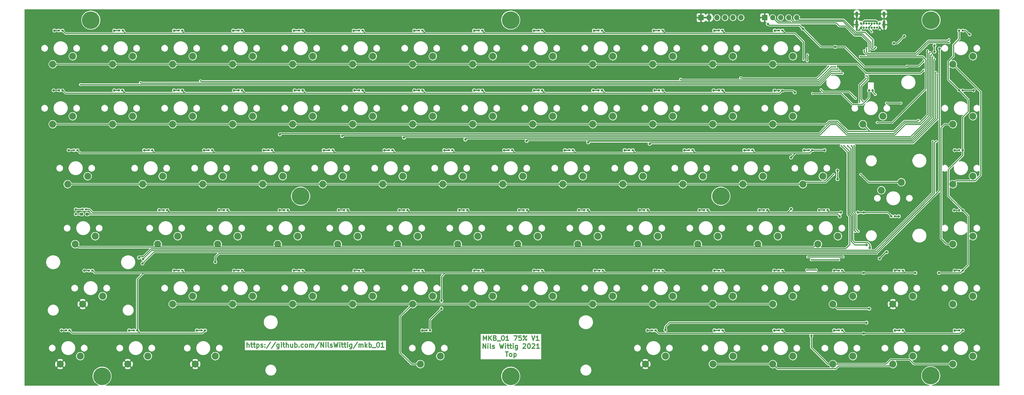
<source format=gbr>
%TF.GenerationSoftware,KiCad,Pcbnew,(5.1.9)-1*%
%TF.CreationDate,2021-03-19T21:04:42+01:00*%
%TF.ProjectId,mkb_01,6d6b625f-3031-42e6-9b69-6361645f7063,rev?*%
%TF.SameCoordinates,Original*%
%TF.FileFunction,Copper,L1,Top*%
%TF.FilePolarity,Positive*%
%FSLAX46Y46*%
G04 Gerber Fmt 4.6, Leading zero omitted, Abs format (unit mm)*
G04 Created by KiCad (PCBNEW (5.1.9)-1) date 2021-03-19 21:04:42*
%MOMM*%
%LPD*%
G01*
G04 APERTURE LIST*
%TA.AperFunction,NonConductor*%
%ADD10C,0.300000*%
%TD*%
%TA.AperFunction,ComponentPad*%
%ADD11C,2.200000*%
%TD*%
%TA.AperFunction,ComponentPad*%
%ADD12R,1.700000X1.700000*%
%TD*%
%TA.AperFunction,ComponentPad*%
%ADD13O,1.700000X1.700000*%
%TD*%
%TA.AperFunction,ComponentPad*%
%ADD14C,0.700000*%
%TD*%
%TA.AperFunction,ComponentPad*%
%ADD15O,0.900000X2.400000*%
%TD*%
%TA.AperFunction,ComponentPad*%
%ADD16O,0.900000X1.700000*%
%TD*%
%TA.AperFunction,ComponentPad*%
%ADD17C,3.600000*%
%TD*%
%TA.AperFunction,ConnectorPad*%
%ADD18C,5.600000*%
%TD*%
%TA.AperFunction,ViaPad*%
%ADD19C,0.500000*%
%TD*%
%TA.AperFunction,ViaPad*%
%ADD20C,0.800000*%
%TD*%
%TA.AperFunction,Conductor*%
%ADD21C,0.300000*%
%TD*%
%TA.AperFunction,Conductor*%
%ADD22C,0.500000*%
%TD*%
%TA.AperFunction,Conductor*%
%ADD23C,0.250000*%
%TD*%
%TA.AperFunction,Conductor*%
%ADD24C,0.200000*%
%TD*%
%TA.AperFunction,Conductor*%
%ADD25C,0.150000*%
%TD*%
G04 APERTURE END LIST*
D10*
X123921428Y-163578571D02*
X123921428Y-162078571D01*
X124564285Y-163578571D02*
X124564285Y-162792857D01*
X124492857Y-162650000D01*
X124350000Y-162578571D01*
X124135714Y-162578571D01*
X123992857Y-162650000D01*
X123921428Y-162721428D01*
X125064285Y-162578571D02*
X125635714Y-162578571D01*
X125278571Y-162078571D02*
X125278571Y-163364285D01*
X125350000Y-163507142D01*
X125492857Y-163578571D01*
X125635714Y-163578571D01*
X125921428Y-162578571D02*
X126492857Y-162578571D01*
X126135714Y-162078571D02*
X126135714Y-163364285D01*
X126207142Y-163507142D01*
X126350000Y-163578571D01*
X126492857Y-163578571D01*
X126992857Y-162578571D02*
X126992857Y-164078571D01*
X126992857Y-162650000D02*
X127135714Y-162578571D01*
X127421428Y-162578571D01*
X127564285Y-162650000D01*
X127635714Y-162721428D01*
X127707142Y-162864285D01*
X127707142Y-163292857D01*
X127635714Y-163435714D01*
X127564285Y-163507142D01*
X127421428Y-163578571D01*
X127135714Y-163578571D01*
X126992857Y-163507142D01*
X128278571Y-163507142D02*
X128421428Y-163578571D01*
X128707142Y-163578571D01*
X128850000Y-163507142D01*
X128921428Y-163364285D01*
X128921428Y-163292857D01*
X128850000Y-163150000D01*
X128707142Y-163078571D01*
X128492857Y-163078571D01*
X128350000Y-163007142D01*
X128278571Y-162864285D01*
X128278571Y-162792857D01*
X128350000Y-162650000D01*
X128492857Y-162578571D01*
X128707142Y-162578571D01*
X128850000Y-162650000D01*
X129564285Y-163435714D02*
X129635714Y-163507142D01*
X129564285Y-163578571D01*
X129492857Y-163507142D01*
X129564285Y-163435714D01*
X129564285Y-163578571D01*
X129564285Y-162650000D02*
X129635714Y-162721428D01*
X129564285Y-162792857D01*
X129492857Y-162721428D01*
X129564285Y-162650000D01*
X129564285Y-162792857D01*
X131350000Y-162007142D02*
X130064285Y-163935714D01*
X132921428Y-162007142D02*
X131635714Y-163935714D01*
X134064285Y-162578571D02*
X134064285Y-163792857D01*
X133992857Y-163935714D01*
X133921428Y-164007142D01*
X133778571Y-164078571D01*
X133564285Y-164078571D01*
X133421428Y-164007142D01*
X134064285Y-163507142D02*
X133921428Y-163578571D01*
X133635714Y-163578571D01*
X133492857Y-163507142D01*
X133421428Y-163435714D01*
X133350000Y-163292857D01*
X133350000Y-162864285D01*
X133421428Y-162721428D01*
X133492857Y-162650000D01*
X133635714Y-162578571D01*
X133921428Y-162578571D01*
X134064285Y-162650000D01*
X134778571Y-163578571D02*
X134778571Y-162578571D01*
X134778571Y-162078571D02*
X134707142Y-162150000D01*
X134778571Y-162221428D01*
X134850000Y-162150000D01*
X134778571Y-162078571D01*
X134778571Y-162221428D01*
X135278571Y-162578571D02*
X135850000Y-162578571D01*
X135492857Y-162078571D02*
X135492857Y-163364285D01*
X135564285Y-163507142D01*
X135707142Y-163578571D01*
X135850000Y-163578571D01*
X136350000Y-163578571D02*
X136350000Y-162078571D01*
X136992857Y-163578571D02*
X136992857Y-162792857D01*
X136921428Y-162650000D01*
X136778571Y-162578571D01*
X136564285Y-162578571D01*
X136421428Y-162650000D01*
X136350000Y-162721428D01*
X138350000Y-162578571D02*
X138350000Y-163578571D01*
X137707142Y-162578571D02*
X137707142Y-163364285D01*
X137778571Y-163507142D01*
X137921428Y-163578571D01*
X138135714Y-163578571D01*
X138278571Y-163507142D01*
X138350000Y-163435714D01*
X139064285Y-163578571D02*
X139064285Y-162078571D01*
X139064285Y-162650000D02*
X139207142Y-162578571D01*
X139492857Y-162578571D01*
X139635714Y-162650000D01*
X139707142Y-162721428D01*
X139778571Y-162864285D01*
X139778571Y-163292857D01*
X139707142Y-163435714D01*
X139635714Y-163507142D01*
X139492857Y-163578571D01*
X139207142Y-163578571D01*
X139064285Y-163507142D01*
X140421428Y-163435714D02*
X140492857Y-163507142D01*
X140421428Y-163578571D01*
X140350000Y-163507142D01*
X140421428Y-163435714D01*
X140421428Y-163578571D01*
X141778571Y-163507142D02*
X141635714Y-163578571D01*
X141350000Y-163578571D01*
X141207142Y-163507142D01*
X141135714Y-163435714D01*
X141064285Y-163292857D01*
X141064285Y-162864285D01*
X141135714Y-162721428D01*
X141207142Y-162650000D01*
X141350000Y-162578571D01*
X141635714Y-162578571D01*
X141778571Y-162650000D01*
X142635714Y-163578571D02*
X142492857Y-163507142D01*
X142421428Y-163435714D01*
X142350000Y-163292857D01*
X142350000Y-162864285D01*
X142421428Y-162721428D01*
X142492857Y-162650000D01*
X142635714Y-162578571D01*
X142850000Y-162578571D01*
X142992857Y-162650000D01*
X143064285Y-162721428D01*
X143135714Y-162864285D01*
X143135714Y-163292857D01*
X143064285Y-163435714D01*
X142992857Y-163507142D01*
X142850000Y-163578571D01*
X142635714Y-163578571D01*
X143778571Y-163578571D02*
X143778571Y-162578571D01*
X143778571Y-162721428D02*
X143850000Y-162650000D01*
X143992857Y-162578571D01*
X144207142Y-162578571D01*
X144350000Y-162650000D01*
X144421428Y-162792857D01*
X144421428Y-163578571D01*
X144421428Y-162792857D02*
X144492857Y-162650000D01*
X144635714Y-162578571D01*
X144850000Y-162578571D01*
X144992857Y-162650000D01*
X145064285Y-162792857D01*
X145064285Y-163578571D01*
X146850000Y-162007142D02*
X145564285Y-163935714D01*
X147350000Y-163578571D02*
X147350000Y-162078571D01*
X148207142Y-163578571D01*
X148207142Y-162078571D01*
X148921428Y-163578571D02*
X148921428Y-162578571D01*
X148921428Y-162078571D02*
X148850000Y-162150000D01*
X148921428Y-162221428D01*
X148992857Y-162150000D01*
X148921428Y-162078571D01*
X148921428Y-162221428D01*
X149850000Y-163578571D02*
X149707142Y-163507142D01*
X149635714Y-163364285D01*
X149635714Y-162078571D01*
X150350000Y-163507142D02*
X150492857Y-163578571D01*
X150778571Y-163578571D01*
X150921428Y-163507142D01*
X150992857Y-163364285D01*
X150992857Y-163292857D01*
X150921428Y-163150000D01*
X150778571Y-163078571D01*
X150564285Y-163078571D01*
X150421428Y-163007142D01*
X150350000Y-162864285D01*
X150350000Y-162792857D01*
X150421428Y-162650000D01*
X150564285Y-162578571D01*
X150778571Y-162578571D01*
X150921428Y-162650000D01*
X151492857Y-162078571D02*
X151850000Y-163578571D01*
X152135714Y-162507142D01*
X152421428Y-163578571D01*
X152778571Y-162078571D01*
X153350000Y-163578571D02*
X153350000Y-162578571D01*
X153350000Y-162078571D02*
X153278571Y-162150000D01*
X153350000Y-162221428D01*
X153421428Y-162150000D01*
X153350000Y-162078571D01*
X153350000Y-162221428D01*
X153850000Y-162578571D02*
X154421428Y-162578571D01*
X154064285Y-162078571D02*
X154064285Y-163364285D01*
X154135714Y-163507142D01*
X154278571Y-163578571D01*
X154421428Y-163578571D01*
X154707142Y-162578571D02*
X155278571Y-162578571D01*
X154921428Y-162078571D02*
X154921428Y-163364285D01*
X154992857Y-163507142D01*
X155135714Y-163578571D01*
X155278571Y-163578571D01*
X155778571Y-163578571D02*
X155778571Y-162578571D01*
X155778571Y-162078571D02*
X155707142Y-162150000D01*
X155778571Y-162221428D01*
X155850000Y-162150000D01*
X155778571Y-162078571D01*
X155778571Y-162221428D01*
X157135714Y-162578571D02*
X157135714Y-163792857D01*
X157064285Y-163935714D01*
X156992857Y-164007142D01*
X156850000Y-164078571D01*
X156635714Y-164078571D01*
X156492857Y-164007142D01*
X157135714Y-163507142D02*
X156992857Y-163578571D01*
X156707142Y-163578571D01*
X156564285Y-163507142D01*
X156492857Y-163435714D01*
X156421428Y-163292857D01*
X156421428Y-162864285D01*
X156492857Y-162721428D01*
X156564285Y-162650000D01*
X156707142Y-162578571D01*
X156992857Y-162578571D01*
X157135714Y-162650000D01*
X158921428Y-162007142D02*
X157635714Y-163935714D01*
X159421428Y-163578571D02*
X159421428Y-162578571D01*
X159421428Y-162721428D02*
X159492857Y-162650000D01*
X159635714Y-162578571D01*
X159850000Y-162578571D01*
X159992857Y-162650000D01*
X160064285Y-162792857D01*
X160064285Y-163578571D01*
X160064285Y-162792857D02*
X160135714Y-162650000D01*
X160278571Y-162578571D01*
X160492857Y-162578571D01*
X160635714Y-162650000D01*
X160707142Y-162792857D01*
X160707142Y-163578571D01*
X161421428Y-163578571D02*
X161421428Y-162078571D01*
X161564285Y-163007142D02*
X161992857Y-163578571D01*
X161992857Y-162578571D02*
X161421428Y-163150000D01*
X162635714Y-163578571D02*
X162635714Y-162078571D01*
X162635714Y-162650000D02*
X162778571Y-162578571D01*
X163064285Y-162578571D01*
X163207142Y-162650000D01*
X163278571Y-162721428D01*
X163350000Y-162864285D01*
X163350000Y-163292857D01*
X163278571Y-163435714D01*
X163207142Y-163507142D01*
X163064285Y-163578571D01*
X162778571Y-163578571D01*
X162635714Y-163507142D01*
X163635714Y-163721428D02*
X164778571Y-163721428D01*
X165421428Y-162078571D02*
X165564285Y-162078571D01*
X165707142Y-162150000D01*
X165778571Y-162221428D01*
X165850000Y-162364285D01*
X165921428Y-162650000D01*
X165921428Y-163007142D01*
X165850000Y-163292857D01*
X165778571Y-163435714D01*
X165707142Y-163507142D01*
X165564285Y-163578571D01*
X165421428Y-163578571D01*
X165278571Y-163507142D01*
X165207142Y-163435714D01*
X165135714Y-163292857D01*
X165064285Y-163007142D01*
X165064285Y-162650000D01*
X165135714Y-162364285D01*
X165207142Y-162221428D01*
X165278571Y-162150000D01*
X165421428Y-162078571D01*
X167350000Y-163578571D02*
X166492857Y-163578571D01*
X166921428Y-163578571D02*
X166921428Y-162078571D01*
X166778571Y-162292857D01*
X166635714Y-162435714D01*
X166492857Y-162507142D01*
X198914285Y-161428571D02*
X198914285Y-159928571D01*
X199414285Y-161000000D01*
X199914285Y-159928571D01*
X199914285Y-161428571D01*
X200628571Y-161428571D02*
X200628571Y-159928571D01*
X201485714Y-161428571D02*
X200842857Y-160571428D01*
X201485714Y-159928571D02*
X200628571Y-160785714D01*
X202628571Y-160642857D02*
X202842857Y-160714285D01*
X202914285Y-160785714D01*
X202985714Y-160928571D01*
X202985714Y-161142857D01*
X202914285Y-161285714D01*
X202842857Y-161357142D01*
X202700000Y-161428571D01*
X202128571Y-161428571D01*
X202128571Y-159928571D01*
X202628571Y-159928571D01*
X202771428Y-160000000D01*
X202842857Y-160071428D01*
X202914285Y-160214285D01*
X202914285Y-160357142D01*
X202842857Y-160500000D01*
X202771428Y-160571428D01*
X202628571Y-160642857D01*
X202128571Y-160642857D01*
X203271428Y-161571428D02*
X204414285Y-161571428D01*
X205057142Y-159928571D02*
X205200000Y-159928571D01*
X205342857Y-160000000D01*
X205414285Y-160071428D01*
X205485714Y-160214285D01*
X205557142Y-160500000D01*
X205557142Y-160857142D01*
X205485714Y-161142857D01*
X205414285Y-161285714D01*
X205342857Y-161357142D01*
X205200000Y-161428571D01*
X205057142Y-161428571D01*
X204914285Y-161357142D01*
X204842857Y-161285714D01*
X204771428Y-161142857D01*
X204700000Y-160857142D01*
X204700000Y-160500000D01*
X204771428Y-160214285D01*
X204842857Y-160071428D01*
X204914285Y-160000000D01*
X205057142Y-159928571D01*
X206985714Y-161428571D02*
X206128571Y-161428571D01*
X206557142Y-161428571D02*
X206557142Y-159928571D01*
X206414285Y-160142857D01*
X206271428Y-160285714D01*
X206128571Y-160357142D01*
X208628571Y-159928571D02*
X209628571Y-159928571D01*
X208985714Y-161428571D01*
X210914285Y-159928571D02*
X210200000Y-159928571D01*
X210128571Y-160642857D01*
X210200000Y-160571428D01*
X210342857Y-160500000D01*
X210700000Y-160500000D01*
X210842857Y-160571428D01*
X210914285Y-160642857D01*
X210985714Y-160785714D01*
X210985714Y-161142857D01*
X210914285Y-161285714D01*
X210842857Y-161357142D01*
X210700000Y-161428571D01*
X210342857Y-161428571D01*
X210200000Y-161357142D01*
X210128571Y-161285714D01*
X211557142Y-161428571D02*
X212700000Y-159928571D01*
X211771428Y-159928571D02*
X211914285Y-160000000D01*
X211985714Y-160142857D01*
X211914285Y-160285714D01*
X211771428Y-160357142D01*
X211628571Y-160285714D01*
X211557142Y-160142857D01*
X211628571Y-160000000D01*
X211771428Y-159928571D01*
X212628571Y-161357142D02*
X212700000Y-161214285D01*
X212628571Y-161071428D01*
X212485714Y-161000000D01*
X212342857Y-161071428D01*
X212271428Y-161214285D01*
X212342857Y-161357142D01*
X212485714Y-161428571D01*
X212628571Y-161357142D01*
X214271428Y-159928571D02*
X214771428Y-161428571D01*
X215271428Y-159928571D01*
X216557142Y-161428571D02*
X215700000Y-161428571D01*
X216128571Y-161428571D02*
X216128571Y-159928571D01*
X215985714Y-160142857D01*
X215842857Y-160285714D01*
X215700000Y-160357142D01*
X198807142Y-163978571D02*
X198807142Y-162478571D01*
X199664285Y-163978571D01*
X199664285Y-162478571D01*
X200378571Y-163978571D02*
X200378571Y-162978571D01*
X200378571Y-162478571D02*
X200307142Y-162550000D01*
X200378571Y-162621428D01*
X200450000Y-162550000D01*
X200378571Y-162478571D01*
X200378571Y-162621428D01*
X201307142Y-163978571D02*
X201164285Y-163907142D01*
X201092857Y-163764285D01*
X201092857Y-162478571D01*
X201807142Y-163907142D02*
X201950000Y-163978571D01*
X202235714Y-163978571D01*
X202378571Y-163907142D01*
X202450000Y-163764285D01*
X202450000Y-163692857D01*
X202378571Y-163550000D01*
X202235714Y-163478571D01*
X202021428Y-163478571D01*
X201878571Y-163407142D01*
X201807142Y-163264285D01*
X201807142Y-163192857D01*
X201878571Y-163050000D01*
X202021428Y-162978571D01*
X202235714Y-162978571D01*
X202378571Y-163050000D01*
X204092857Y-162478571D02*
X204450000Y-163978571D01*
X204735714Y-162907142D01*
X205021428Y-163978571D01*
X205378571Y-162478571D01*
X205950000Y-163978571D02*
X205950000Y-162978571D01*
X205950000Y-162478571D02*
X205878571Y-162550000D01*
X205950000Y-162621428D01*
X206021428Y-162550000D01*
X205950000Y-162478571D01*
X205950000Y-162621428D01*
X206450000Y-162978571D02*
X207021428Y-162978571D01*
X206664285Y-162478571D02*
X206664285Y-163764285D01*
X206735714Y-163907142D01*
X206878571Y-163978571D01*
X207021428Y-163978571D01*
X207307142Y-162978571D02*
X207878571Y-162978571D01*
X207521428Y-162478571D02*
X207521428Y-163764285D01*
X207592857Y-163907142D01*
X207735714Y-163978571D01*
X207878571Y-163978571D01*
X208378571Y-163978571D02*
X208378571Y-162978571D01*
X208378571Y-162478571D02*
X208307142Y-162550000D01*
X208378571Y-162621428D01*
X208450000Y-162550000D01*
X208378571Y-162478571D01*
X208378571Y-162621428D01*
X209735714Y-162978571D02*
X209735714Y-164192857D01*
X209664285Y-164335714D01*
X209592857Y-164407142D01*
X209450000Y-164478571D01*
X209235714Y-164478571D01*
X209092857Y-164407142D01*
X209735714Y-163907142D02*
X209592857Y-163978571D01*
X209307142Y-163978571D01*
X209164285Y-163907142D01*
X209092857Y-163835714D01*
X209021428Y-163692857D01*
X209021428Y-163264285D01*
X209092857Y-163121428D01*
X209164285Y-163050000D01*
X209307142Y-162978571D01*
X209592857Y-162978571D01*
X209735714Y-163050000D01*
X211521428Y-162621428D02*
X211592857Y-162550000D01*
X211735714Y-162478571D01*
X212092857Y-162478571D01*
X212235714Y-162550000D01*
X212307142Y-162621428D01*
X212378571Y-162764285D01*
X212378571Y-162907142D01*
X212307142Y-163121428D01*
X211450000Y-163978571D01*
X212378571Y-163978571D01*
X213307142Y-162478571D02*
X213450000Y-162478571D01*
X213592857Y-162550000D01*
X213664285Y-162621428D01*
X213735714Y-162764285D01*
X213807142Y-163050000D01*
X213807142Y-163407142D01*
X213735714Y-163692857D01*
X213664285Y-163835714D01*
X213592857Y-163907142D01*
X213450000Y-163978571D01*
X213307142Y-163978571D01*
X213164285Y-163907142D01*
X213092857Y-163835714D01*
X213021428Y-163692857D01*
X212950000Y-163407142D01*
X212950000Y-163050000D01*
X213021428Y-162764285D01*
X213092857Y-162621428D01*
X213164285Y-162550000D01*
X213307142Y-162478571D01*
X214378571Y-162621428D02*
X214450000Y-162550000D01*
X214592857Y-162478571D01*
X214950000Y-162478571D01*
X215092857Y-162550000D01*
X215164285Y-162621428D01*
X215235714Y-162764285D01*
X215235714Y-162907142D01*
X215164285Y-163121428D01*
X214307142Y-163978571D01*
X215235714Y-163978571D01*
X216664285Y-163978571D02*
X215807142Y-163978571D01*
X216235714Y-163978571D02*
X216235714Y-162478571D01*
X216092857Y-162692857D01*
X215950000Y-162835714D01*
X215807142Y-162907142D01*
X205914285Y-165028571D02*
X206771428Y-165028571D01*
X206342857Y-166528571D02*
X206342857Y-165028571D01*
X207485714Y-166528571D02*
X207342857Y-166457142D01*
X207271428Y-166385714D01*
X207200000Y-166242857D01*
X207200000Y-165814285D01*
X207271428Y-165671428D01*
X207342857Y-165600000D01*
X207485714Y-165528571D01*
X207700000Y-165528571D01*
X207842857Y-165600000D01*
X207914285Y-165671428D01*
X207985714Y-165814285D01*
X207985714Y-166242857D01*
X207914285Y-166385714D01*
X207842857Y-166457142D01*
X207700000Y-166528571D01*
X207485714Y-166528571D01*
X208628571Y-165528571D02*
X208628571Y-167028571D01*
X208628571Y-165600000D02*
X208771428Y-165528571D01*
X209057142Y-165528571D01*
X209200000Y-165600000D01*
X209271428Y-165671428D01*
X209342857Y-165814285D01*
X209342857Y-166242857D01*
X209271428Y-166385714D01*
X209200000Y-166457142D01*
X209057142Y-166528571D01*
X208771428Y-166528571D01*
X208628571Y-166457142D01*
D11*
%TO.P,F2,1*%
%TO.N,PA0*%
X100300000Y-73700000D03*
%TO.P,F2,2*%
%TO.N,Net-(D13-Pad1)*%
X106650000Y-71160000D03*
%TD*%
%TO.P,^1,1*%
%TO.N,PA1*%
X62200000Y-92750000D03*
%TO.P,^1,2*%
%TO.N,Net-(D4-Pad1)*%
X68550000Y-90210000D03*
%TD*%
%TO.P,A1,2*%
%TO.N,Net-(A1-Pad2)*%
X101900000Y-128310000D03*
%TO.P,A1,1*%
%TO.N,PA3*%
X95550000Y-130850000D03*
%TD*%
%TO.P,ALT1,1*%
%TO.N,GND*%
X107470000Y-168950000D03*
%TO.P,ALT1,2*%
%TO.N,PA15*%
X113820000Y-166410000D03*
%TD*%
%TO.P,ALTGR1,1*%
%TO.N,GND*%
X250350000Y-168950000D03*
%TO.P,ALTGR1,2*%
%TO.N,PA5*%
X256700000Y-166410000D03*
%TD*%
%TO.P,B1,1*%
%TO.N,PA4*%
X195545000Y-149900000D03*
%TO.P,B1,2*%
%TO.N,Net-(B1-Pad2)*%
X201895000Y-147360000D03*
%TD*%
%TO.P,BACKSLASH1,2*%
%TO.N,Net-(BACKSLASH1-Pad2)*%
X297150000Y-90210000D03*
%TO.P,BACKSLASH1,1*%
%TO.N,PA1*%
X290800000Y-92750000D03*
%TD*%
%TO.P,BACKSPACE1,1*%
%TO.N,PA1*%
X319375000Y-92750000D03*
%TO.P,BACKSPACE1,2*%
%TO.N,Net-(BACKSPACE1-Pad2)*%
X325725000Y-90210000D03*
%TD*%
%TO.P,C8,2*%
%TO.N,Net-(C8-Pad2)*%
X163795000Y-147360000D03*
%TO.P,C8,1*%
%TO.N,PA4*%
X157445000Y-149900000D03*
%TD*%
%TO.P,CAPS1,1*%
%TO.N,PA3*%
X69350000Y-130850000D03*
%TO.P,CAPS1,2*%
%TO.N,Net-(CAPS1-Pad2)*%
X75700000Y-128310000D03*
%TD*%
%TO.P,COMMA1,2*%
%TO.N,Net-(COMMA1-Pad2)*%
X259045000Y-147360000D03*
%TO.P,COMMA1,1*%
%TO.N,PA4*%
X252695000Y-149900000D03*
%TD*%
%TO.P,D18,1*%
%TO.N,PA3*%
X133650000Y-130850000D03*
%TO.P,D18,2*%
%TO.N,Net-(D18-Pad2)*%
X140000000Y-128310000D03*
%TD*%
%TO.P,DEL1,2*%
%TO.N,Net-(D68-Pad1)*%
X354300000Y-71160000D03*
%TO.P,DEL1,1*%
%TO.N,PA0*%
X347950000Y-73700000D03*
%TD*%
%TO.P,DOWN1,1*%
%TO.N,PA3*%
X309855000Y-168960000D03*
%TO.P,DOWN1,2*%
%TO.N,Net-(D75-Pad1)*%
X316205000Y-166420000D03*
%TD*%
%TO.P,E1,1*%
%TO.N,PA2*%
X128875000Y-111800000D03*
%TO.P,E1,2*%
%TO.N,Net-(D21-Pad1)*%
X135225000Y-109260000D03*
%TD*%
%TO.P,EIGHT1,1*%
%TO.N,PA1*%
X214600000Y-92750000D03*
%TO.P,EIGHT1,2*%
%TO.N,Net-(D45-Pad1)*%
X220950000Y-90210000D03*
%TD*%
%TO.P,END1,2*%
%TO.N,Net-(D73-Pad1)*%
X354300000Y-128310000D03*
%TO.P,END1,1*%
%TO.N,PA1*%
X347950000Y-130850000D03*
%TD*%
%TO.P,ENTER1,1*%
%TO.N,PA2*%
X331600000Y-111175000D03*
%TO.P,ENTER1,2*%
%TO.N,Net-(D70-Pad1)*%
X325250000Y-113715000D03*
%TD*%
%TO.P,ESC1,2*%
%TO.N,Net-(D3-Pad1)*%
X68550000Y-71160000D03*
%TO.P,ESC1,1*%
%TO.N,PA0*%
X62200000Y-73700000D03*
%TD*%
%TO.P,F1,1*%
%TO.N,PA0*%
X81250000Y-73700000D03*
%TO.P,F1,2*%
%TO.N,Net-(D8-Pad1)*%
X87600000Y-71160000D03*
%TD*%
%TO.P,F3,1*%
%TO.N,PA0*%
X119350000Y-73700000D03*
%TO.P,F3,2*%
%TO.N,Net-(D19-Pad1)*%
X125700000Y-71160000D03*
%TD*%
%TO.P,F4,2*%
%TO.N,Net-(D24-Pad1)*%
X144750000Y-71160000D03*
%TO.P,F4,1*%
%TO.N,PA0*%
X138400000Y-73700000D03*
%TD*%
%TO.P,F5,2*%
%TO.N,Net-(D29-Pad1)*%
X163800000Y-71160000D03*
%TO.P,F5,1*%
%TO.N,PA0*%
X157450000Y-73700000D03*
%TD*%
%TO.P,F6,2*%
%TO.N,Net-(D34-Pad1)*%
X182850000Y-71160000D03*
%TO.P,F6,1*%
%TO.N,PA0*%
X176500000Y-73700000D03*
%TD*%
%TO.P,F7,1*%
%TO.N,PA0*%
X195550000Y-73700000D03*
%TO.P,F7,2*%
%TO.N,Net-(D39-Pad1)*%
X201900000Y-71160000D03*
%TD*%
%TO.P,F8,2*%
%TO.N,Net-(D44-Pad1)*%
X220950000Y-71160000D03*
%TO.P,F8,1*%
%TO.N,PA0*%
X214600000Y-73700000D03*
%TD*%
%TO.P,F9,1*%
%TO.N,PA0*%
X233650000Y-73700000D03*
%TO.P,F9,2*%
%TO.N,Net-(D49-Pad1)*%
X240000000Y-71160000D03*
%TD*%
%TO.P,F10,2*%
%TO.N,Net-(D54-Pad1)*%
X259050000Y-71160000D03*
%TO.P,F10,1*%
%TO.N,PA0*%
X252700000Y-73700000D03*
%TD*%
%TO.P,F11,2*%
%TO.N,Net-(D59-Pad1)*%
X278100000Y-71160000D03*
%TO.P,F11,1*%
%TO.N,PA0*%
X271750000Y-73700000D03*
%TD*%
%TO.P,F12,1*%
%TO.N,PA0*%
X290800000Y-73700000D03*
%TO.P,F12,2*%
%TO.N,Net-(D64-Pad1)*%
X297150000Y-71160000D03*
%TD*%
%TO.P,F13,2*%
%TO.N,Net-(D27-Pad1)*%
X159050000Y-128310000D03*
%TO.P,F13,1*%
%TO.N,PA3*%
X152700000Y-130850000D03*
%TD*%
%TO.P,FIVE1,2*%
%TO.N,Net-(D30-Pad1)*%
X163800000Y-90210000D03*
%TO.P,FIVE1,1*%
%TO.N,PA1*%
X157450000Y-92750000D03*
%TD*%
%TO.P,FOUR1,1*%
%TO.N,PA1*%
X138400000Y-92750000D03*
%TO.P,FOUR1,2*%
%TO.N,Net-(D25-Pad1)*%
X144750000Y-90210000D03*
%TD*%
%TO.P,G1,2*%
%TO.N,Net-(D32-Pad1)*%
X178100000Y-128310000D03*
%TO.P,G1,1*%
%TO.N,PA3*%
X171750000Y-130850000D03*
%TD*%
%TO.P,GREATER1,1*%
%TO.N,PA4*%
X100295000Y-149900000D03*
%TO.P,GREATER1,2*%
%TO.N,Net-(D7-Pad1)*%
X106645000Y-147360000D03*
%TD*%
%TO.P,H1,1*%
%TO.N,PA3*%
X190800000Y-130850000D03*
%TO.P,H1,2*%
%TO.N,Net-(D37-Pad1)*%
X197150000Y-128310000D03*
%TD*%
%TO.P,HASH1,2*%
%TO.N,Net-(D67-Pad1)*%
X311450000Y-128310000D03*
%TO.P,HASH1,1*%
%TO.N,PA3*%
X305100000Y-130850000D03*
%TD*%
%TO.P,I1,2*%
%TO.N,Net-(D46-Pad1)*%
X230475000Y-109260000D03*
%TO.P,I1,1*%
%TO.N,PA2*%
X224125000Y-111800000D03*
%TD*%
%TO.P,J2,1*%
%TO.N,PA3*%
X209850000Y-130850000D03*
%TO.P,J2,2*%
%TO.N,Net-(D42-Pad1)*%
X216200000Y-128310000D03*
%TD*%
%TO.P,K1,2*%
%TO.N,Net-(D47-Pad1)*%
X235250000Y-128310000D03*
%TO.P,K1,1*%
%TO.N,PA3*%
X228900000Y-130850000D03*
%TD*%
%TO.P,L1,2*%
%TO.N,Net-(D52-Pad1)*%
X254300000Y-128310000D03*
%TO.P,L1,1*%
%TO.N,PA3*%
X247950000Y-130850000D03*
%TD*%
%TO.P,LEFT1,1*%
%TO.N,PA4*%
X290800000Y-168960000D03*
%TO.P,LEFT1,2*%
%TO.N,Net-(D79-Pad1)*%
X297150000Y-166420000D03*
%TD*%
%TO.P,LINE1,2*%
%TO.N,Net-(D63-Pad1)*%
X297145000Y-147360000D03*
%TO.P,LINE1,1*%
%TO.N,PA4*%
X290795000Y-149900000D03*
%TD*%
%TO.P,M1,1*%
%TO.N,PA4*%
X233645000Y-149900000D03*
%TO.P,M1,2*%
%TO.N,Net-(D48-Pad1)*%
X239995000Y-147360000D03*
%TD*%
%TO.P,N1,2*%
%TO.N,Net-(D43-Pad1)*%
X220945000Y-147360000D03*
%TO.P,N1,1*%
%TO.N,PA4*%
X214595000Y-149900000D03*
%TD*%
%TO.P,NINE1,2*%
%TO.N,Net-(D50-Pad1)*%
X240000000Y-90210000D03*
%TO.P,NINE1,1*%
%TO.N,PA1*%
X233650000Y-92750000D03*
%TD*%
%TO.P,O1,2*%
%TO.N,Net-(D51-Pad1)*%
X249525000Y-109260000D03*
%TO.P,O1,1*%
%TO.N,PA2*%
X243175000Y-111800000D03*
%TD*%
%TO.P,ONE1,2*%
%TO.N,Net-(D9-Pad1)*%
X87600000Y-90210000D03*
%TO.P,ONE1,1*%
%TO.N,PA1*%
X81250000Y-92750000D03*
%TD*%
%TO.P,P1,1*%
%TO.N,PA2*%
X262225000Y-111800000D03*
%TO.P,P1,2*%
%TO.N,Net-(D56-Pad1)*%
X268575000Y-109260000D03*
%TD*%
%TO.P,PLUS1,2*%
%TO.N,Net-(D66-Pad1)*%
X306675000Y-109260000D03*
%TO.P,PLUS1,1*%
%TO.N,PA2*%
X300325000Y-111800000D03*
%TD*%
%TO.P,POINT1,1*%
%TO.N,PA4*%
X271745000Y-149900000D03*
%TO.P,POINT1,2*%
%TO.N,Net-(D58-Pad1)*%
X278095000Y-147360000D03*
%TD*%
%TO.P,POS1,2*%
%TO.N,Net-(D76-Pad1)*%
X354300000Y-109260000D03*
%TO.P,POS1,1*%
%TO.N,PA0*%
X347950000Y-111800000D03*
%TD*%
%TO.P,PRINT1,1*%
%TO.N,PA1*%
X347950000Y-92750000D03*
%TO.P,PRINT1,2*%
%TO.N,Net-(D72-Pad1)*%
X354300000Y-90210000D03*
%TD*%
%TO.P,Q1,2*%
%TO.N,Net-(D10-Pad1)*%
X97125000Y-109260000D03*
%TO.P,Q1,1*%
%TO.N,PA2*%
X90775000Y-111800000D03*
%TD*%
%TO.P,R4,2*%
%TO.N,Net-(D26-Pad1)*%
X154275000Y-109260000D03*
%TO.P,R4,1*%
%TO.N,PA2*%
X147925000Y-111800000D03*
%TD*%
%TO.P,RIGHT1,2*%
%TO.N,Net-(D74-Pad1)*%
X335255000Y-166420000D03*
%TO.P,RIGHT1,1*%
%TO.N,PA4*%
X328905000Y-168960000D03*
%TD*%
%TO.P,S1,1*%
%TO.N,PA3*%
X114600000Y-130850000D03*
%TO.P,S1,2*%
%TO.N,Net-(D16-Pad1)*%
X120950000Y-128310000D03*
%TD*%
%TO.P,SEVEN1,2*%
%TO.N,Net-(D40-Pad1)*%
X201900000Y-90210000D03*
%TO.P,SEVEN1,1*%
%TO.N,PA1*%
X195550000Y-92750000D03*
%TD*%
%TO.P,SIX1,1*%
%TO.N,PA1*%
X176500000Y-92750000D03*
%TO.P,SIX1,2*%
%TO.N,Net-(D35-Pad1)*%
X182850000Y-90210000D03*
%TD*%
%TO.P,SPACE1,1*%
%TO.N,PA4*%
X178910000Y-168950000D03*
%TO.P,SPACE1,2*%
%TO.N,Net-(D38-Pad1)*%
X185260000Y-166410000D03*
%TD*%
D12*
%TO.P,SWD_CONN1,1*%
%TO.N,GND*%
X288200000Y-58900000D03*
D13*
%TO.P,SWD_CONN1,2*%
%TO.N,NRST*%
X290740000Y-58900000D03*
%TO.P,SWD_CONN1,3*%
%TO.N,3V3*%
X293280000Y-58900000D03*
%TO.P,SWD_CONN1,4*%
%TO.N,SWDCLK*%
X295820000Y-58900000D03*
%TO.P,SWD_CONN1,5*%
%TO.N,SWDIO*%
X298360000Y-58900000D03*
%TD*%
D11*
%TO.P,T1,2*%
%TO.N,Net-(D31-Pad1)*%
X173325000Y-109260000D03*
%TO.P,T1,1*%
%TO.N,PA2*%
X166975000Y-111800000D03*
%TD*%
%TO.P,TAB1,2*%
%TO.N,Net-(D5-Pad1)*%
X73310000Y-109260000D03*
%TO.P,TAB1,1*%
%TO.N,PA2*%
X66960000Y-111800000D03*
%TD*%
%TO.P,THREE1,1*%
%TO.N,PA1*%
X119350000Y-92750000D03*
%TO.P,THREE1,2*%
%TO.N,Net-(D20-Pad1)*%
X125700000Y-90210000D03*
%TD*%
%TO.P,TWO1,1*%
%TO.N,PA1*%
X100300000Y-92750000D03*
%TO.P,TWO1,2*%
%TO.N,Net-(D14-Pad1)*%
X106650000Y-90210000D03*
%TD*%
%TO.P,U3,1*%
%TO.N,PA2*%
X205075000Y-111800000D03*
%TO.P,U3,2*%
%TO.N,Net-(D41-Pad1)*%
X211425000Y-109260000D03*
%TD*%
%TO.P,UP1,2*%
%TO.N,Net-(D71-Pad1)*%
X316200000Y-147370000D03*
%TO.P,UP1,1*%
%TO.N,PA2*%
X309850000Y-149910000D03*
%TD*%
D12*
%TO.P,USART_1_CONN1,1*%
%TO.N,GND*%
X268000000Y-58900000D03*
D13*
%TO.P,USART_1_CONN1,2*%
X270540000Y-58900000D03*
%TO.P,USART_1_CONN1,3*%
%TO.N,3V3*%
X273080000Y-58900000D03*
%TO.P,USART_1_CONN1,4*%
%TO.N,USART_1_RX*%
X275620000Y-58900000D03*
%TO.P,USART_1_CONN1,5*%
%TO.N,USART_1_TX*%
X278160000Y-58900000D03*
%TO.P,USART_1_CONN1,6*%
%TO.N,Net-(USART_1_CONN1-Pad6)*%
X280700000Y-58900000D03*
%TD*%
D11*
%TO.P,V1,1*%
%TO.N,PA4*%
X176495000Y-149900000D03*
%TO.P,V1,2*%
%TO.N,Net-(D28-Pad1)*%
X182845000Y-147360000D03*
%TD*%
%TO.P,W1,1*%
%TO.N,PA2*%
X109825000Y-111800000D03*
%TO.P,W1,2*%
%TO.N,Net-(D15-Pad1)*%
X116175000Y-109260000D03*
%TD*%
%TO.P,X1,2*%
%TO.N,Net-(D17-Pad1)*%
X144745000Y-147360000D03*
%TO.P,X1,1*%
%TO.N,PA4*%
X138395000Y-149900000D03*
%TD*%
%TO.P,Y1,1*%
%TO.N,PA4*%
X119345000Y-149900000D03*
%TO.P,Y1,2*%
%TO.N,Net-(D12-Pad1)*%
X125695000Y-147360000D03*
%TD*%
%TO.P,Z1,1*%
%TO.N,PA2*%
X186025000Y-111800000D03*
%TO.P,Z1,2*%
%TO.N,Net-(D36-Pad1)*%
X192375000Y-109260000D03*
%TD*%
%TO.P,ZERO1,1*%
%TO.N,PA1*%
X252700000Y-92750000D03*
%TO.P,ZERO1,2*%
%TO.N,Net-(D55-Pad1)*%
X259050000Y-90210000D03*
%TD*%
%TO.P,\u00DF11111111,1*%
%TO.N,PA1*%
X271750000Y-92750000D03*
%TO.P,\u00DF11111111,2*%
%TO.N,Net-(D60-Pad1)*%
X278100000Y-90210000D03*
%TD*%
%TO.P,\u00C411111111,1*%
%TO.N,PA3*%
X286050000Y-130850000D03*
%TO.P,\u00C411111111,2*%
%TO.N,Net-(D62-Pad1)*%
X292400000Y-128310000D03*
%TD*%
%TO.P,\u00D611111111,1*%
%TO.N,PA3*%
X267000000Y-130850000D03*
%TO.P,\u00D611111111,2*%
%TO.N,Net-(D57-Pad1)*%
X273350000Y-128310000D03*
%TD*%
%TO.P,\u00DC11111111,1*%
%TO.N,PA2*%
X281275000Y-111800000D03*
%TO.P,\u00DC11111111,2*%
%TO.N,Net-(D61-Pad1)*%
X287625000Y-109260000D03*
%TD*%
%TO.P,STRG1,1*%
%TO.N,GND*%
X64600000Y-168950000D03*
%TO.P,STRG1,2*%
%TO.N,PC14*%
X70950000Y-166410000D03*
%TD*%
%TO.P,D80,1*%
%TO.N,LED_GND*%
%TA.AperFunction,SMDPad,CuDef*%
G36*
G01*
X137205000Y-119840000D02*
X137205000Y-120160000D01*
G75*
G02*
X137045000Y-120320000I-160000J0D01*
G01*
X136600000Y-120320000D01*
G75*
G02*
X136440000Y-120160000I0J160000D01*
G01*
X136440000Y-119840000D01*
G75*
G02*
X136600000Y-119680000I160000J0D01*
G01*
X137045000Y-119680000D01*
G75*
G02*
X137205000Y-119840000I0J-160000D01*
G01*
G37*
%TD.AperFunction*%
%TO.P,D80,2*%
%TO.N,Net-(D80-Pad2)*%
%TA.AperFunction,SMDPad,CuDef*%
G36*
G01*
X136060000Y-119840000D02*
X136060000Y-120160000D01*
G75*
G02*
X135900000Y-120320000I-160000J0D01*
G01*
X135455000Y-120320000D01*
G75*
G02*
X135295000Y-120160000I0J160000D01*
G01*
X135295000Y-119840000D01*
G75*
G02*
X135455000Y-119680000I160000J0D01*
G01*
X135900000Y-119680000D01*
G75*
G02*
X136060000Y-119840000I0J-160000D01*
G01*
G37*
%TD.AperFunction*%
%TD*%
%TO.P,D81,1*%
%TO.N,LED_GND*%
%TA.AperFunction,SMDPad,CuDef*%
G36*
G01*
X213205000Y-119840000D02*
X213205000Y-120160000D01*
G75*
G02*
X213045000Y-120320000I-160000J0D01*
G01*
X212600000Y-120320000D01*
G75*
G02*
X212440000Y-120160000I0J160000D01*
G01*
X212440000Y-119840000D01*
G75*
G02*
X212600000Y-119680000I160000J0D01*
G01*
X213045000Y-119680000D01*
G75*
G02*
X213205000Y-119840000I0J-160000D01*
G01*
G37*
%TD.AperFunction*%
%TO.P,D81,2*%
%TO.N,Net-(D81-Pad2)*%
%TA.AperFunction,SMDPad,CuDef*%
G36*
G01*
X212060000Y-119840000D02*
X212060000Y-120160000D01*
G75*
G02*
X211900000Y-120320000I-160000J0D01*
G01*
X211455000Y-120320000D01*
G75*
G02*
X211295000Y-120160000I0J160000D01*
G01*
X211295000Y-119840000D01*
G75*
G02*
X211455000Y-119680000I160000J0D01*
G01*
X211900000Y-119680000D01*
G75*
G02*
X212060000Y-119840000I0J-160000D01*
G01*
G37*
%TD.AperFunction*%
%TD*%
%TO.P,D82,1*%
%TO.N,LED_GND*%
%TA.AperFunction,SMDPad,CuDef*%
G36*
G01*
X94205000Y-100840000D02*
X94205000Y-101160000D01*
G75*
G02*
X94045000Y-101320000I-160000J0D01*
G01*
X93600000Y-101320000D01*
G75*
G02*
X93440000Y-101160000I0J160000D01*
G01*
X93440000Y-100840000D01*
G75*
G02*
X93600000Y-100680000I160000J0D01*
G01*
X94045000Y-100680000D01*
G75*
G02*
X94205000Y-100840000I0J-160000D01*
G01*
G37*
%TD.AperFunction*%
%TO.P,D82,2*%
%TO.N,Net-(D82-Pad2)*%
%TA.AperFunction,SMDPad,CuDef*%
G36*
G01*
X93060000Y-100840000D02*
X93060000Y-101160000D01*
G75*
G02*
X92900000Y-101320000I-160000J0D01*
G01*
X92455000Y-101320000D01*
G75*
G02*
X92295000Y-101160000I0J160000D01*
G01*
X92295000Y-100840000D01*
G75*
G02*
X92455000Y-100680000I160000J0D01*
G01*
X92900000Y-100680000D01*
G75*
G02*
X93060000Y-100840000I0J-160000D01*
G01*
G37*
%TD.AperFunction*%
%TD*%
%TO.P,D83,2*%
%TO.N,Net-(D83-Pad2)*%
%TA.AperFunction,SMDPad,CuDef*%
G36*
G01*
X69310000Y-100840000D02*
X69310000Y-101160000D01*
G75*
G02*
X69150000Y-101320000I-160000J0D01*
G01*
X68705000Y-101320000D01*
G75*
G02*
X68545000Y-101160000I0J160000D01*
G01*
X68545000Y-100840000D01*
G75*
G02*
X68705000Y-100680000I160000J0D01*
G01*
X69150000Y-100680000D01*
G75*
G02*
X69310000Y-100840000I0J-160000D01*
G01*
G37*
%TD.AperFunction*%
%TO.P,D83,1*%
%TO.N,LED_GND*%
%TA.AperFunction,SMDPad,CuDef*%
G36*
G01*
X70455000Y-100840000D02*
X70455000Y-101160000D01*
G75*
G02*
X70295000Y-101320000I-160000J0D01*
G01*
X69850000Y-101320000D01*
G75*
G02*
X69690000Y-101160000I0J160000D01*
G01*
X69690000Y-100840000D01*
G75*
G02*
X69850000Y-100680000I160000J0D01*
G01*
X70295000Y-100680000D01*
G75*
G02*
X70455000Y-100840000I0J-160000D01*
G01*
G37*
%TD.AperFunction*%
%TD*%
%TO.P,D84,1*%
%TO.N,LED_GND*%
%TA.AperFunction,SMDPad,CuDef*%
G36*
G01*
X256205000Y-81840000D02*
X256205000Y-82160000D01*
G75*
G02*
X256045000Y-82320000I-160000J0D01*
G01*
X255600000Y-82320000D01*
G75*
G02*
X255440000Y-82160000I0J160000D01*
G01*
X255440000Y-81840000D01*
G75*
G02*
X255600000Y-81680000I160000J0D01*
G01*
X256045000Y-81680000D01*
G75*
G02*
X256205000Y-81840000I0J-160000D01*
G01*
G37*
%TD.AperFunction*%
%TO.P,D84,2*%
%TO.N,Net-(D84-Pad2)*%
%TA.AperFunction,SMDPad,CuDef*%
G36*
G01*
X255060000Y-81840000D02*
X255060000Y-82160000D01*
G75*
G02*
X254900000Y-82320000I-160000J0D01*
G01*
X254455000Y-82320000D01*
G75*
G02*
X254295000Y-82160000I0J160000D01*
G01*
X254295000Y-81840000D01*
G75*
G02*
X254455000Y-81680000I160000J0D01*
G01*
X254900000Y-81680000D01*
G75*
G02*
X255060000Y-81840000I0J-160000D01*
G01*
G37*
%TD.AperFunction*%
%TD*%
%TO.P,D85,2*%
%TO.N,Net-(D85-Pad2)*%
%TA.AperFunction,SMDPad,CuDef*%
G36*
G01*
X216810000Y-62840000D02*
X216810000Y-63160000D01*
G75*
G02*
X216650000Y-63320000I-160000J0D01*
G01*
X216205000Y-63320000D01*
G75*
G02*
X216045000Y-63160000I0J160000D01*
G01*
X216045000Y-62840000D01*
G75*
G02*
X216205000Y-62680000I160000J0D01*
G01*
X216650000Y-62680000D01*
G75*
G02*
X216810000Y-62840000I0J-160000D01*
G01*
G37*
%TD.AperFunction*%
%TO.P,D85,1*%
%TO.N,LED_GND*%
%TA.AperFunction,SMDPad,CuDef*%
G36*
G01*
X217955000Y-62840000D02*
X217955000Y-63160000D01*
G75*
G02*
X217795000Y-63320000I-160000J0D01*
G01*
X217350000Y-63320000D01*
G75*
G02*
X217190000Y-63160000I0J160000D01*
G01*
X217190000Y-62840000D01*
G75*
G02*
X217350000Y-62680000I160000J0D01*
G01*
X217795000Y-62680000D01*
G75*
G02*
X217955000Y-62840000I0J-160000D01*
G01*
G37*
%TD.AperFunction*%
%TD*%
%TO.P,D86,1*%
%TO.N,LED_GND*%
%TA.AperFunction,SMDPad,CuDef*%
G36*
G01*
X349545000Y-82160000D02*
X349545000Y-81840000D01*
G75*
G02*
X349705000Y-81680000I160000J0D01*
G01*
X350150000Y-81680000D01*
G75*
G02*
X350310000Y-81840000I0J-160000D01*
G01*
X350310000Y-82160000D01*
G75*
G02*
X350150000Y-82320000I-160000J0D01*
G01*
X349705000Y-82320000D01*
G75*
G02*
X349545000Y-82160000I0J160000D01*
G01*
G37*
%TD.AperFunction*%
%TO.P,D86,2*%
%TO.N,Net-(D86-Pad2)*%
%TA.AperFunction,SMDPad,CuDef*%
G36*
G01*
X350690000Y-82160000D02*
X350690000Y-81840000D01*
G75*
G02*
X350850000Y-81680000I160000J0D01*
G01*
X351295000Y-81680000D01*
G75*
G02*
X351455000Y-81840000I0J-160000D01*
G01*
X351455000Y-82160000D01*
G75*
G02*
X351295000Y-82320000I-160000J0D01*
G01*
X350850000Y-82320000D01*
G75*
G02*
X350690000Y-82160000I0J160000D01*
G01*
G37*
%TD.AperFunction*%
%TD*%
%TO.P,D87,2*%
%TO.N,Net-(D87-Pad2)*%
%TA.AperFunction,SMDPad,CuDef*%
G36*
G01*
X293060000Y-158090000D02*
X293060000Y-158410000D01*
G75*
G02*
X292900000Y-158570000I-160000J0D01*
G01*
X292455000Y-158570000D01*
G75*
G02*
X292295000Y-158410000I0J160000D01*
G01*
X292295000Y-158090000D01*
G75*
G02*
X292455000Y-157930000I160000J0D01*
G01*
X292900000Y-157930000D01*
G75*
G02*
X293060000Y-158090000I0J-160000D01*
G01*
G37*
%TD.AperFunction*%
%TO.P,D87,1*%
%TO.N,LED_GND*%
%TA.AperFunction,SMDPad,CuDef*%
G36*
G01*
X294205000Y-158090000D02*
X294205000Y-158410000D01*
G75*
G02*
X294045000Y-158570000I-160000J0D01*
G01*
X293600000Y-158570000D01*
G75*
G02*
X293440000Y-158410000I0J160000D01*
G01*
X293440000Y-158090000D01*
G75*
G02*
X293600000Y-157930000I160000J0D01*
G01*
X294045000Y-157930000D01*
G75*
G02*
X294205000Y-158090000I0J-160000D01*
G01*
G37*
%TD.AperFunction*%
%TD*%
%TO.P,D88,2*%
%TO.N,Net-(D88-Pad2)*%
%TA.AperFunction,SMDPad,CuDef*%
G36*
G01*
X178810000Y-81840000D02*
X178810000Y-82160000D01*
G75*
G02*
X178650000Y-82320000I-160000J0D01*
G01*
X178205000Y-82320000D01*
G75*
G02*
X178045000Y-82160000I0J160000D01*
G01*
X178045000Y-81840000D01*
G75*
G02*
X178205000Y-81680000I160000J0D01*
G01*
X178650000Y-81680000D01*
G75*
G02*
X178810000Y-81840000I0J-160000D01*
G01*
G37*
%TD.AperFunction*%
%TO.P,D88,1*%
%TO.N,LED_GND*%
%TA.AperFunction,SMDPad,CuDef*%
G36*
G01*
X179955000Y-81840000D02*
X179955000Y-82160000D01*
G75*
G02*
X179795000Y-82320000I-160000J0D01*
G01*
X179350000Y-82320000D01*
G75*
G02*
X179190000Y-82160000I0J160000D01*
G01*
X179190000Y-81840000D01*
G75*
G02*
X179350000Y-81680000I160000J0D01*
G01*
X179795000Y-81680000D01*
G75*
G02*
X179955000Y-81840000I0J-160000D01*
G01*
G37*
%TD.AperFunction*%
%TD*%
%TO.P,D89,1*%
%TO.N,LED_GND*%
%TA.AperFunction,SMDPad,CuDef*%
G36*
G01*
X194205000Y-119840000D02*
X194205000Y-120160000D01*
G75*
G02*
X194045000Y-120320000I-160000J0D01*
G01*
X193600000Y-120320000D01*
G75*
G02*
X193440000Y-120160000I0J160000D01*
G01*
X193440000Y-119840000D01*
G75*
G02*
X193600000Y-119680000I160000J0D01*
G01*
X194045000Y-119680000D01*
G75*
G02*
X194205000Y-119840000I0J-160000D01*
G01*
G37*
%TD.AperFunction*%
%TO.P,D89,2*%
%TO.N,Net-(D89-Pad2)*%
%TA.AperFunction,SMDPad,CuDef*%
G36*
G01*
X193060000Y-119840000D02*
X193060000Y-120160000D01*
G75*
G02*
X192900000Y-120320000I-160000J0D01*
G01*
X192455000Y-120320000D01*
G75*
G02*
X192295000Y-120160000I0J160000D01*
G01*
X192295000Y-119840000D01*
G75*
G02*
X192455000Y-119680000I160000J0D01*
G01*
X192900000Y-119680000D01*
G75*
G02*
X193060000Y-119840000I0J-160000D01*
G01*
G37*
%TD.AperFunction*%
%TD*%
%TO.P,D90,1*%
%TO.N,LED_GND*%
%TA.AperFunction,SMDPad,CuDef*%
G36*
G01*
X103755000Y-139090000D02*
X103755000Y-139410000D01*
G75*
G02*
X103595000Y-139570000I-160000J0D01*
G01*
X103150000Y-139570000D01*
G75*
G02*
X102990000Y-139410000I0J160000D01*
G01*
X102990000Y-139090000D01*
G75*
G02*
X103150000Y-138930000I160000J0D01*
G01*
X103595000Y-138930000D01*
G75*
G02*
X103755000Y-139090000I0J-160000D01*
G01*
G37*
%TD.AperFunction*%
%TO.P,D90,2*%
%TO.N,Net-(D90-Pad2)*%
%TA.AperFunction,SMDPad,CuDef*%
G36*
G01*
X102610000Y-139090000D02*
X102610000Y-139410000D01*
G75*
G02*
X102450000Y-139570000I-160000J0D01*
G01*
X102005000Y-139570000D01*
G75*
G02*
X101845000Y-139410000I0J160000D01*
G01*
X101845000Y-139090000D01*
G75*
G02*
X102005000Y-138930000I160000J0D01*
G01*
X102450000Y-138930000D01*
G75*
G02*
X102610000Y-139090000I0J-160000D01*
G01*
G37*
%TD.AperFunction*%
%TD*%
%TO.P,D91,1*%
%TO.N,LED_GND*%
%TA.AperFunction,SMDPad,CuDef*%
G36*
G01*
X251455000Y-119840000D02*
X251455000Y-120160000D01*
G75*
G02*
X251295000Y-120320000I-160000J0D01*
G01*
X250850000Y-120320000D01*
G75*
G02*
X250690000Y-120160000I0J160000D01*
G01*
X250690000Y-119840000D01*
G75*
G02*
X250850000Y-119680000I160000J0D01*
G01*
X251295000Y-119680000D01*
G75*
G02*
X251455000Y-119840000I0J-160000D01*
G01*
G37*
%TD.AperFunction*%
%TO.P,D91,2*%
%TO.N,Net-(D91-Pad2)*%
%TA.AperFunction,SMDPad,CuDef*%
G36*
G01*
X250310000Y-119840000D02*
X250310000Y-120160000D01*
G75*
G02*
X250150000Y-120320000I-160000J0D01*
G01*
X249705000Y-120320000D01*
G75*
G02*
X249545000Y-120160000I0J160000D01*
G01*
X249545000Y-119840000D01*
G75*
G02*
X249705000Y-119680000I160000J0D01*
G01*
X250150000Y-119680000D01*
G75*
G02*
X250310000Y-119840000I0J-160000D01*
G01*
G37*
%TD.AperFunction*%
%TD*%
%TO.P,D92,2*%
%TO.N,Net-(D92-Pad2)*%
%TA.AperFunction,SMDPad,CuDef*%
G36*
G01*
X293060000Y-81915001D02*
X293060000Y-82235001D01*
G75*
G02*
X292900000Y-82395001I-160000J0D01*
G01*
X292455000Y-82395001D01*
G75*
G02*
X292295000Y-82235001I0J160000D01*
G01*
X292295000Y-81915001D01*
G75*
G02*
X292455000Y-81755001I160000J0D01*
G01*
X292900000Y-81755001D01*
G75*
G02*
X293060000Y-81915001I0J-160000D01*
G01*
G37*
%TD.AperFunction*%
%TO.P,D92,1*%
%TO.N,LED_GND*%
%TA.AperFunction,SMDPad,CuDef*%
G36*
G01*
X294205000Y-81915001D02*
X294205000Y-82235001D01*
G75*
G02*
X294045000Y-82395001I-160000J0D01*
G01*
X293600000Y-82395001D01*
G75*
G02*
X293440000Y-82235001I0J160000D01*
G01*
X293440000Y-81915001D01*
G75*
G02*
X293600000Y-81755001I160000J0D01*
G01*
X294045000Y-81755001D01*
G75*
G02*
X294205000Y-81915001I0J-160000D01*
G01*
G37*
%TD.AperFunction*%
%TD*%
%TO.P,D93,2*%
%TO.N,Net-(D93-Pad2)*%
%TA.AperFunction,SMDPad,CuDef*%
G36*
G01*
X121560000Y-81840000D02*
X121560000Y-82160000D01*
G75*
G02*
X121400000Y-82320000I-160000J0D01*
G01*
X120955000Y-82320000D01*
G75*
G02*
X120795000Y-82160000I0J160000D01*
G01*
X120795000Y-81840000D01*
G75*
G02*
X120955000Y-81680000I160000J0D01*
G01*
X121400000Y-81680000D01*
G75*
G02*
X121560000Y-81840000I0J-160000D01*
G01*
G37*
%TD.AperFunction*%
%TO.P,D93,1*%
%TO.N,LED_GND*%
%TA.AperFunction,SMDPad,CuDef*%
G36*
G01*
X122705000Y-81840000D02*
X122705000Y-82160000D01*
G75*
G02*
X122545000Y-82320000I-160000J0D01*
G01*
X122100000Y-82320000D01*
G75*
G02*
X121940000Y-82160000I0J160000D01*
G01*
X121940000Y-81840000D01*
G75*
G02*
X122100000Y-81680000I160000J0D01*
G01*
X122545000Y-81680000D01*
G75*
G02*
X122705000Y-81840000I0J-160000D01*
G01*
G37*
%TD.AperFunction*%
%TD*%
%TO.P,D94,1*%
%TO.N,LED_GND*%
%TA.AperFunction,SMDPad,CuDef*%
G36*
G01*
X351455000Y-158090000D02*
X351455000Y-158410000D01*
G75*
G02*
X351295000Y-158570000I-160000J0D01*
G01*
X350850000Y-158570000D01*
G75*
G02*
X350690000Y-158410000I0J160000D01*
G01*
X350690000Y-158090000D01*
G75*
G02*
X350850000Y-157930000I160000J0D01*
G01*
X351295000Y-157930000D01*
G75*
G02*
X351455000Y-158090000I0J-160000D01*
G01*
G37*
%TD.AperFunction*%
%TO.P,D94,2*%
%TO.N,Net-(D94-Pad2)*%
%TA.AperFunction,SMDPad,CuDef*%
G36*
G01*
X350310000Y-158090000D02*
X350310000Y-158410000D01*
G75*
G02*
X350150000Y-158570000I-160000J0D01*
G01*
X349705000Y-158570000D01*
G75*
G02*
X349545000Y-158410000I0J160000D01*
G01*
X349545000Y-158090000D01*
G75*
G02*
X349705000Y-157930000I160000J0D01*
G01*
X350150000Y-157930000D01*
G75*
G02*
X350310000Y-158090000I0J-160000D01*
G01*
G37*
%TD.AperFunction*%
%TD*%
%TO.P,D95,2*%
%TO.N,Net-(D95-Pad2)*%
%TA.AperFunction,SMDPad,CuDef*%
G36*
G01*
X329190000Y-122160000D02*
X329190000Y-121840000D01*
G75*
G02*
X329350000Y-121680000I160000J0D01*
G01*
X329795000Y-121680000D01*
G75*
G02*
X329955000Y-121840000I0J-160000D01*
G01*
X329955000Y-122160000D01*
G75*
G02*
X329795000Y-122320000I-160000J0D01*
G01*
X329350000Y-122320000D01*
G75*
G02*
X329190000Y-122160000I0J160000D01*
G01*
G37*
%TD.AperFunction*%
%TO.P,D95,1*%
%TO.N,LED_GND*%
%TA.AperFunction,SMDPad,CuDef*%
G36*
G01*
X328045000Y-122160000D02*
X328045000Y-121840000D01*
G75*
G02*
X328205000Y-121680000I160000J0D01*
G01*
X328650000Y-121680000D01*
G75*
G02*
X328810000Y-121840000I0J-160000D01*
G01*
X328810000Y-122160000D01*
G75*
G02*
X328650000Y-122320000I-160000J0D01*
G01*
X328205000Y-122320000D01*
G75*
G02*
X328045000Y-122160000I0J160000D01*
G01*
G37*
%TD.AperFunction*%
%TD*%
%TO.P,D96,2*%
%TO.N,Net-(D96-Pad2)*%
%TA.AperFunction,SMDPad,CuDef*%
G36*
G01*
X293060000Y-62840000D02*
X293060000Y-63160000D01*
G75*
G02*
X292900000Y-63320000I-160000J0D01*
G01*
X292455000Y-63320000D01*
G75*
G02*
X292295000Y-63160000I0J160000D01*
G01*
X292295000Y-62840000D01*
G75*
G02*
X292455000Y-62680000I160000J0D01*
G01*
X292900000Y-62680000D01*
G75*
G02*
X293060000Y-62840000I0J-160000D01*
G01*
G37*
%TD.AperFunction*%
%TO.P,D96,1*%
%TO.N,LED_GND*%
%TA.AperFunction,SMDPad,CuDef*%
G36*
G01*
X294205000Y-62840000D02*
X294205000Y-63160000D01*
G75*
G02*
X294045000Y-63320000I-160000J0D01*
G01*
X293600000Y-63320000D01*
G75*
G02*
X293440000Y-63160000I0J160000D01*
G01*
X293440000Y-62840000D01*
G75*
G02*
X293600000Y-62680000I160000J0D01*
G01*
X294045000Y-62680000D01*
G75*
G02*
X294205000Y-62840000I0J-160000D01*
G01*
G37*
%TD.AperFunction*%
%TD*%
%TO.P,D97,2*%
%TO.N,Net-(D97-Pad2)*%
%TA.AperFunction,SMDPad,CuDef*%
G36*
G01*
X197810000Y-62840000D02*
X197810000Y-63160000D01*
G75*
G02*
X197650000Y-63320000I-160000J0D01*
G01*
X197205000Y-63320000D01*
G75*
G02*
X197045000Y-63160000I0J160000D01*
G01*
X197045000Y-62840000D01*
G75*
G02*
X197205000Y-62680000I160000J0D01*
G01*
X197650000Y-62680000D01*
G75*
G02*
X197810000Y-62840000I0J-160000D01*
G01*
G37*
%TD.AperFunction*%
%TO.P,D97,1*%
%TO.N,LED_GND*%
%TA.AperFunction,SMDPad,CuDef*%
G36*
G01*
X198955000Y-62840000D02*
X198955000Y-63160000D01*
G75*
G02*
X198795000Y-63320000I-160000J0D01*
G01*
X198350000Y-63320000D01*
G75*
G02*
X198190000Y-63160000I0J160000D01*
G01*
X198190000Y-62840000D01*
G75*
G02*
X198350000Y-62680000I160000J0D01*
G01*
X198795000Y-62680000D01*
G75*
G02*
X198955000Y-62840000I0J-160000D01*
G01*
G37*
%TD.AperFunction*%
%TD*%
%TO.P,D98,1*%
%TO.N,LED_GND*%
%TA.AperFunction,SMDPad,CuDef*%
G36*
G01*
X332455000Y-158090000D02*
X332455000Y-158410000D01*
G75*
G02*
X332295000Y-158570000I-160000J0D01*
G01*
X331850000Y-158570000D01*
G75*
G02*
X331690000Y-158410000I0J160000D01*
G01*
X331690000Y-158090000D01*
G75*
G02*
X331850000Y-157930000I160000J0D01*
G01*
X332295000Y-157930000D01*
G75*
G02*
X332455000Y-158090000I0J-160000D01*
G01*
G37*
%TD.AperFunction*%
%TO.P,D98,2*%
%TO.N,Net-(D98-Pad2)*%
%TA.AperFunction,SMDPad,CuDef*%
G36*
G01*
X331310000Y-158090000D02*
X331310000Y-158410000D01*
G75*
G02*
X331150000Y-158570000I-160000J0D01*
G01*
X330705000Y-158570000D01*
G75*
G02*
X330545000Y-158410000I0J160000D01*
G01*
X330545000Y-158090000D01*
G75*
G02*
X330705000Y-157930000I160000J0D01*
G01*
X331150000Y-157930000D01*
G75*
G02*
X331310000Y-158090000I0J-160000D01*
G01*
G37*
%TD.AperFunction*%
%TD*%
%TO.P,D99,2*%
%TO.N,Net-(D99-Pad2)*%
%TA.AperFunction,SMDPad,CuDef*%
G36*
G01*
X307435001Y-119840000D02*
X307435001Y-120160000D01*
G75*
G02*
X307275001Y-120320000I-160000J0D01*
G01*
X306830001Y-120320000D01*
G75*
G02*
X306670001Y-120160000I0J160000D01*
G01*
X306670001Y-119840000D01*
G75*
G02*
X306830001Y-119680000I160000J0D01*
G01*
X307275001Y-119680000D01*
G75*
G02*
X307435001Y-119840000I0J-160000D01*
G01*
G37*
%TD.AperFunction*%
%TO.P,D99,1*%
%TO.N,LED_GND*%
%TA.AperFunction,SMDPad,CuDef*%
G36*
G01*
X308580001Y-119840000D02*
X308580001Y-120160000D01*
G75*
G02*
X308420001Y-120320000I-160000J0D01*
G01*
X307975001Y-120320000D01*
G75*
G02*
X307815001Y-120160000I0J160000D01*
G01*
X307815001Y-119840000D01*
G75*
G02*
X307975001Y-119680000I160000J0D01*
G01*
X308420001Y-119680000D01*
G75*
G02*
X308580001Y-119840000I0J-160000D01*
G01*
G37*
%TD.AperFunction*%
%TD*%
%TO.P,D100,2*%
%TO.N,Net-(D100-Pad2)*%
%TA.AperFunction,SMDPad,CuDef*%
G36*
G01*
X231310000Y-119840000D02*
X231310000Y-120160000D01*
G75*
G02*
X231150000Y-120320000I-160000J0D01*
G01*
X230705000Y-120320000D01*
G75*
G02*
X230545000Y-120160000I0J160000D01*
G01*
X230545000Y-119840000D01*
G75*
G02*
X230705000Y-119680000I160000J0D01*
G01*
X231150000Y-119680000D01*
G75*
G02*
X231310000Y-119840000I0J-160000D01*
G01*
G37*
%TD.AperFunction*%
%TO.P,D100,1*%
%TO.N,LED_GND*%
%TA.AperFunction,SMDPad,CuDef*%
G36*
G01*
X232455000Y-119840000D02*
X232455000Y-120160000D01*
G75*
G02*
X232295000Y-120320000I-160000J0D01*
G01*
X231850000Y-120320000D01*
G75*
G02*
X231690000Y-120160000I0J160000D01*
G01*
X231690000Y-119840000D01*
G75*
G02*
X231850000Y-119680000I160000J0D01*
G01*
X232295000Y-119680000D01*
G75*
G02*
X232455000Y-119840000I0J-160000D01*
G01*
G37*
%TD.AperFunction*%
%TD*%
%TO.P,D101,2*%
%TO.N,Net-(D101-Pad2)*%
%TA.AperFunction,SMDPad,CuDef*%
G36*
G01*
X159810000Y-62840000D02*
X159810000Y-63160000D01*
G75*
G02*
X159650000Y-63320000I-160000J0D01*
G01*
X159205000Y-63320000D01*
G75*
G02*
X159045000Y-63160000I0J160000D01*
G01*
X159045000Y-62840000D01*
G75*
G02*
X159205000Y-62680000I160000J0D01*
G01*
X159650000Y-62680000D01*
G75*
G02*
X159810000Y-62840000I0J-160000D01*
G01*
G37*
%TD.AperFunction*%
%TO.P,D101,1*%
%TO.N,LED_GND*%
%TA.AperFunction,SMDPad,CuDef*%
G36*
G01*
X160955000Y-62840000D02*
X160955000Y-63160000D01*
G75*
G02*
X160795000Y-63320000I-160000J0D01*
G01*
X160350000Y-63320000D01*
G75*
G02*
X160190000Y-63160000I0J160000D01*
G01*
X160190000Y-62840000D01*
G75*
G02*
X160350000Y-62680000I160000J0D01*
G01*
X160795000Y-62680000D01*
G75*
G02*
X160955000Y-62840000I0J-160000D01*
G01*
G37*
%TD.AperFunction*%
%TD*%
%TO.P,D102,1*%
%TO.N,LED_GND*%
%TA.AperFunction,SMDPad,CuDef*%
G36*
G01*
X253955000Y-158090000D02*
X253955000Y-158410000D01*
G75*
G02*
X253795000Y-158570000I-160000J0D01*
G01*
X253350000Y-158570000D01*
G75*
G02*
X253190000Y-158410000I0J160000D01*
G01*
X253190000Y-158090000D01*
G75*
G02*
X253350000Y-157930000I160000J0D01*
G01*
X253795000Y-157930000D01*
G75*
G02*
X253955000Y-158090000I0J-160000D01*
G01*
G37*
%TD.AperFunction*%
%TO.P,D102,2*%
%TO.N,Net-(D102-Pad2)*%
%TA.AperFunction,SMDPad,CuDef*%
G36*
G01*
X252810000Y-158090000D02*
X252810000Y-158410000D01*
G75*
G02*
X252650000Y-158570000I-160000J0D01*
G01*
X252205000Y-158570000D01*
G75*
G02*
X252045000Y-158410000I0J160000D01*
G01*
X252045000Y-158090000D01*
G75*
G02*
X252205000Y-157930000I160000J0D01*
G01*
X252650000Y-157930000D01*
G75*
G02*
X252810000Y-158090000I0J-160000D01*
G01*
G37*
%TD.AperFunction*%
%TD*%
%TO.P,D103,1*%
%TO.N,LED_GND*%
%TA.AperFunction,SMDPad,CuDef*%
G36*
G01*
X351455000Y-139090000D02*
X351455000Y-139410000D01*
G75*
G02*
X351295000Y-139570000I-160000J0D01*
G01*
X350850000Y-139570000D01*
G75*
G02*
X350690000Y-139410000I0J160000D01*
G01*
X350690000Y-139090000D01*
G75*
G02*
X350850000Y-138930000I160000J0D01*
G01*
X351295000Y-138930000D01*
G75*
G02*
X351455000Y-139090000I0J-160000D01*
G01*
G37*
%TD.AperFunction*%
%TO.P,D103,2*%
%TO.N,Net-(D103-Pad2)*%
%TA.AperFunction,SMDPad,CuDef*%
G36*
G01*
X350310000Y-139090000D02*
X350310000Y-139410000D01*
G75*
G02*
X350150000Y-139570000I-160000J0D01*
G01*
X349705000Y-139570000D01*
G75*
G02*
X349545000Y-139410000I0J160000D01*
G01*
X349545000Y-139090000D01*
G75*
G02*
X349705000Y-138930000I160000J0D01*
G01*
X350150000Y-138930000D01*
G75*
G02*
X350310000Y-139090000I0J-160000D01*
G01*
G37*
%TD.AperFunction*%
%TD*%
%TO.P,D104,1*%
%TO.N,LED_GND*%
%TA.AperFunction,SMDPad,CuDef*%
G36*
G01*
X256205000Y-62840000D02*
X256205000Y-63160000D01*
G75*
G02*
X256045000Y-63320000I-160000J0D01*
G01*
X255600000Y-63320000D01*
G75*
G02*
X255440000Y-63160000I0J160000D01*
G01*
X255440000Y-62840000D01*
G75*
G02*
X255600000Y-62680000I160000J0D01*
G01*
X256045000Y-62680000D01*
G75*
G02*
X256205000Y-62840000I0J-160000D01*
G01*
G37*
%TD.AperFunction*%
%TO.P,D104,2*%
%TO.N,Net-(D104-Pad2)*%
%TA.AperFunction,SMDPad,CuDef*%
G36*
G01*
X255060000Y-62840000D02*
X255060000Y-63160000D01*
G75*
G02*
X254900000Y-63320000I-160000J0D01*
G01*
X254455000Y-63320000D01*
G75*
G02*
X254295000Y-63160000I0J160000D01*
G01*
X254295000Y-62840000D01*
G75*
G02*
X254455000Y-62680000I160000J0D01*
G01*
X254900000Y-62680000D01*
G75*
G02*
X255060000Y-62840000I0J-160000D01*
G01*
G37*
%TD.AperFunction*%
%TD*%
%TO.P,D105,1*%
%TO.N,LED_GND*%
%TA.AperFunction,SMDPad,CuDef*%
G36*
G01*
X160955000Y-81840000D02*
X160955000Y-82160000D01*
G75*
G02*
X160795000Y-82320000I-160000J0D01*
G01*
X160350000Y-82320000D01*
G75*
G02*
X160190000Y-82160000I0J160000D01*
G01*
X160190000Y-81840000D01*
G75*
G02*
X160350000Y-81680000I160000J0D01*
G01*
X160795000Y-81680000D01*
G75*
G02*
X160955000Y-81840000I0J-160000D01*
G01*
G37*
%TD.AperFunction*%
%TO.P,D105,2*%
%TO.N,Net-(D105-Pad2)*%
%TA.AperFunction,SMDPad,CuDef*%
G36*
G01*
X159810000Y-81840000D02*
X159810000Y-82160000D01*
G75*
G02*
X159650000Y-82320000I-160000J0D01*
G01*
X159205000Y-82320000D01*
G75*
G02*
X159045000Y-82160000I0J160000D01*
G01*
X159045000Y-81840000D01*
G75*
G02*
X159205000Y-81680000I160000J0D01*
G01*
X159650000Y-81680000D01*
G75*
G02*
X159810000Y-81840000I0J-160000D01*
G01*
G37*
%TD.AperFunction*%
%TD*%
%TO.P,D106,2*%
%TO.N,Net-(D106-Pad2)*%
%TA.AperFunction,SMDPad,CuDef*%
G36*
G01*
X181210000Y-158090000D02*
X181210000Y-158410000D01*
G75*
G02*
X181050000Y-158570000I-160000J0D01*
G01*
X180605000Y-158570000D01*
G75*
G02*
X180445000Y-158410000I0J160000D01*
G01*
X180445000Y-158090000D01*
G75*
G02*
X180605000Y-157930000I160000J0D01*
G01*
X181050000Y-157930000D01*
G75*
G02*
X181210000Y-158090000I0J-160000D01*
G01*
G37*
%TD.AperFunction*%
%TO.P,D106,1*%
%TO.N,LED_GND*%
%TA.AperFunction,SMDPad,CuDef*%
G36*
G01*
X182355000Y-158090000D02*
X182355000Y-158410000D01*
G75*
G02*
X182195000Y-158570000I-160000J0D01*
G01*
X181750000Y-158570000D01*
G75*
G02*
X181590000Y-158410000I0J160000D01*
G01*
X181590000Y-158090000D01*
G75*
G02*
X181750000Y-157930000I160000J0D01*
G01*
X182195000Y-157930000D01*
G75*
G02*
X182355000Y-158090000I0J-160000D01*
G01*
G37*
%TD.AperFunction*%
%TD*%
%TO.P,D107,1*%
%TO.N,CAPS_LED_GND*%
%TA.AperFunction,SMDPad,CuDef*%
G36*
G01*
X73650000Y-121062500D02*
X73650000Y-121537500D01*
G75*
G02*
X73412500Y-121775000I-237500J0D01*
G01*
X72837500Y-121775000D01*
G75*
G02*
X72600000Y-121537500I0J237500D01*
G01*
X72600000Y-121062500D01*
G75*
G02*
X72837500Y-120825000I237500J0D01*
G01*
X73412500Y-120825000D01*
G75*
G02*
X73650000Y-121062500I0J-237500D01*
G01*
G37*
%TD.AperFunction*%
%TO.P,D107,2*%
%TO.N,Net-(D107-Pad2)*%
%TA.AperFunction,SMDPad,CuDef*%
G36*
G01*
X71900000Y-121062500D02*
X71900000Y-121537500D01*
G75*
G02*
X71662500Y-121775000I-237500J0D01*
G01*
X71087500Y-121775000D01*
G75*
G02*
X70850000Y-121537500I0J237500D01*
G01*
X70850000Y-121062500D01*
G75*
G02*
X71087500Y-120825000I237500J0D01*
G01*
X71662500Y-120825000D01*
G75*
G02*
X71900000Y-121062500I0J-237500D01*
G01*
G37*
%TD.AperFunction*%
%TD*%
%TO.P,D108,1*%
%TO.N,LED_GND*%
%TA.AperFunction,SMDPad,CuDef*%
G36*
G01*
X275205000Y-139090000D02*
X275205000Y-139410000D01*
G75*
G02*
X275045000Y-139570000I-160000J0D01*
G01*
X274600000Y-139570000D01*
G75*
G02*
X274440000Y-139410000I0J160000D01*
G01*
X274440000Y-139090000D01*
G75*
G02*
X274600000Y-138930000I160000J0D01*
G01*
X275045000Y-138930000D01*
G75*
G02*
X275205000Y-139090000I0J-160000D01*
G01*
G37*
%TD.AperFunction*%
%TO.P,D108,2*%
%TO.N,Net-(D108-Pad2)*%
%TA.AperFunction,SMDPad,CuDef*%
G36*
G01*
X274060000Y-139090000D02*
X274060000Y-139410000D01*
G75*
G02*
X273900000Y-139570000I-160000J0D01*
G01*
X273455000Y-139570000D01*
G75*
G02*
X273295000Y-139410000I0J160000D01*
G01*
X273295000Y-139090000D01*
G75*
G02*
X273455000Y-138930000I160000J0D01*
G01*
X273900000Y-138930000D01*
G75*
G02*
X274060000Y-139090000I0J-160000D01*
G01*
G37*
%TD.AperFunction*%
%TD*%
%TO.P,D109,2*%
%TO.N,Net-(D109-Pad2)*%
%TA.AperFunction,SMDPad,CuDef*%
G36*
G01*
X350310000Y-119940000D02*
X350310000Y-120260000D01*
G75*
G02*
X350150000Y-120420000I-160000J0D01*
G01*
X349705000Y-120420000D01*
G75*
G02*
X349545000Y-120260000I0J160000D01*
G01*
X349545000Y-119940000D01*
G75*
G02*
X349705000Y-119780000I160000J0D01*
G01*
X350150000Y-119780000D01*
G75*
G02*
X350310000Y-119940000I0J-160000D01*
G01*
G37*
%TD.AperFunction*%
%TO.P,D109,1*%
%TO.N,LED_GND*%
%TA.AperFunction,SMDPad,CuDef*%
G36*
G01*
X351455000Y-119940000D02*
X351455000Y-120260000D01*
G75*
G02*
X351295000Y-120420000I-160000J0D01*
G01*
X350850000Y-120420000D01*
G75*
G02*
X350690000Y-120260000I0J160000D01*
G01*
X350690000Y-119940000D01*
G75*
G02*
X350850000Y-119780000I160000J0D01*
G01*
X351295000Y-119780000D01*
G75*
G02*
X351455000Y-119940000I0J-160000D01*
G01*
G37*
%TD.AperFunction*%
%TD*%
%TO.P,D110,2*%
%TO.N,Net-(D110-Pad2)*%
%TA.AperFunction,SMDPad,CuDef*%
G36*
G01*
X66810000Y-158090000D02*
X66810000Y-158410000D01*
G75*
G02*
X66650000Y-158570000I-160000J0D01*
G01*
X66205000Y-158570000D01*
G75*
G02*
X66045000Y-158410000I0J160000D01*
G01*
X66045000Y-158090000D01*
G75*
G02*
X66205000Y-157930000I160000J0D01*
G01*
X66650000Y-157930000D01*
G75*
G02*
X66810000Y-158090000I0J-160000D01*
G01*
G37*
%TD.AperFunction*%
%TO.P,D110,1*%
%TO.N,LED_GND*%
%TA.AperFunction,SMDPad,CuDef*%
G36*
G01*
X67955000Y-158090000D02*
X67955000Y-158410000D01*
G75*
G02*
X67795000Y-158570000I-160000J0D01*
G01*
X67350000Y-158570000D01*
G75*
G02*
X67190000Y-158410000I0J160000D01*
G01*
X67190000Y-158090000D01*
G75*
G02*
X67350000Y-157930000I160000J0D01*
G01*
X67795000Y-157930000D01*
G75*
G02*
X67955000Y-158090000I0J-160000D01*
G01*
G37*
%TD.AperFunction*%
%TD*%
%TO.P,D111,1*%
%TO.N,LED_GND*%
%TA.AperFunction,SMDPad,CuDef*%
G36*
G01*
X275155000Y-62840000D02*
X275155000Y-63160000D01*
G75*
G02*
X274995000Y-63320000I-160000J0D01*
G01*
X274550000Y-63320000D01*
G75*
G02*
X274390000Y-63160000I0J160000D01*
G01*
X274390000Y-62840000D01*
G75*
G02*
X274550000Y-62680000I160000J0D01*
G01*
X274995000Y-62680000D01*
G75*
G02*
X275155000Y-62840000I0J-160000D01*
G01*
G37*
%TD.AperFunction*%
%TO.P,D111,2*%
%TO.N,Net-(D111-Pad2)*%
%TA.AperFunction,SMDPad,CuDef*%
G36*
G01*
X274010000Y-62840000D02*
X274010000Y-63160000D01*
G75*
G02*
X273850000Y-63320000I-160000J0D01*
G01*
X273405000Y-63320000D01*
G75*
G02*
X273245000Y-63160000I0J160000D01*
G01*
X273245000Y-62840000D01*
G75*
G02*
X273405000Y-62680000I160000J0D01*
G01*
X273850000Y-62680000D01*
G75*
G02*
X274010000Y-62840000I0J-160000D01*
G01*
G37*
%TD.AperFunction*%
%TD*%
%TO.P,D112,1*%
%TO.N,LED_GND*%
%TA.AperFunction,SMDPad,CuDef*%
G36*
G01*
X237205000Y-139090000D02*
X237205000Y-139410000D01*
G75*
G02*
X237045000Y-139570000I-160000J0D01*
G01*
X236600000Y-139570000D01*
G75*
G02*
X236440000Y-139410000I0J160000D01*
G01*
X236440000Y-139090000D01*
G75*
G02*
X236600000Y-138930000I160000J0D01*
G01*
X237045000Y-138930000D01*
G75*
G02*
X237205000Y-139090000I0J-160000D01*
G01*
G37*
%TD.AperFunction*%
%TO.P,D112,2*%
%TO.N,Net-(D112-Pad2)*%
%TA.AperFunction,SMDPad,CuDef*%
G36*
G01*
X236060000Y-139090000D02*
X236060000Y-139410000D01*
G75*
G02*
X235900000Y-139570000I-160000J0D01*
G01*
X235455000Y-139570000D01*
G75*
G02*
X235295000Y-139410000I0J160000D01*
G01*
X235295000Y-139090000D01*
G75*
G02*
X235455000Y-138930000I160000J0D01*
G01*
X235900000Y-138930000D01*
G75*
G02*
X236060000Y-139090000I0J-160000D01*
G01*
G37*
%TD.AperFunction*%
%TD*%
%TO.P,D113,1*%
%TO.N,LED_GND*%
%TA.AperFunction,SMDPad,CuDef*%
G36*
G01*
X313205000Y-158090000D02*
X313205000Y-158410000D01*
G75*
G02*
X313045000Y-158570000I-160000J0D01*
G01*
X312600000Y-158570000D01*
G75*
G02*
X312440000Y-158410000I0J160000D01*
G01*
X312440000Y-158090000D01*
G75*
G02*
X312600000Y-157930000I160000J0D01*
G01*
X313045000Y-157930000D01*
G75*
G02*
X313205000Y-158090000I0J-160000D01*
G01*
G37*
%TD.AperFunction*%
%TO.P,D113,2*%
%TO.N,Net-(D113-Pad2)*%
%TA.AperFunction,SMDPad,CuDef*%
G36*
G01*
X312060000Y-158090000D02*
X312060000Y-158410000D01*
G75*
G02*
X311900000Y-158570000I-160000J0D01*
G01*
X311455000Y-158570000D01*
G75*
G02*
X311295000Y-158410000I0J160000D01*
G01*
X311295000Y-158090000D01*
G75*
G02*
X311455000Y-157930000I160000J0D01*
G01*
X311900000Y-157930000D01*
G75*
G02*
X312060000Y-158090000I0J-160000D01*
G01*
G37*
%TD.AperFunction*%
%TD*%
%TO.P,D114,2*%
%TO.N,Net-(D114-Pad2)*%
%TA.AperFunction,SMDPad,CuDef*%
G36*
G01*
X235810000Y-62840000D02*
X235810000Y-63160000D01*
G75*
G02*
X235650000Y-63320000I-160000J0D01*
G01*
X235205000Y-63320000D01*
G75*
G02*
X235045000Y-63160000I0J160000D01*
G01*
X235045000Y-62840000D01*
G75*
G02*
X235205000Y-62680000I160000J0D01*
G01*
X235650000Y-62680000D01*
G75*
G02*
X235810000Y-62840000I0J-160000D01*
G01*
G37*
%TD.AperFunction*%
%TO.P,D114,1*%
%TO.N,LED_GND*%
%TA.AperFunction,SMDPad,CuDef*%
G36*
G01*
X236955000Y-62840000D02*
X236955000Y-63160000D01*
G75*
G02*
X236795000Y-63320000I-160000J0D01*
G01*
X236350000Y-63320000D01*
G75*
G02*
X236190000Y-63160000I0J160000D01*
G01*
X236190000Y-62840000D01*
G75*
G02*
X236350000Y-62680000I160000J0D01*
G01*
X236795000Y-62680000D01*
G75*
G02*
X236955000Y-62840000I0J-160000D01*
G01*
G37*
%TD.AperFunction*%
%TD*%
%TO.P,D115,1*%
%TO.N,LED_GND*%
%TA.AperFunction,SMDPad,CuDef*%
G36*
G01*
X118055000Y-119840000D02*
X118055000Y-120160000D01*
G75*
G02*
X117895000Y-120320000I-160000J0D01*
G01*
X117450000Y-120320000D01*
G75*
G02*
X117290000Y-120160000I0J160000D01*
G01*
X117290000Y-119840000D01*
G75*
G02*
X117450000Y-119680000I160000J0D01*
G01*
X117895000Y-119680000D01*
G75*
G02*
X118055000Y-119840000I0J-160000D01*
G01*
G37*
%TD.AperFunction*%
%TO.P,D115,2*%
%TO.N,Net-(D115-Pad2)*%
%TA.AperFunction,SMDPad,CuDef*%
G36*
G01*
X116910000Y-119840000D02*
X116910000Y-120160000D01*
G75*
G02*
X116750000Y-120320000I-160000J0D01*
G01*
X116305000Y-120320000D01*
G75*
G02*
X116145000Y-120160000I0J160000D01*
G01*
X116145000Y-119840000D01*
G75*
G02*
X116305000Y-119680000I160000J0D01*
G01*
X116750000Y-119680000D01*
G75*
G02*
X116910000Y-119840000I0J-160000D01*
G01*
G37*
%TD.AperFunction*%
%TD*%
%TO.P,D116,1*%
%TO.N,LED_GND*%
%TA.AperFunction,SMDPad,CuDef*%
G36*
G01*
X349545000Y-63160000D02*
X349545000Y-62840000D01*
G75*
G02*
X349705000Y-62680000I160000J0D01*
G01*
X350150000Y-62680000D01*
G75*
G02*
X350310000Y-62840000I0J-160000D01*
G01*
X350310000Y-63160000D01*
G75*
G02*
X350150000Y-63320000I-160000J0D01*
G01*
X349705000Y-63320000D01*
G75*
G02*
X349545000Y-63160000I0J160000D01*
G01*
G37*
%TD.AperFunction*%
%TO.P,D116,2*%
%TO.N,Net-(D116-Pad2)*%
%TA.AperFunction,SMDPad,CuDef*%
G36*
G01*
X350690000Y-63160000D02*
X350690000Y-62840000D01*
G75*
G02*
X350850000Y-62680000I160000J0D01*
G01*
X351295000Y-62680000D01*
G75*
G02*
X351455000Y-62840000I0J-160000D01*
G01*
X351455000Y-63160000D01*
G75*
G02*
X351295000Y-63320000I-160000J0D01*
G01*
X350850000Y-63320000D01*
G75*
G02*
X350690000Y-63160000I0J160000D01*
G01*
G37*
%TD.AperFunction*%
%TD*%
%TO.P,D117,2*%
%TO.N,Net-(D117-Pad2)*%
%TA.AperFunction,SMDPad,CuDef*%
G36*
G01*
X188310000Y-100840000D02*
X188310000Y-101160000D01*
G75*
G02*
X188150000Y-101320000I-160000J0D01*
G01*
X187705000Y-101320000D01*
G75*
G02*
X187545000Y-101160000I0J160000D01*
G01*
X187545000Y-100840000D01*
G75*
G02*
X187705000Y-100680000I160000J0D01*
G01*
X188150000Y-100680000D01*
G75*
G02*
X188310000Y-100840000I0J-160000D01*
G01*
G37*
%TD.AperFunction*%
%TO.P,D117,1*%
%TO.N,LED_GND*%
%TA.AperFunction,SMDPad,CuDef*%
G36*
G01*
X189455000Y-100840000D02*
X189455000Y-101160000D01*
G75*
G02*
X189295000Y-101320000I-160000J0D01*
G01*
X188850000Y-101320000D01*
G75*
G02*
X188690000Y-101160000I0J160000D01*
G01*
X188690000Y-100840000D01*
G75*
G02*
X188850000Y-100680000I160000J0D01*
G01*
X189295000Y-100680000D01*
G75*
G02*
X189455000Y-100840000I0J-160000D01*
G01*
G37*
%TD.AperFunction*%
%TD*%
%TO.P,D118,2*%
%TO.N,Net-(D118-Pad2)*%
%TA.AperFunction,SMDPad,CuDef*%
G36*
G01*
X255060000Y-139090000D02*
X255060000Y-139410000D01*
G75*
G02*
X254900000Y-139570000I-160000J0D01*
G01*
X254455000Y-139570000D01*
G75*
G02*
X254295000Y-139410000I0J160000D01*
G01*
X254295000Y-139090000D01*
G75*
G02*
X254455000Y-138930000I160000J0D01*
G01*
X254900000Y-138930000D01*
G75*
G02*
X255060000Y-139090000I0J-160000D01*
G01*
G37*
%TD.AperFunction*%
%TO.P,D118,1*%
%TO.N,LED_GND*%
%TA.AperFunction,SMDPad,CuDef*%
G36*
G01*
X256205000Y-139090000D02*
X256205000Y-139410000D01*
G75*
G02*
X256045000Y-139570000I-160000J0D01*
G01*
X255600000Y-139570000D01*
G75*
G02*
X255440000Y-139410000I0J160000D01*
G01*
X255440000Y-139090000D01*
G75*
G02*
X255600000Y-138930000I160000J0D01*
G01*
X256045000Y-138930000D01*
G75*
G02*
X256205000Y-139090000I0J-160000D01*
G01*
G37*
%TD.AperFunction*%
%TD*%
%TO.P,D119,1*%
%TO.N,LED_GND*%
%TA.AperFunction,SMDPad,CuDef*%
G36*
G01*
X103705000Y-62840000D02*
X103705000Y-63160000D01*
G75*
G02*
X103545000Y-63320000I-160000J0D01*
G01*
X103100000Y-63320000D01*
G75*
G02*
X102940000Y-63160000I0J160000D01*
G01*
X102940000Y-62840000D01*
G75*
G02*
X103100000Y-62680000I160000J0D01*
G01*
X103545000Y-62680000D01*
G75*
G02*
X103705000Y-62840000I0J-160000D01*
G01*
G37*
%TD.AperFunction*%
%TO.P,D119,2*%
%TO.N,Net-(D119-Pad2)*%
%TA.AperFunction,SMDPad,CuDef*%
G36*
G01*
X102560000Y-62840000D02*
X102560000Y-63160000D01*
G75*
G02*
X102400000Y-63320000I-160000J0D01*
G01*
X101955000Y-63320000D01*
G75*
G02*
X101795000Y-63160000I0J160000D01*
G01*
X101795000Y-62840000D01*
G75*
G02*
X101955000Y-62680000I160000J0D01*
G01*
X102400000Y-62680000D01*
G75*
G02*
X102560000Y-62840000I0J-160000D01*
G01*
G37*
%TD.AperFunction*%
%TD*%
%TO.P,D120,2*%
%TO.N,Net-(D120-Pad2)*%
%TA.AperFunction,SMDPad,CuDef*%
G36*
G01*
X216810000Y-139090000D02*
X216810000Y-139410000D01*
G75*
G02*
X216650000Y-139570000I-160000J0D01*
G01*
X216205000Y-139570000D01*
G75*
G02*
X216045000Y-139410000I0J160000D01*
G01*
X216045000Y-139090000D01*
G75*
G02*
X216205000Y-138930000I160000J0D01*
G01*
X216650000Y-138930000D01*
G75*
G02*
X216810000Y-139090000I0J-160000D01*
G01*
G37*
%TD.AperFunction*%
%TO.P,D120,1*%
%TO.N,LED_GND*%
%TA.AperFunction,SMDPad,CuDef*%
G36*
G01*
X217955000Y-139090000D02*
X217955000Y-139410000D01*
G75*
G02*
X217795000Y-139570000I-160000J0D01*
G01*
X217350000Y-139570000D01*
G75*
G02*
X217190000Y-139410000I0J160000D01*
G01*
X217190000Y-139090000D01*
G75*
G02*
X217350000Y-138930000I160000J0D01*
G01*
X217795000Y-138930000D01*
G75*
G02*
X217955000Y-139090000I0J-160000D01*
G01*
G37*
%TD.AperFunction*%
%TD*%
%TO.P,D121,1*%
%TO.N,LED_GND*%
%TA.AperFunction,SMDPad,CuDef*%
G36*
G01*
X141955000Y-139090000D02*
X141955000Y-139410000D01*
G75*
G02*
X141795000Y-139570000I-160000J0D01*
G01*
X141350000Y-139570000D01*
G75*
G02*
X141190000Y-139410000I0J160000D01*
G01*
X141190000Y-139090000D01*
G75*
G02*
X141350000Y-138930000I160000J0D01*
G01*
X141795000Y-138930000D01*
G75*
G02*
X141955000Y-139090000I0J-160000D01*
G01*
G37*
%TD.AperFunction*%
%TO.P,D121,2*%
%TO.N,Net-(D121-Pad2)*%
%TA.AperFunction,SMDPad,CuDef*%
G36*
G01*
X140810000Y-139090000D02*
X140810000Y-139410000D01*
G75*
G02*
X140650000Y-139570000I-160000J0D01*
G01*
X140205000Y-139570000D01*
G75*
G02*
X140045000Y-139410000I0J160000D01*
G01*
X140045000Y-139090000D01*
G75*
G02*
X140205000Y-138930000I160000J0D01*
G01*
X140650000Y-138930000D01*
G75*
G02*
X140810000Y-139090000I0J-160000D01*
G01*
G37*
%TD.AperFunction*%
%TD*%
%TO.P,D122,1*%
%TO.N,LED_GND*%
%TA.AperFunction,SMDPad,CuDef*%
G36*
G01*
X179955000Y-62840000D02*
X179955000Y-63160000D01*
G75*
G02*
X179795000Y-63320000I-160000J0D01*
G01*
X179350000Y-63320000D01*
G75*
G02*
X179190000Y-63160000I0J160000D01*
G01*
X179190000Y-62840000D01*
G75*
G02*
X179350000Y-62680000I160000J0D01*
G01*
X179795000Y-62680000D01*
G75*
G02*
X179955000Y-62840000I0J-160000D01*
G01*
G37*
%TD.AperFunction*%
%TO.P,D122,2*%
%TO.N,Net-(D122-Pad2)*%
%TA.AperFunction,SMDPad,CuDef*%
G36*
G01*
X178810000Y-62840000D02*
X178810000Y-63160000D01*
G75*
G02*
X178650000Y-63320000I-160000J0D01*
G01*
X178205000Y-63320000D01*
G75*
G02*
X178045000Y-63160000I0J160000D01*
G01*
X178045000Y-62840000D01*
G75*
G02*
X178205000Y-62680000I160000J0D01*
G01*
X178650000Y-62680000D01*
G75*
G02*
X178810000Y-62840000I0J-160000D01*
G01*
G37*
%TD.AperFunction*%
%TD*%
%TO.P,D123,2*%
%TO.N,Net-(D123-Pad2)*%
%TA.AperFunction,SMDPad,CuDef*%
G36*
G01*
X274060000Y-81840000D02*
X274060000Y-82160000D01*
G75*
G02*
X273900000Y-82320000I-160000J0D01*
G01*
X273455000Y-82320000D01*
G75*
G02*
X273295000Y-82160000I0J160000D01*
G01*
X273295000Y-81840000D01*
G75*
G02*
X273455000Y-81680000I160000J0D01*
G01*
X273900000Y-81680000D01*
G75*
G02*
X274060000Y-81840000I0J-160000D01*
G01*
G37*
%TD.AperFunction*%
%TO.P,D123,1*%
%TO.N,LED_GND*%
%TA.AperFunction,SMDPad,CuDef*%
G36*
G01*
X275205000Y-81840000D02*
X275205000Y-82160000D01*
G75*
G02*
X275045000Y-82320000I-160000J0D01*
G01*
X274600000Y-82320000D01*
G75*
G02*
X274440000Y-82160000I0J160000D01*
G01*
X274440000Y-81840000D01*
G75*
G02*
X274600000Y-81680000I160000J0D01*
G01*
X275045000Y-81680000D01*
G75*
G02*
X275205000Y-81840000I0J-160000D01*
G01*
G37*
%TD.AperFunction*%
%TD*%
%TO.P,D124,1*%
%TO.N,LED_GND*%
%TA.AperFunction,SMDPad,CuDef*%
G36*
G01*
X151455000Y-100840000D02*
X151455000Y-101160000D01*
G75*
G02*
X151295000Y-101320000I-160000J0D01*
G01*
X150850000Y-101320000D01*
G75*
G02*
X150690000Y-101160000I0J160000D01*
G01*
X150690000Y-100840000D01*
G75*
G02*
X150850000Y-100680000I160000J0D01*
G01*
X151295000Y-100680000D01*
G75*
G02*
X151455000Y-100840000I0J-160000D01*
G01*
G37*
%TD.AperFunction*%
%TO.P,D124,2*%
%TO.N,Net-(D124-Pad2)*%
%TA.AperFunction,SMDPad,CuDef*%
G36*
G01*
X150310000Y-100840000D02*
X150310000Y-101160000D01*
G75*
G02*
X150150000Y-101320000I-160000J0D01*
G01*
X149705000Y-101320000D01*
G75*
G02*
X149545000Y-101160000I0J160000D01*
G01*
X149545000Y-100840000D01*
G75*
G02*
X149705000Y-100680000I160000J0D01*
G01*
X150150000Y-100680000D01*
G75*
G02*
X150310000Y-100840000I0J-160000D01*
G01*
G37*
%TD.AperFunction*%
%TD*%
%TO.P,D125,1*%
%TO.N,LED_GND*%
%TA.AperFunction,SMDPad,CuDef*%
G36*
G01*
X265705000Y-100840000D02*
X265705000Y-101160000D01*
G75*
G02*
X265545000Y-101320000I-160000J0D01*
G01*
X265100000Y-101320000D01*
G75*
G02*
X264940000Y-101160000I0J160000D01*
G01*
X264940000Y-100840000D01*
G75*
G02*
X265100000Y-100680000I160000J0D01*
G01*
X265545000Y-100680000D01*
G75*
G02*
X265705000Y-100840000I0J-160000D01*
G01*
G37*
%TD.AperFunction*%
%TO.P,D125,2*%
%TO.N,Net-(D125-Pad2)*%
%TA.AperFunction,SMDPad,CuDef*%
G36*
G01*
X264560000Y-100840000D02*
X264560000Y-101160000D01*
G75*
G02*
X264400000Y-101320000I-160000J0D01*
G01*
X263955000Y-101320000D01*
G75*
G02*
X263795000Y-101160000I0J160000D01*
G01*
X263795000Y-100840000D01*
G75*
G02*
X263955000Y-100680000I160000J0D01*
G01*
X264400000Y-100680000D01*
G75*
G02*
X264560000Y-100840000I0J-160000D01*
G01*
G37*
%TD.AperFunction*%
%TD*%
%TO.P,D126,2*%
%TO.N,Net-(D126-Pad2)*%
%TA.AperFunction,SMDPad,CuDef*%
G36*
G01*
X83710000Y-62840000D02*
X83710000Y-63160000D01*
G75*
G02*
X83550000Y-63320000I-160000J0D01*
G01*
X83105000Y-63320000D01*
G75*
G02*
X82945000Y-63160000I0J160000D01*
G01*
X82945000Y-62840000D01*
G75*
G02*
X83105000Y-62680000I160000J0D01*
G01*
X83550000Y-62680000D01*
G75*
G02*
X83710000Y-62840000I0J-160000D01*
G01*
G37*
%TD.AperFunction*%
%TO.P,D126,1*%
%TO.N,LED_GND*%
%TA.AperFunction,SMDPad,CuDef*%
G36*
G01*
X84855000Y-62840000D02*
X84855000Y-63160000D01*
G75*
G02*
X84695000Y-63320000I-160000J0D01*
G01*
X84250000Y-63320000D01*
G75*
G02*
X84090000Y-63160000I0J160000D01*
G01*
X84090000Y-62840000D01*
G75*
G02*
X84250000Y-62680000I160000J0D01*
G01*
X84695000Y-62680000D01*
G75*
G02*
X84855000Y-62840000I0J-160000D01*
G01*
G37*
%TD.AperFunction*%
%TD*%
%TO.P,D127,1*%
%TO.N,LED_GND*%
%TA.AperFunction,SMDPad,CuDef*%
G36*
G01*
X289455000Y-119840000D02*
X289455000Y-120160000D01*
G75*
G02*
X289295000Y-120320000I-160000J0D01*
G01*
X288850000Y-120320000D01*
G75*
G02*
X288690000Y-120160000I0J160000D01*
G01*
X288690000Y-119840000D01*
G75*
G02*
X288850000Y-119680000I160000J0D01*
G01*
X289295000Y-119680000D01*
G75*
G02*
X289455000Y-119840000I0J-160000D01*
G01*
G37*
%TD.AperFunction*%
%TO.P,D127,2*%
%TO.N,Net-(D127-Pad2)*%
%TA.AperFunction,SMDPad,CuDef*%
G36*
G01*
X288310000Y-119840000D02*
X288310000Y-120160000D01*
G75*
G02*
X288150000Y-120320000I-160000J0D01*
G01*
X287705000Y-120320000D01*
G75*
G02*
X287545000Y-120160000I0J160000D01*
G01*
X287545000Y-119840000D01*
G75*
G02*
X287705000Y-119680000I160000J0D01*
G01*
X288150000Y-119680000D01*
G75*
G02*
X288310000Y-119840000I0J-160000D01*
G01*
G37*
%TD.AperFunction*%
%TD*%
%TO.P,D128,1*%
%TO.N,LED_GND*%
%TA.AperFunction,SMDPad,CuDef*%
G36*
G01*
X270455000Y-119840000D02*
X270455000Y-120160000D01*
G75*
G02*
X270295000Y-120320000I-160000J0D01*
G01*
X269850000Y-120320000D01*
G75*
G02*
X269690000Y-120160000I0J160000D01*
G01*
X269690000Y-119840000D01*
G75*
G02*
X269850000Y-119680000I160000J0D01*
G01*
X270295000Y-119680000D01*
G75*
G02*
X270455000Y-119840000I0J-160000D01*
G01*
G37*
%TD.AperFunction*%
%TO.P,D128,2*%
%TO.N,Net-(D128-Pad2)*%
%TA.AperFunction,SMDPad,CuDef*%
G36*
G01*
X269310000Y-119840000D02*
X269310000Y-120160000D01*
G75*
G02*
X269150000Y-120320000I-160000J0D01*
G01*
X268705000Y-120320000D01*
G75*
G02*
X268545000Y-120160000I0J160000D01*
G01*
X268545000Y-119840000D01*
G75*
G02*
X268705000Y-119680000I160000J0D01*
G01*
X269150000Y-119680000D01*
G75*
G02*
X269310000Y-119840000I0J-160000D01*
G01*
G37*
%TD.AperFunction*%
%TD*%
%TO.P,D129,2*%
%TO.N,Net-(D129-Pad2)*%
%TA.AperFunction,SMDPad,CuDef*%
G36*
G01*
X235810000Y-81840000D02*
X235810000Y-82160000D01*
G75*
G02*
X235650000Y-82320000I-160000J0D01*
G01*
X235205000Y-82320000D01*
G75*
G02*
X235045000Y-82160000I0J160000D01*
G01*
X235045000Y-81840000D01*
G75*
G02*
X235205000Y-81680000I160000J0D01*
G01*
X235650000Y-81680000D01*
G75*
G02*
X235810000Y-81840000I0J-160000D01*
G01*
G37*
%TD.AperFunction*%
%TO.P,D129,1*%
%TO.N,LED_GND*%
%TA.AperFunction,SMDPad,CuDef*%
G36*
G01*
X236955000Y-81840000D02*
X236955000Y-82160000D01*
G75*
G02*
X236795000Y-82320000I-160000J0D01*
G01*
X236350000Y-82320000D01*
G75*
G02*
X236190000Y-82160000I0J160000D01*
G01*
X236190000Y-81840000D01*
G75*
G02*
X236350000Y-81680000I160000J0D01*
G01*
X236795000Y-81680000D01*
G75*
G02*
X236955000Y-81840000I0J-160000D01*
G01*
G37*
%TD.AperFunction*%
%TD*%
%TO.P,D130,2*%
%TO.N,Net-(D130-Pad2)*%
%TA.AperFunction,SMDPad,CuDef*%
G36*
G01*
X322095001Y-82160000D02*
X322095001Y-81840000D01*
G75*
G02*
X322255001Y-81680000I160000J0D01*
G01*
X322700001Y-81680000D01*
G75*
G02*
X322860001Y-81840000I0J-160000D01*
G01*
X322860001Y-82160000D01*
G75*
G02*
X322700001Y-82320000I-160000J0D01*
G01*
X322255001Y-82320000D01*
G75*
G02*
X322095001Y-82160000I0J160000D01*
G01*
G37*
%TD.AperFunction*%
%TO.P,D130,1*%
%TO.N,LED_GND*%
%TA.AperFunction,SMDPad,CuDef*%
G36*
G01*
X320950001Y-82160000D02*
X320950001Y-81840000D01*
G75*
G02*
X321110001Y-81680000I160000J0D01*
G01*
X321555001Y-81680000D01*
G75*
G02*
X321715001Y-81840000I0J-160000D01*
G01*
X321715001Y-82160000D01*
G75*
G02*
X321555001Y-82320000I-160000J0D01*
G01*
X321110001Y-82320000D01*
G75*
G02*
X320950001Y-82160000I0J160000D01*
G01*
G37*
%TD.AperFunction*%
%TD*%
%TO.P,D131,2*%
%TO.N,Net-(D131-Pad2)*%
%TA.AperFunction,SMDPad,CuDef*%
G36*
G01*
X140810000Y-62840000D02*
X140810000Y-63160000D01*
G75*
G02*
X140650000Y-63320000I-160000J0D01*
G01*
X140205000Y-63320000D01*
G75*
G02*
X140045000Y-63160000I0J160000D01*
G01*
X140045000Y-62840000D01*
G75*
G02*
X140205000Y-62680000I160000J0D01*
G01*
X140650000Y-62680000D01*
G75*
G02*
X140810000Y-62840000I0J-160000D01*
G01*
G37*
%TD.AperFunction*%
%TO.P,D131,1*%
%TO.N,LED_GND*%
%TA.AperFunction,SMDPad,CuDef*%
G36*
G01*
X141955000Y-62840000D02*
X141955000Y-63160000D01*
G75*
G02*
X141795000Y-63320000I-160000J0D01*
G01*
X141350000Y-63320000D01*
G75*
G02*
X141190000Y-63160000I0J160000D01*
G01*
X141190000Y-62840000D01*
G75*
G02*
X141350000Y-62680000I160000J0D01*
G01*
X141795000Y-62680000D01*
G75*
G02*
X141955000Y-62840000I0J-160000D01*
G01*
G37*
%TD.AperFunction*%
%TD*%
%TO.P,D132,2*%
%TO.N,Net-(D132-Pad2)*%
%TA.AperFunction,SMDPad,CuDef*%
G36*
G01*
X112060000Y-100840000D02*
X112060000Y-101160000D01*
G75*
G02*
X111900000Y-101320000I-160000J0D01*
G01*
X111455000Y-101320000D01*
G75*
G02*
X111295000Y-101160000I0J160000D01*
G01*
X111295000Y-100840000D01*
G75*
G02*
X111455000Y-100680000I160000J0D01*
G01*
X111900000Y-100680000D01*
G75*
G02*
X112060000Y-100840000I0J-160000D01*
G01*
G37*
%TD.AperFunction*%
%TO.P,D132,1*%
%TO.N,LED_GND*%
%TA.AperFunction,SMDPad,CuDef*%
G36*
G01*
X113205000Y-100840000D02*
X113205000Y-101160000D01*
G75*
G02*
X113045000Y-101320000I-160000J0D01*
G01*
X112600000Y-101320000D01*
G75*
G02*
X112440000Y-101160000I0J160000D01*
G01*
X112440000Y-100840000D01*
G75*
G02*
X112600000Y-100680000I160000J0D01*
G01*
X113045000Y-100680000D01*
G75*
G02*
X113205000Y-100840000I0J-160000D01*
G01*
G37*
%TD.AperFunction*%
%TD*%
%TO.P,D133,1*%
%TO.N,LED_GND*%
%TA.AperFunction,SMDPad,CuDef*%
G36*
G01*
X84705000Y-81840000D02*
X84705000Y-82160000D01*
G75*
G02*
X84545000Y-82320000I-160000J0D01*
G01*
X84100000Y-82320000D01*
G75*
G02*
X83940000Y-82160000I0J160000D01*
G01*
X83940000Y-81840000D01*
G75*
G02*
X84100000Y-81680000I160000J0D01*
G01*
X84545000Y-81680000D01*
G75*
G02*
X84705000Y-81840000I0J-160000D01*
G01*
G37*
%TD.AperFunction*%
%TO.P,D133,2*%
%TO.N,Net-(D133-Pad2)*%
%TA.AperFunction,SMDPad,CuDef*%
G36*
G01*
X83560000Y-81840000D02*
X83560000Y-82160000D01*
G75*
G02*
X83400000Y-82320000I-160000J0D01*
G01*
X82955000Y-82320000D01*
G75*
G02*
X82795000Y-82160000I0J160000D01*
G01*
X82795000Y-81840000D01*
G75*
G02*
X82955000Y-81680000I160000J0D01*
G01*
X83400000Y-81680000D01*
G75*
G02*
X83560000Y-81840000I0J-160000D01*
G01*
G37*
%TD.AperFunction*%
%TD*%
%TO.P,D134,2*%
%TO.N,Net-(D134-Pad2)*%
%TA.AperFunction,SMDPad,CuDef*%
G36*
G01*
X283560000Y-100840000D02*
X283560000Y-101160000D01*
G75*
G02*
X283400000Y-101320000I-160000J0D01*
G01*
X282955000Y-101320000D01*
G75*
G02*
X282795000Y-101160000I0J160000D01*
G01*
X282795000Y-100840000D01*
G75*
G02*
X282955000Y-100680000I160000J0D01*
G01*
X283400000Y-100680000D01*
G75*
G02*
X283560000Y-100840000I0J-160000D01*
G01*
G37*
%TD.AperFunction*%
%TO.P,D134,1*%
%TO.N,LED_GND*%
%TA.AperFunction,SMDPad,CuDef*%
G36*
G01*
X284705000Y-100840000D02*
X284705000Y-101160000D01*
G75*
G02*
X284545000Y-101320000I-160000J0D01*
G01*
X284100000Y-101320000D01*
G75*
G02*
X283940000Y-101160000I0J160000D01*
G01*
X283940000Y-100840000D01*
G75*
G02*
X284100000Y-100680000I160000J0D01*
G01*
X284545000Y-100680000D01*
G75*
G02*
X284705000Y-100840000I0J-160000D01*
G01*
G37*
%TD.AperFunction*%
%TD*%
%TO.P,D135,1*%
%TO.N,LED_GND*%
%TA.AperFunction,SMDPad,CuDef*%
G36*
G01*
X103705000Y-81840000D02*
X103705000Y-82160000D01*
G75*
G02*
X103545000Y-82320000I-160000J0D01*
G01*
X103100000Y-82320000D01*
G75*
G02*
X102940000Y-82160000I0J160000D01*
G01*
X102940000Y-81840000D01*
G75*
G02*
X103100000Y-81680000I160000J0D01*
G01*
X103545000Y-81680000D01*
G75*
G02*
X103705000Y-81840000I0J-160000D01*
G01*
G37*
%TD.AperFunction*%
%TO.P,D135,2*%
%TO.N,Net-(D135-Pad2)*%
%TA.AperFunction,SMDPad,CuDef*%
G36*
G01*
X102560000Y-81840000D02*
X102560000Y-82160000D01*
G75*
G02*
X102400000Y-82320000I-160000J0D01*
G01*
X101955000Y-82320000D01*
G75*
G02*
X101795000Y-82160000I0J160000D01*
G01*
X101795000Y-81840000D01*
G75*
G02*
X101955000Y-81680000I160000J0D01*
G01*
X102400000Y-81680000D01*
G75*
G02*
X102560000Y-81840000I0J-160000D01*
G01*
G37*
%TD.AperFunction*%
%TD*%
%TO.P,D136,1*%
%TO.N,LED_GND*%
%TA.AperFunction,SMDPad,CuDef*%
G36*
G01*
X110955000Y-158090000D02*
X110955000Y-158410000D01*
G75*
G02*
X110795000Y-158570000I-160000J0D01*
G01*
X110350000Y-158570000D01*
G75*
G02*
X110190000Y-158410000I0J160000D01*
G01*
X110190000Y-158090000D01*
G75*
G02*
X110350000Y-157930000I160000J0D01*
G01*
X110795000Y-157930000D01*
G75*
G02*
X110955000Y-158090000I0J-160000D01*
G01*
G37*
%TD.AperFunction*%
%TO.P,D136,2*%
%TO.N,Net-(D136-Pad2)*%
%TA.AperFunction,SMDPad,CuDef*%
G36*
G01*
X109810000Y-158090000D02*
X109810000Y-158410000D01*
G75*
G02*
X109650000Y-158570000I-160000J0D01*
G01*
X109205000Y-158570000D01*
G75*
G02*
X109045000Y-158410000I0J160000D01*
G01*
X109045000Y-158090000D01*
G75*
G02*
X109205000Y-157930000I160000J0D01*
G01*
X109650000Y-157930000D01*
G75*
G02*
X109810000Y-158090000I0J-160000D01*
G01*
G37*
%TD.AperFunction*%
%TD*%
%TO.P,D137,1*%
%TO.N,LED_GND*%
%TA.AperFunction,SMDPad,CuDef*%
G36*
G01*
X303705000Y-100840000D02*
X303705000Y-101160000D01*
G75*
G02*
X303545000Y-101320000I-160000J0D01*
G01*
X303100000Y-101320000D01*
G75*
G02*
X302940000Y-101160000I0J160000D01*
G01*
X302940000Y-100840000D01*
G75*
G02*
X303100000Y-100680000I160000J0D01*
G01*
X303545000Y-100680000D01*
G75*
G02*
X303705000Y-100840000I0J-160000D01*
G01*
G37*
%TD.AperFunction*%
%TO.P,D137,2*%
%TO.N,Net-(D137-Pad2)*%
%TA.AperFunction,SMDPad,CuDef*%
G36*
G01*
X302560000Y-100840000D02*
X302560000Y-101160000D01*
G75*
G02*
X302400000Y-101320000I-160000J0D01*
G01*
X301955000Y-101320000D01*
G75*
G02*
X301795000Y-101160000I0J160000D01*
G01*
X301795000Y-100840000D01*
G75*
G02*
X301955000Y-100680000I160000J0D01*
G01*
X302400000Y-100680000D01*
G75*
G02*
X302560000Y-100840000I0J-160000D01*
G01*
G37*
%TD.AperFunction*%
%TD*%
%TO.P,D138,1*%
%TO.N,LED_GND*%
%TA.AperFunction,SMDPad,CuDef*%
G36*
G01*
X198955000Y-81840000D02*
X198955000Y-82160000D01*
G75*
G02*
X198795000Y-82320000I-160000J0D01*
G01*
X198350000Y-82320000D01*
G75*
G02*
X198190000Y-82160000I0J160000D01*
G01*
X198190000Y-81840000D01*
G75*
G02*
X198350000Y-81680000I160000J0D01*
G01*
X198795000Y-81680000D01*
G75*
G02*
X198955000Y-81840000I0J-160000D01*
G01*
G37*
%TD.AperFunction*%
%TO.P,D138,2*%
%TO.N,Net-(D138-Pad2)*%
%TA.AperFunction,SMDPad,CuDef*%
G36*
G01*
X197810000Y-81840000D02*
X197810000Y-82160000D01*
G75*
G02*
X197650000Y-82320000I-160000J0D01*
G01*
X197205000Y-82320000D01*
G75*
G02*
X197045000Y-82160000I0J160000D01*
G01*
X197045000Y-81840000D01*
G75*
G02*
X197205000Y-81680000I160000J0D01*
G01*
X197650000Y-81680000D01*
G75*
G02*
X197810000Y-81840000I0J-160000D01*
G01*
G37*
%TD.AperFunction*%
%TD*%
%TO.P,D139,1*%
%TO.N,LED_GND*%
%TA.AperFunction,SMDPad,CuDef*%
G36*
G01*
X227700001Y-100840000D02*
X227700001Y-101160000D01*
G75*
G02*
X227540001Y-101320000I-160000J0D01*
G01*
X227095001Y-101320000D01*
G75*
G02*
X226935001Y-101160000I0J160000D01*
G01*
X226935001Y-100840000D01*
G75*
G02*
X227095001Y-100680000I160000J0D01*
G01*
X227540001Y-100680000D01*
G75*
G02*
X227700001Y-100840000I0J-160000D01*
G01*
G37*
%TD.AperFunction*%
%TO.P,D139,2*%
%TO.N,Net-(D139-Pad2)*%
%TA.AperFunction,SMDPad,CuDef*%
G36*
G01*
X226555001Y-100840000D02*
X226555001Y-101160000D01*
G75*
G02*
X226395001Y-101320000I-160000J0D01*
G01*
X225950001Y-101320000D01*
G75*
G02*
X225790001Y-101160000I0J160000D01*
G01*
X225790001Y-100840000D01*
G75*
G02*
X225950001Y-100680000I160000J0D01*
G01*
X226395001Y-100680000D01*
G75*
G02*
X226555001Y-100840000I0J-160000D01*
G01*
G37*
%TD.AperFunction*%
%TD*%
%TO.P,D140,2*%
%TO.N,Net-(D140-Pad2)*%
%TA.AperFunction,SMDPad,CuDef*%
G36*
G01*
X174060000Y-119840000D02*
X174060000Y-120160000D01*
G75*
G02*
X173900000Y-120320000I-160000J0D01*
G01*
X173455000Y-120320000D01*
G75*
G02*
X173295000Y-120160000I0J160000D01*
G01*
X173295000Y-119840000D01*
G75*
G02*
X173455000Y-119680000I160000J0D01*
G01*
X173900000Y-119680000D01*
G75*
G02*
X174060000Y-119840000I0J-160000D01*
G01*
G37*
%TD.AperFunction*%
%TO.P,D140,1*%
%TO.N,LED_GND*%
%TA.AperFunction,SMDPad,CuDef*%
G36*
G01*
X175205000Y-119840000D02*
X175205000Y-120160000D01*
G75*
G02*
X175045000Y-120320000I-160000J0D01*
G01*
X174600000Y-120320000D01*
G75*
G02*
X174440000Y-120160000I0J160000D01*
G01*
X174440000Y-119840000D01*
G75*
G02*
X174600000Y-119680000I160000J0D01*
G01*
X175045000Y-119680000D01*
G75*
G02*
X175205000Y-119840000I0J-160000D01*
G01*
G37*
%TD.AperFunction*%
%TD*%
%TO.P,D141,1*%
%TO.N,LED_GND*%
%TA.AperFunction,SMDPad,CuDef*%
G36*
G01*
X179955000Y-139090000D02*
X179955000Y-139410000D01*
G75*
G02*
X179795000Y-139570000I-160000J0D01*
G01*
X179350000Y-139570000D01*
G75*
G02*
X179190000Y-139410000I0J160000D01*
G01*
X179190000Y-139090000D01*
G75*
G02*
X179350000Y-138930000I160000J0D01*
G01*
X179795000Y-138930000D01*
G75*
G02*
X179955000Y-139090000I0J-160000D01*
G01*
G37*
%TD.AperFunction*%
%TO.P,D141,2*%
%TO.N,Net-(D141-Pad2)*%
%TA.AperFunction,SMDPad,CuDef*%
G36*
G01*
X178810000Y-139090000D02*
X178810000Y-139410000D01*
G75*
G02*
X178650000Y-139570000I-160000J0D01*
G01*
X178205000Y-139570000D01*
G75*
G02*
X178045000Y-139410000I0J160000D01*
G01*
X178045000Y-139090000D01*
G75*
G02*
X178205000Y-138930000I160000J0D01*
G01*
X178650000Y-138930000D01*
G75*
G02*
X178810000Y-139090000I0J-160000D01*
G01*
G37*
%TD.AperFunction*%
%TD*%
%TO.P,D142,2*%
%TO.N,Net-(D142-Pad2)*%
%TA.AperFunction,SMDPad,CuDef*%
G36*
G01*
X197810000Y-139090000D02*
X197810000Y-139410000D01*
G75*
G02*
X197650000Y-139570000I-160000J0D01*
G01*
X197205000Y-139570000D01*
G75*
G02*
X197045000Y-139410000I0J160000D01*
G01*
X197045000Y-139090000D01*
G75*
G02*
X197205000Y-138930000I160000J0D01*
G01*
X197650000Y-138930000D01*
G75*
G02*
X197810000Y-139090000I0J-160000D01*
G01*
G37*
%TD.AperFunction*%
%TO.P,D142,1*%
%TO.N,LED_GND*%
%TA.AperFunction,SMDPad,CuDef*%
G36*
G01*
X198955000Y-139090000D02*
X198955000Y-139410000D01*
G75*
G02*
X198795000Y-139570000I-160000J0D01*
G01*
X198350000Y-139570000D01*
G75*
G02*
X198190000Y-139410000I0J160000D01*
G01*
X198190000Y-139090000D01*
G75*
G02*
X198350000Y-138930000I160000J0D01*
G01*
X198795000Y-138930000D01*
G75*
G02*
X198955000Y-139090000I0J-160000D01*
G01*
G37*
%TD.AperFunction*%
%TD*%
%TO.P,D143,1*%
%TO.N,LED_GND*%
%TA.AperFunction,SMDPad,CuDef*%
G36*
G01*
X122705000Y-139090000D02*
X122705000Y-139410000D01*
G75*
G02*
X122545000Y-139570000I-160000J0D01*
G01*
X122100000Y-139570000D01*
G75*
G02*
X121940000Y-139410000I0J160000D01*
G01*
X121940000Y-139090000D01*
G75*
G02*
X122100000Y-138930000I160000J0D01*
G01*
X122545000Y-138930000D01*
G75*
G02*
X122705000Y-139090000I0J-160000D01*
G01*
G37*
%TD.AperFunction*%
%TO.P,D143,2*%
%TO.N,Net-(D143-Pad2)*%
%TA.AperFunction,SMDPad,CuDef*%
G36*
G01*
X121560000Y-139090000D02*
X121560000Y-139410000D01*
G75*
G02*
X121400000Y-139570000I-160000J0D01*
G01*
X120955000Y-139570000D01*
G75*
G02*
X120795000Y-139410000I0J160000D01*
G01*
X120795000Y-139090000D01*
G75*
G02*
X120955000Y-138930000I160000J0D01*
G01*
X121400000Y-138930000D01*
G75*
G02*
X121560000Y-139090000I0J-160000D01*
G01*
G37*
%TD.AperFunction*%
%TD*%
%TO.P,D144,2*%
%TO.N,Net-(D144-Pad2)*%
%TA.AperFunction,SMDPad,CuDef*%
G36*
G01*
X216810000Y-81840000D02*
X216810000Y-82160000D01*
G75*
G02*
X216650000Y-82320000I-160000J0D01*
G01*
X216205000Y-82320000D01*
G75*
G02*
X216045000Y-82160000I0J160000D01*
G01*
X216045000Y-81840000D01*
G75*
G02*
X216205000Y-81680000I160000J0D01*
G01*
X216650000Y-81680000D01*
G75*
G02*
X216810000Y-81840000I0J-160000D01*
G01*
G37*
%TD.AperFunction*%
%TO.P,D144,1*%
%TO.N,LED_GND*%
%TA.AperFunction,SMDPad,CuDef*%
G36*
G01*
X217955000Y-81840000D02*
X217955000Y-82160000D01*
G75*
G02*
X217795000Y-82320000I-160000J0D01*
G01*
X217350000Y-82320000D01*
G75*
G02*
X217190000Y-82160000I0J160000D01*
G01*
X217190000Y-81840000D01*
G75*
G02*
X217350000Y-81680000I160000J0D01*
G01*
X217795000Y-81680000D01*
G75*
G02*
X217955000Y-81840000I0J-160000D01*
G01*
G37*
%TD.AperFunction*%
%TD*%
%TO.P,D145,1*%
%TO.N,LED_GND*%
%TA.AperFunction,SMDPad,CuDef*%
G36*
G01*
X141955000Y-81840000D02*
X141955000Y-82160000D01*
G75*
G02*
X141795000Y-82320000I-160000J0D01*
G01*
X141350000Y-82320000D01*
G75*
G02*
X141190000Y-82160000I0J160000D01*
G01*
X141190000Y-81840000D01*
G75*
G02*
X141350000Y-81680000I160000J0D01*
G01*
X141795000Y-81680000D01*
G75*
G02*
X141955000Y-81840000I0J-160000D01*
G01*
G37*
%TD.AperFunction*%
%TO.P,D145,2*%
%TO.N,Net-(D145-Pad2)*%
%TA.AperFunction,SMDPad,CuDef*%
G36*
G01*
X140810000Y-81840000D02*
X140810000Y-82160000D01*
G75*
G02*
X140650000Y-82320000I-160000J0D01*
G01*
X140205000Y-82320000D01*
G75*
G02*
X140045000Y-82160000I0J160000D01*
G01*
X140045000Y-81840000D01*
G75*
G02*
X140205000Y-81680000I160000J0D01*
G01*
X140650000Y-81680000D01*
G75*
G02*
X140810000Y-81840000I0J-160000D01*
G01*
G37*
%TD.AperFunction*%
%TD*%
%TO.P,D146,2*%
%TO.N,Net-(D146-Pad2)*%
%TA.AperFunction,SMDPad,CuDef*%
G36*
G01*
X169310000Y-100840000D02*
X169310000Y-101160000D01*
G75*
G02*
X169150000Y-101320000I-160000J0D01*
G01*
X168705000Y-101320000D01*
G75*
G02*
X168545000Y-101160000I0J160000D01*
G01*
X168545000Y-100840000D01*
G75*
G02*
X168705000Y-100680000I160000J0D01*
G01*
X169150000Y-100680000D01*
G75*
G02*
X169310000Y-100840000I0J-160000D01*
G01*
G37*
%TD.AperFunction*%
%TO.P,D146,1*%
%TO.N,LED_GND*%
%TA.AperFunction,SMDPad,CuDef*%
G36*
G01*
X170455000Y-100840000D02*
X170455000Y-101160000D01*
G75*
G02*
X170295000Y-101320000I-160000J0D01*
G01*
X169850000Y-101320000D01*
G75*
G02*
X169690000Y-101160000I0J160000D01*
G01*
X169690000Y-100840000D01*
G75*
G02*
X169850000Y-100680000I160000J0D01*
G01*
X170295000Y-100680000D01*
G75*
G02*
X170455000Y-100840000I0J-160000D01*
G01*
G37*
%TD.AperFunction*%
%TD*%
%TO.P,D147,1*%
%TO.N,LED_GND*%
%TA.AperFunction,SMDPad,CuDef*%
G36*
G01*
X246705000Y-100840000D02*
X246705000Y-101160000D01*
G75*
G02*
X246545000Y-101320000I-160000J0D01*
G01*
X246100000Y-101320000D01*
G75*
G02*
X245940000Y-101160000I0J160000D01*
G01*
X245940000Y-100840000D01*
G75*
G02*
X246100000Y-100680000I160000J0D01*
G01*
X246545000Y-100680000D01*
G75*
G02*
X246705000Y-100840000I0J-160000D01*
G01*
G37*
%TD.AperFunction*%
%TO.P,D147,2*%
%TO.N,Net-(D147-Pad2)*%
%TA.AperFunction,SMDPad,CuDef*%
G36*
G01*
X245560000Y-100840000D02*
X245560000Y-101160000D01*
G75*
G02*
X245400000Y-101320000I-160000J0D01*
G01*
X244955000Y-101320000D01*
G75*
G02*
X244795000Y-101160000I0J160000D01*
G01*
X244795000Y-100840000D01*
G75*
G02*
X244955000Y-100680000I160000J0D01*
G01*
X245400000Y-100680000D01*
G75*
G02*
X245560000Y-100840000I0J-160000D01*
G01*
G37*
%TD.AperFunction*%
%TD*%
%TO.P,D148,2*%
%TO.N,Net-(D148-Pad2)*%
%TA.AperFunction,SMDPad,CuDef*%
G36*
G01*
X72060000Y-119640000D02*
X72060000Y-119960000D01*
G75*
G02*
X71900000Y-120120000I-160000J0D01*
G01*
X71455000Y-120120000D01*
G75*
G02*
X71295000Y-119960000I0J160000D01*
G01*
X71295000Y-119640000D01*
G75*
G02*
X71455000Y-119480000I160000J0D01*
G01*
X71900000Y-119480000D01*
G75*
G02*
X72060000Y-119640000I0J-160000D01*
G01*
G37*
%TD.AperFunction*%
%TO.P,D148,1*%
%TO.N,LED_GND*%
%TA.AperFunction,SMDPad,CuDef*%
G36*
G01*
X73205000Y-119640000D02*
X73205000Y-119960000D01*
G75*
G02*
X73045000Y-120120000I-160000J0D01*
G01*
X72600000Y-120120000D01*
G75*
G02*
X72440000Y-119960000I0J160000D01*
G01*
X72440000Y-119640000D01*
G75*
G02*
X72600000Y-119480000I160000J0D01*
G01*
X73045000Y-119480000D01*
G75*
G02*
X73205000Y-119640000I0J-160000D01*
G01*
G37*
%TD.AperFunction*%
%TD*%
%TO.P,D149,2*%
%TO.N,Net-(D149-Pad2)*%
%TA.AperFunction,SMDPad,CuDef*%
G36*
G01*
X88310000Y-158090000D02*
X88310000Y-158410000D01*
G75*
G02*
X88150000Y-158570000I-160000J0D01*
G01*
X87705000Y-158570000D01*
G75*
G02*
X87545000Y-158410000I0J160000D01*
G01*
X87545000Y-158090000D01*
G75*
G02*
X87705000Y-157930000I160000J0D01*
G01*
X88150000Y-157930000D01*
G75*
G02*
X88310000Y-158090000I0J-160000D01*
G01*
G37*
%TD.AperFunction*%
%TO.P,D149,1*%
%TO.N,LED_GND*%
%TA.AperFunction,SMDPad,CuDef*%
G36*
G01*
X89455000Y-158090000D02*
X89455000Y-158410000D01*
G75*
G02*
X89295000Y-158570000I-160000J0D01*
G01*
X88850000Y-158570000D01*
G75*
G02*
X88690000Y-158410000I0J160000D01*
G01*
X88690000Y-158090000D01*
G75*
G02*
X88850000Y-157930000I160000J0D01*
G01*
X89295000Y-157930000D01*
G75*
G02*
X89455000Y-158090000I0J-160000D01*
G01*
G37*
%TD.AperFunction*%
%TD*%
%TO.P,D150,2*%
%TO.N,Net-(D150-Pad2)*%
%TA.AperFunction,SMDPad,CuDef*%
G36*
G01*
X159810000Y-139090000D02*
X159810000Y-139410000D01*
G75*
G02*
X159650000Y-139570000I-160000J0D01*
G01*
X159205000Y-139570000D01*
G75*
G02*
X159045000Y-139410000I0J160000D01*
G01*
X159045000Y-139090000D01*
G75*
G02*
X159205000Y-138930000I160000J0D01*
G01*
X159650000Y-138930000D01*
G75*
G02*
X159810000Y-139090000I0J-160000D01*
G01*
G37*
%TD.AperFunction*%
%TO.P,D150,1*%
%TO.N,LED_GND*%
%TA.AperFunction,SMDPad,CuDef*%
G36*
G01*
X160955000Y-139090000D02*
X160955000Y-139410000D01*
G75*
G02*
X160795000Y-139570000I-160000J0D01*
G01*
X160350000Y-139570000D01*
G75*
G02*
X160190000Y-139410000I0J160000D01*
G01*
X160190000Y-139090000D01*
G75*
G02*
X160350000Y-138930000I160000J0D01*
G01*
X160795000Y-138930000D01*
G75*
G02*
X160955000Y-139090000I0J-160000D01*
G01*
G37*
%TD.AperFunction*%
%TD*%
%TO.P,D151,1*%
%TO.N,LED_GND*%
%TA.AperFunction,SMDPad,CuDef*%
G36*
G01*
X208455000Y-100840000D02*
X208455000Y-101160000D01*
G75*
G02*
X208295000Y-101320000I-160000J0D01*
G01*
X207850000Y-101320000D01*
G75*
G02*
X207690000Y-101160000I0J160000D01*
G01*
X207690000Y-100840000D01*
G75*
G02*
X207850000Y-100680000I160000J0D01*
G01*
X208295000Y-100680000D01*
G75*
G02*
X208455000Y-100840000I0J-160000D01*
G01*
G37*
%TD.AperFunction*%
%TO.P,D151,2*%
%TO.N,Net-(D151-Pad2)*%
%TA.AperFunction,SMDPad,CuDef*%
G36*
G01*
X207310000Y-100840000D02*
X207310000Y-101160000D01*
G75*
G02*
X207150000Y-101320000I-160000J0D01*
G01*
X206705000Y-101320000D01*
G75*
G02*
X206545000Y-101160000I0J160000D01*
G01*
X206545000Y-100840000D01*
G75*
G02*
X206705000Y-100680000I160000J0D01*
G01*
X207150000Y-100680000D01*
G75*
G02*
X207310000Y-100840000I0J-160000D01*
G01*
G37*
%TD.AperFunction*%
%TD*%
%TO.P,D152,2*%
%TO.N,Net-(D152-Pad2)*%
%TA.AperFunction,SMDPad,CuDef*%
G36*
G01*
X97810000Y-119840000D02*
X97810000Y-120160000D01*
G75*
G02*
X97650000Y-120320000I-160000J0D01*
G01*
X97205000Y-120320000D01*
G75*
G02*
X97045000Y-120160000I0J160000D01*
G01*
X97045000Y-119840000D01*
G75*
G02*
X97205000Y-119680000I160000J0D01*
G01*
X97650000Y-119680000D01*
G75*
G02*
X97810000Y-119840000I0J-160000D01*
G01*
G37*
%TD.AperFunction*%
%TO.P,D152,1*%
%TO.N,LED_GND*%
%TA.AperFunction,SMDPad,CuDef*%
G36*
G01*
X98955000Y-119840000D02*
X98955000Y-120160000D01*
G75*
G02*
X98795000Y-120320000I-160000J0D01*
G01*
X98350000Y-120320000D01*
G75*
G02*
X98190000Y-120160000I0J160000D01*
G01*
X98190000Y-119840000D01*
G75*
G02*
X98350000Y-119680000I160000J0D01*
G01*
X98795000Y-119680000D01*
G75*
G02*
X98955000Y-119840000I0J-160000D01*
G01*
G37*
%TD.AperFunction*%
%TD*%
%TO.P,D153,2*%
%TO.N,Net-(D153-Pad2)*%
%TA.AperFunction,SMDPad,CuDef*%
G36*
G01*
X350310000Y-100840000D02*
X350310000Y-101160000D01*
G75*
G02*
X350150000Y-101320000I-160000J0D01*
G01*
X349705000Y-101320000D01*
G75*
G02*
X349545000Y-101160000I0J160000D01*
G01*
X349545000Y-100840000D01*
G75*
G02*
X349705000Y-100680000I160000J0D01*
G01*
X350150000Y-100680000D01*
G75*
G02*
X350310000Y-100840000I0J-160000D01*
G01*
G37*
%TD.AperFunction*%
%TO.P,D153,1*%
%TO.N,LED_GND*%
%TA.AperFunction,SMDPad,CuDef*%
G36*
G01*
X351455000Y-100840000D02*
X351455000Y-101160000D01*
G75*
G02*
X351295000Y-101320000I-160000J0D01*
G01*
X350850000Y-101320000D01*
G75*
G02*
X350690000Y-101160000I0J160000D01*
G01*
X350690000Y-100840000D01*
G75*
G02*
X350850000Y-100680000I160000J0D01*
G01*
X351295000Y-100680000D01*
G75*
G02*
X351455000Y-100840000I0J-160000D01*
G01*
G37*
%TD.AperFunction*%
%TD*%
%TO.P,D154,1*%
%TO.N,LED_GND*%
%TA.AperFunction,SMDPad,CuDef*%
G36*
G01*
X132205000Y-100840000D02*
X132205000Y-101160000D01*
G75*
G02*
X132045000Y-101320000I-160000J0D01*
G01*
X131600000Y-101320000D01*
G75*
G02*
X131440000Y-101160000I0J160000D01*
G01*
X131440000Y-100840000D01*
G75*
G02*
X131600000Y-100680000I160000J0D01*
G01*
X132045000Y-100680000D01*
G75*
G02*
X132205000Y-100840000I0J-160000D01*
G01*
G37*
%TD.AperFunction*%
%TO.P,D154,2*%
%TO.N,Net-(D154-Pad2)*%
%TA.AperFunction,SMDPad,CuDef*%
G36*
G01*
X131060000Y-100840000D02*
X131060000Y-101160000D01*
G75*
G02*
X130900000Y-101320000I-160000J0D01*
G01*
X130455000Y-101320000D01*
G75*
G02*
X130295000Y-101160000I0J160000D01*
G01*
X130295000Y-100840000D01*
G75*
G02*
X130455000Y-100680000I160000J0D01*
G01*
X130900000Y-100680000D01*
G75*
G02*
X131060000Y-100840000I0J-160000D01*
G01*
G37*
%TD.AperFunction*%
%TD*%
%TO.P,D155,1*%
%TO.N,LED_GND*%
%TA.AperFunction,SMDPad,CuDef*%
G36*
G01*
X75205000Y-139090000D02*
X75205000Y-139410000D01*
G75*
G02*
X75045000Y-139570000I-160000J0D01*
G01*
X74600000Y-139570000D01*
G75*
G02*
X74440000Y-139410000I0J160000D01*
G01*
X74440000Y-139090000D01*
G75*
G02*
X74600000Y-138930000I160000J0D01*
G01*
X75045000Y-138930000D01*
G75*
G02*
X75205000Y-139090000I0J-160000D01*
G01*
G37*
%TD.AperFunction*%
%TO.P,D155,2*%
%TO.N,Net-(D155-Pad2)*%
%TA.AperFunction,SMDPad,CuDef*%
G36*
G01*
X74060000Y-139090000D02*
X74060000Y-139410000D01*
G75*
G02*
X73900000Y-139570000I-160000J0D01*
G01*
X73455000Y-139570000D01*
G75*
G02*
X73295000Y-139410000I0J160000D01*
G01*
X73295000Y-139090000D01*
G75*
G02*
X73455000Y-138930000I160000J0D01*
G01*
X73900000Y-138930000D01*
G75*
G02*
X74060000Y-139090000I0J-160000D01*
G01*
G37*
%TD.AperFunction*%
%TD*%
%TO.P,D156,2*%
%TO.N,Net-(D156-Pad2)*%
%TA.AperFunction,SMDPad,CuDef*%
G36*
G01*
X293060000Y-139090000D02*
X293060000Y-139410000D01*
G75*
G02*
X292900000Y-139570000I-160000J0D01*
G01*
X292455000Y-139570000D01*
G75*
G02*
X292295000Y-139410000I0J160000D01*
G01*
X292295000Y-139090000D01*
G75*
G02*
X292455000Y-138930000I160000J0D01*
G01*
X292900000Y-138930000D01*
G75*
G02*
X293060000Y-139090000I0J-160000D01*
G01*
G37*
%TD.AperFunction*%
%TO.P,D156,1*%
%TO.N,LED_GND*%
%TA.AperFunction,SMDPad,CuDef*%
G36*
G01*
X294205000Y-139090000D02*
X294205000Y-139410000D01*
G75*
G02*
X294045000Y-139570000I-160000J0D01*
G01*
X293600000Y-139570000D01*
G75*
G02*
X293440000Y-139410000I0J160000D01*
G01*
X293440000Y-139090000D01*
G75*
G02*
X293600000Y-138930000I160000J0D01*
G01*
X294045000Y-138930000D01*
G75*
G02*
X294205000Y-139090000I0J-160000D01*
G01*
G37*
%TD.AperFunction*%
%TD*%
%TO.P,D157,2*%
%TO.N,Net-(D157-Pad2)*%
%TA.AperFunction,SMDPad,CuDef*%
G36*
G01*
X155060000Y-119840000D02*
X155060000Y-120160000D01*
G75*
G02*
X154900000Y-120320000I-160000J0D01*
G01*
X154455000Y-120320000D01*
G75*
G02*
X154295000Y-120160000I0J160000D01*
G01*
X154295000Y-119840000D01*
G75*
G02*
X154455000Y-119680000I160000J0D01*
G01*
X154900000Y-119680000D01*
G75*
G02*
X155060000Y-119840000I0J-160000D01*
G01*
G37*
%TD.AperFunction*%
%TO.P,D157,1*%
%TO.N,LED_GND*%
%TA.AperFunction,SMDPad,CuDef*%
G36*
G01*
X156205000Y-119840000D02*
X156205000Y-120160000D01*
G75*
G02*
X156045000Y-120320000I-160000J0D01*
G01*
X155600000Y-120320000D01*
G75*
G02*
X155440000Y-120160000I0J160000D01*
G01*
X155440000Y-119840000D01*
G75*
G02*
X155600000Y-119680000I160000J0D01*
G01*
X156045000Y-119680000D01*
G75*
G02*
X156205000Y-119840000I0J-160000D01*
G01*
G37*
%TD.AperFunction*%
%TD*%
%TO.P,D158,2*%
%TO.N,Net-(D158-Pad2)*%
%TA.AperFunction,SMDPad,CuDef*%
G36*
G01*
X331310000Y-139090000D02*
X331310000Y-139410000D01*
G75*
G02*
X331150000Y-139570000I-160000J0D01*
G01*
X330705000Y-139570000D01*
G75*
G02*
X330545000Y-139410000I0J160000D01*
G01*
X330545000Y-139090000D01*
G75*
G02*
X330705000Y-138930000I160000J0D01*
G01*
X331150000Y-138930000D01*
G75*
G02*
X331310000Y-139090000I0J-160000D01*
G01*
G37*
%TD.AperFunction*%
%TO.P,D158,1*%
%TO.N,LED_GND*%
%TA.AperFunction,SMDPad,CuDef*%
G36*
G01*
X332455000Y-139090000D02*
X332455000Y-139410000D01*
G75*
G02*
X332295000Y-139570000I-160000J0D01*
G01*
X331850000Y-139570000D01*
G75*
G02*
X331690000Y-139410000I0J160000D01*
G01*
X331690000Y-139090000D01*
G75*
G02*
X331850000Y-138930000I160000J0D01*
G01*
X332295000Y-138930000D01*
G75*
G02*
X332455000Y-139090000I0J-160000D01*
G01*
G37*
%TD.AperFunction*%
%TD*%
%TO.P,D159,2*%
%TO.N,Net-(D159-Pad2)*%
%TA.AperFunction,SMDPad,CuDef*%
G36*
G01*
X121560000Y-62840000D02*
X121560000Y-63160000D01*
G75*
G02*
X121400000Y-63320000I-160000J0D01*
G01*
X120955000Y-63320000D01*
G75*
G02*
X120795000Y-63160000I0J160000D01*
G01*
X120795000Y-62840000D01*
G75*
G02*
X120955000Y-62680000I160000J0D01*
G01*
X121400000Y-62680000D01*
G75*
G02*
X121560000Y-62840000I0J-160000D01*
G01*
G37*
%TD.AperFunction*%
%TO.P,D159,1*%
%TO.N,LED_GND*%
%TA.AperFunction,SMDPad,CuDef*%
G36*
G01*
X122705000Y-62840000D02*
X122705000Y-63160000D01*
G75*
G02*
X122545000Y-63320000I-160000J0D01*
G01*
X122100000Y-63320000D01*
G75*
G02*
X121940000Y-63160000I0J160000D01*
G01*
X121940000Y-62840000D01*
G75*
G02*
X122100000Y-62680000I160000J0D01*
G01*
X122545000Y-62680000D01*
G75*
G02*
X122705000Y-62840000I0J-160000D01*
G01*
G37*
%TD.AperFunction*%
%TD*%
%TO.P,D160,2*%
%TO.N,Net-(D160-Pad2)*%
%TA.AperFunction,SMDPad,CuDef*%
G36*
G01*
X64560000Y-81840000D02*
X64560000Y-82160000D01*
G75*
G02*
X64400000Y-82320000I-160000J0D01*
G01*
X63955000Y-82320000D01*
G75*
G02*
X63795000Y-82160000I0J160000D01*
G01*
X63795000Y-81840000D01*
G75*
G02*
X63955000Y-81680000I160000J0D01*
G01*
X64400000Y-81680000D01*
G75*
G02*
X64560000Y-81840000I0J-160000D01*
G01*
G37*
%TD.AperFunction*%
%TO.P,D160,1*%
%TO.N,LED_GND*%
%TA.AperFunction,SMDPad,CuDef*%
G36*
G01*
X65705000Y-81840000D02*
X65705000Y-82160000D01*
G75*
G02*
X65545000Y-82320000I-160000J0D01*
G01*
X65100000Y-82320000D01*
G75*
G02*
X64940000Y-82160000I0J160000D01*
G01*
X64940000Y-81840000D01*
G75*
G02*
X65100000Y-81680000I160000J0D01*
G01*
X65545000Y-81680000D01*
G75*
G02*
X65705000Y-81840000I0J-160000D01*
G01*
G37*
%TD.AperFunction*%
%TD*%
%TO.P,D161,2*%
%TO.N,Net-(D161-Pad2)*%
%TA.AperFunction,SMDPad,CuDef*%
G36*
G01*
X64560000Y-62840000D02*
X64560000Y-63160000D01*
G75*
G02*
X64400000Y-63320000I-160000J0D01*
G01*
X63955000Y-63320000D01*
G75*
G02*
X63795000Y-63160000I0J160000D01*
G01*
X63795000Y-62840000D01*
G75*
G02*
X63955000Y-62680000I160000J0D01*
G01*
X64400000Y-62680000D01*
G75*
G02*
X64560000Y-62840000I0J-160000D01*
G01*
G37*
%TD.AperFunction*%
%TO.P,D161,1*%
%TO.N,LED_GND*%
%TA.AperFunction,SMDPad,CuDef*%
G36*
G01*
X65705000Y-62840000D02*
X65705000Y-63160000D01*
G75*
G02*
X65545000Y-63320000I-160000J0D01*
G01*
X65100000Y-63320000D01*
G75*
G02*
X64940000Y-63160000I0J160000D01*
G01*
X64940000Y-62840000D01*
G75*
G02*
X65100000Y-62680000I160000J0D01*
G01*
X65545000Y-62680000D01*
G75*
G02*
X65705000Y-62840000I0J-160000D01*
G01*
G37*
%TD.AperFunction*%
%TD*%
%TO.P,D162,1*%
%TO.N,LED_GND*%
%TA.AperFunction,SMDPad,CuDef*%
G36*
G01*
X313205000Y-139090000D02*
X313205000Y-139410000D01*
G75*
G02*
X313045000Y-139570000I-160000J0D01*
G01*
X312600000Y-139570000D01*
G75*
G02*
X312440000Y-139410000I0J160000D01*
G01*
X312440000Y-139090000D01*
G75*
G02*
X312600000Y-138930000I160000J0D01*
G01*
X313045000Y-138930000D01*
G75*
G02*
X313205000Y-139090000I0J-160000D01*
G01*
G37*
%TD.AperFunction*%
%TO.P,D162,2*%
%TO.N,Net-(D162-Pad2)*%
%TA.AperFunction,SMDPad,CuDef*%
G36*
G01*
X312060000Y-139090000D02*
X312060000Y-139410000D01*
G75*
G02*
X311900000Y-139570000I-160000J0D01*
G01*
X311455000Y-139570000D01*
G75*
G02*
X311295000Y-139410000I0J160000D01*
G01*
X311295000Y-139090000D01*
G75*
G02*
X311455000Y-138930000I160000J0D01*
G01*
X311900000Y-138930000D01*
G75*
G02*
X312060000Y-139090000I0J-160000D01*
G01*
G37*
%TD.AperFunction*%
%TD*%
D14*
%TO.P,J1,A1*%
%TO.N,GND*%
X318800000Y-62100000D03*
%TO.P,J1,A4*%
%TO.N,Net-(D1-Pad2)*%
X319650000Y-62100000D03*
%TO.P,J1,A5*%
%TO.N,Net-(J1-PadA5)*%
X320500000Y-62100000D03*
%TO.P,J1,A6*%
%TO.N,USB_DP*%
X321350000Y-62100000D03*
%TO.P,J1,A7*%
%TO.N,USB_DM*%
X322200000Y-62100000D03*
%TO.P,J1,A8*%
%TO.N,Net-(J1-PadA8)*%
X323050000Y-62100000D03*
%TO.P,J1,A9*%
%TO.N,Net-(D1-Pad2)*%
X323900000Y-62100000D03*
%TO.P,J1,A12*%
%TO.N,GND*%
X324750000Y-62100000D03*
%TO.P,J1,B9*%
%TO.N,Net-(D1-Pad2)*%
X319650000Y-60750000D03*
%TO.P,J1,B7*%
%TO.N,USB_DM*%
X321350000Y-60750000D03*
%TO.P,J1,B8*%
%TO.N,Net-(J1-PadB8)*%
X320500000Y-60750000D03*
%TO.P,J1,B12*%
%TO.N,GND*%
X318800000Y-60750000D03*
%TO.P,J1,B5*%
%TO.N,Net-(J1-PadB5)*%
X323050000Y-60750000D03*
%TO.P,J1,B4*%
%TO.N,Net-(D1-Pad2)*%
X323900000Y-60750000D03*
%TO.P,J1,B1*%
%TO.N,GND*%
X324750000Y-60750000D03*
%TO.P,J1,B6*%
%TO.N,USB_DP*%
X322200000Y-60750000D03*
D15*
%TO.P,J1,S1*%
%TO.N,GND*%
X317450000Y-61120000D03*
X326100000Y-61120000D03*
D16*
X317450000Y-57740000D03*
X326100000Y-57740000D03*
%TD*%
%TO.P,D163,1*%
%TO.N,LED_GND*%
%TA.AperFunction,SMDPad,CuDef*%
G36*
G01*
X275255000Y-158090000D02*
X275255000Y-158410000D01*
G75*
G02*
X275095000Y-158570000I-160000J0D01*
G01*
X274650000Y-158570000D01*
G75*
G02*
X274490000Y-158410000I0J160000D01*
G01*
X274490000Y-158090000D01*
G75*
G02*
X274650000Y-157930000I160000J0D01*
G01*
X275095000Y-157930000D01*
G75*
G02*
X275255000Y-158090000I0J-160000D01*
G01*
G37*
%TD.AperFunction*%
%TO.P,D163,2*%
%TO.N,Net-(D163-Pad2)*%
%TA.AperFunction,SMDPad,CuDef*%
G36*
G01*
X274110000Y-158090000D02*
X274110000Y-158410000D01*
G75*
G02*
X273950000Y-158570000I-160000J0D01*
G01*
X273505000Y-158570000D01*
G75*
G02*
X273345000Y-158410000I0J160000D01*
G01*
X273345000Y-158090000D01*
G75*
G02*
X273505000Y-157930000I160000J0D01*
G01*
X273950000Y-157930000D01*
G75*
G02*
X274110000Y-158090000I0J-160000D01*
G01*
G37*
%TD.AperFunction*%
%TD*%
D11*
%TO.P,FN1,1*%
%TO.N,PA4*%
X271780000Y-168950000D03*
%TO.P,FN1,2*%
%TO.N,Net-(D164-Pad1)*%
X278130000Y-166410000D03*
%TD*%
%TO.P,SUPER1,2*%
%TO.N,PC15*%
X92390000Y-166410000D03*
%TO.P,SUPER1,1*%
%TO.N,GND*%
X86040000Y-168950000D03*
%TD*%
%TO.P,PICDOWN1,1*%
%TO.N,PA3*%
X347950000Y-168950000D03*
%TO.P,PICDOWN1,2*%
%TO.N,Net-(D78-Pad1)*%
X354300000Y-166410000D03*
%TD*%
%TO.P,PICUP1,2*%
%TO.N,Net-(D77-Pad1)*%
X354300000Y-147360000D03*
%TO.P,PICUP1,1*%
%TO.N,PA2*%
X347950000Y-149900000D03*
%TD*%
%TO.P,RSHIFT1,1*%
%TO.N,GND*%
X328900000Y-149910000D03*
%TO.P,RSHIFT1,2*%
%TO.N,PA6*%
X335250000Y-147370000D03*
%TD*%
%TO.P,SHIFT1,1*%
%TO.N,GND*%
X71730000Y-149900000D03*
%TO.P,SHIFT1,2*%
%TO.N,PA7*%
X78080000Y-147360000D03*
%TD*%
D17*
%TO.P,H2,1*%
%TO.N,N/C*%
X74300000Y-59700000D03*
D18*
X74300000Y-59700000D03*
%TD*%
%TO.P,H3,1*%
%TO.N,N/C*%
X77900000Y-172800000D03*
D17*
X77900000Y-172800000D03*
%TD*%
%TO.P,H4,1*%
%TO.N,N/C*%
X340900000Y-172600000D03*
D18*
X340900000Y-172600000D03*
%TD*%
%TO.P,H5,1*%
%TO.N,N/C*%
X341000000Y-59700000D03*
D17*
X341000000Y-59700000D03*
%TD*%
%TO.P,H6,1*%
%TO.N,N/C*%
X207600000Y-59700000D03*
D18*
X207600000Y-59700000D03*
%TD*%
%TO.P,H7,1*%
%TO.N,N/C*%
X207600000Y-172800000D03*
D17*
X207600000Y-172800000D03*
%TD*%
%TO.P,H8,1*%
%TO.N,N/C*%
X140900000Y-115600000D03*
D18*
X140900000Y-115600000D03*
%TD*%
%TO.P,H9,1*%
%TO.N,N/C*%
X274300000Y-115600000D03*
D17*
X274300000Y-115600000D03*
%TD*%
D19*
%TO.N,PA1*%
X320400000Y-77400000D03*
X319375000Y-85425000D03*
X337000000Y-91500000D03*
D20*
%TO.N,PA3*%
X303000000Y-160000000D03*
D19*
X303000000Y-135800000D03*
X311700000Y-135800000D03*
X317900000Y-126800000D03*
X316600000Y-99600000D03*
D20*
%TO.N,GND*%
X263900000Y-58300000D03*
X207700000Y-64700000D03*
X112400000Y-65700000D03*
X64600000Y-97200000D03*
X71600000Y-135300000D03*
X98200000Y-162700000D03*
X201337500Y-136062500D03*
X296337500Y-154162500D03*
X348600000Y-135500000D03*
X353000000Y-97000000D03*
X320000000Y-115900000D03*
X283800000Y-158000000D03*
X283800000Y-160600000D03*
D19*
X304450000Y-76350000D03*
X320050000Y-73750000D03*
D20*
X339500000Y-100500000D03*
X347500000Y-98500000D03*
X308600000Y-57500000D03*
D19*
X315000000Y-68400000D03*
X327400000Y-83100000D03*
X338700000Y-74600000D03*
X328700000Y-77400000D03*
X326850000Y-73550000D03*
X317018750Y-82381250D03*
D20*
X307137500Y-63937500D03*
X307137500Y-71662500D03*
D19*
X337700000Y-58700000D03*
D20*
%TO.N,PA15*%
X113820000Y-136520000D03*
X343709989Y-68709989D03*
%TO.N,PA5*%
X256700000Y-158100000D03*
X320500000Y-155800000D03*
X321600000Y-132000000D03*
D19*
X314574970Y-99574970D03*
%TO.N,PA4*%
X301900000Y-134900000D03*
X313100000Y-134900000D03*
X317000000Y-126800000D03*
X315700000Y-99600000D03*
D20*
%TO.N,5V*%
X311300000Y-107500000D03*
X324700000Y-135400000D03*
X326900000Y-133400000D03*
X311300000Y-110200000D03*
%TO.N,3V3*%
X300300000Y-62400000D03*
X342100000Y-67800000D03*
X342100000Y-69700000D03*
X332500000Y-64800000D03*
X329200000Y-67000000D03*
X289200000Y-60900000D03*
D19*
X333400000Y-74300000D03*
X338699999Y-72700001D03*
X317000000Y-84500000D03*
X306100000Y-81800000D03*
D20*
X310600000Y-68200000D03*
D19*
%TO.N,PB0*%
X71020001Y-80179999D03*
X312900000Y-76600000D03*
%TO.N,PB1*%
X90070001Y-79529999D03*
X312100000Y-75900000D03*
%TO.N,PB2*%
X109120001Y-78979999D03*
X311400000Y-75200000D03*
D20*
%TO.N,PB3*%
X134300000Y-96000000D03*
D19*
X339899961Y-69400039D03*
D20*
%TO.N,PB4*%
X154095001Y-96504999D03*
D19*
X340700000Y-70000000D03*
D20*
%TO.N,PB5*%
X173700000Y-97000000D03*
D19*
X341100000Y-70700000D03*
D20*
%TO.N,PB6*%
X193200000Y-97600000D03*
D19*
X341600000Y-71400000D03*
D20*
%TO.N,PB7*%
X212650000Y-98050000D03*
D19*
X342100000Y-72100000D03*
D20*
%TO.N,PB8*%
X232200000Y-98500000D03*
D19*
X342500000Y-76300000D03*
D20*
%TO.N,PB9*%
X251700000Y-99000000D03*
D19*
X343100000Y-77000000D03*
%TO.N,PB10*%
X261520001Y-78479999D03*
X310700000Y-74500000D03*
%TO.N,PB11*%
X280570001Y-78029999D03*
X308500000Y-74400000D03*
%TO.N,PB12*%
X304550000Y-139050000D03*
X301550000Y-139050000D03*
%TO.N,PB13*%
X323925000Y-92225000D03*
X318550000Y-71250000D03*
%TO.N,PB14*%
X319800000Y-69400000D03*
X346700000Y-66800000D03*
%TO.N,PB15*%
X320600000Y-68800000D03*
X346700000Y-65900000D03*
%TO.N,PA0*%
X320400000Y-76600000D03*
X338700000Y-75600000D03*
D20*
%TO.N,PA2*%
X321400000Y-151360001D03*
D19*
X320400000Y-78200000D03*
X310100000Y-108700000D03*
X318700000Y-108700000D03*
X318300000Y-85700000D03*
%TO.N,USB_DP*%
X322177513Y-63422487D03*
D20*
%TO.N,PA6*%
X320600000Y-131100000D03*
D19*
X313400000Y-99600000D03*
D20*
%TO.N,PA7*%
X89600000Y-135100000D03*
D19*
X312500000Y-99600000D03*
D20*
%TO.N,PC14*%
X90700000Y-137000000D03*
D19*
X342700000Y-98188000D03*
D20*
%TO.N,PC15*%
X90900000Y-135600000D03*
D19*
X341600000Y-98200000D03*
%TO.N,NRST*%
X321300000Y-69700000D03*
%TO.N,SWDCLK*%
X323400000Y-68400000D03*
%TO.N,SWDIO*%
X322550000Y-68350000D03*
%TO.N,CAPS_LIGHT*%
X326844499Y-86044499D03*
X331450001Y-86049999D03*
%TO.N,BACK_LIGHT*%
X301800000Y-70700000D03*
X301700000Y-72600000D03*
D20*
%TO.N,LED_GND*%
X185600000Y-151300000D03*
X185600000Y-148800000D03*
X296600000Y-119700000D03*
X296600000Y-103300000D03*
X319600000Y-140000000D03*
X319600000Y-120800000D03*
X319600000Y-159200000D03*
X336000000Y-140000000D03*
X343500000Y-140000000D03*
X307200000Y-101000000D03*
X312400000Y-120800000D03*
X317800000Y-120800000D03*
D19*
X303400000Y-83000000D03*
X300600000Y-72200000D03*
D20*
X297750000Y-82650000D03*
%TO.N,Net-(D80-Pad2)*%
X134250000Y-120000000D03*
%TO.N,Net-(D81-Pad2)*%
X210250000Y-120000000D03*
%TO.N,Net-(D82-Pad2)*%
X91250000Y-101000000D03*
%TO.N,Net-(D83-Pad2)*%
X67250000Y-101000000D03*
%TO.N,Net-(D84-Pad2)*%
X253250000Y-82000000D03*
%TO.N,Net-(D85-Pad2)*%
X215000000Y-63000000D03*
%TO.N,Net-(D86-Pad2)*%
X354500000Y-82000000D03*
%TO.N,Net-(D87-Pad2)*%
X291250000Y-158250000D03*
%TO.N,Net-(D88-Pad2)*%
X177000000Y-82000000D03*
%TO.N,Net-(D89-Pad2)*%
X191250000Y-120000000D03*
%TO.N,Net-(D90-Pad2)*%
X100750000Y-139250000D03*
%TO.N,Net-(D91-Pad2)*%
X248500000Y-120000000D03*
%TO.N,Net-(D92-Pad2)*%
X291325001Y-82075001D03*
%TO.N,Net-(D93-Pad2)*%
X119750000Y-82000000D03*
%TO.N,Net-(D94-Pad2)*%
X348500000Y-158250000D03*
%TO.N,Net-(D95-Pad2)*%
X330750000Y-122000000D03*
%TO.N,Net-(D96-Pad2)*%
X291400000Y-63000000D03*
%TO.N,Net-(D97-Pad2)*%
X196000000Y-63000000D03*
%TO.N,Net-(D98-Pad2)*%
X329500000Y-158250000D03*
%TO.N,Net-(D99-Pad2)*%
X305500000Y-120000000D03*
%TO.N,Net-(D100-Pad2)*%
X229250000Y-120000000D03*
%TO.N,Net-(D101-Pad2)*%
X157750000Y-63000000D03*
%TO.N,Net-(D102-Pad2)*%
X251000000Y-158250000D03*
%TO.N,Net-(D103-Pad2)*%
X348500000Y-139250000D03*
%TO.N,Net-(D104-Pad2)*%
X253000000Y-63000000D03*
%TO.N,Net-(D105-Pad2)*%
X158000000Y-82000000D03*
%TO.N,Net-(D106-Pad2)*%
X179500000Y-158250000D03*
%TO.N,CAPS_LED_GND*%
X312000000Y-122000000D03*
%TO.N,Net-(D107-Pad2)*%
X69550000Y-121300000D03*
%TO.N,Net-(D108-Pad2)*%
X272250000Y-139250000D03*
%TO.N,Net-(D109-Pad2)*%
X348350000Y-120100000D03*
%TO.N,Net-(D110-Pad2)*%
X65000000Y-158250000D03*
%TO.N,Net-(D111-Pad2)*%
X272200000Y-63000000D03*
%TO.N,Net-(D112-Pad2)*%
X234250000Y-139250000D03*
%TO.N,Net-(D113-Pad2)*%
X310250000Y-158250000D03*
%TO.N,Net-(D114-Pad2)*%
X234000000Y-63000000D03*
%TO.N,Net-(D115-Pad2)*%
X115000000Y-120000000D03*
%TO.N,Net-(D116-Pad2)*%
X353250000Y-64250000D03*
%TO.N,Net-(D117-Pad2)*%
X186500000Y-101000000D03*
%TO.N,Net-(D118-Pad2)*%
X253250000Y-139250000D03*
%TO.N,Net-(D119-Pad2)*%
X100750000Y-63000000D03*
%TO.N,Net-(D120-Pad2)*%
X215000000Y-139250000D03*
%TO.N,Net-(D121-Pad2)*%
X138750000Y-139250000D03*
%TO.N,Net-(D122-Pad2)*%
X177000000Y-63000000D03*
%TO.N,Net-(D123-Pad2)*%
X272000000Y-82000000D03*
%TO.N,Net-(D124-Pad2)*%
X148250000Y-101000000D03*
%TO.N,Net-(D125-Pad2)*%
X262750000Y-101000000D03*
%TO.N,Net-(D126-Pad2)*%
X81750000Y-63000000D03*
%TO.N,Net-(D127-Pad2)*%
X286500000Y-120000000D03*
%TO.N,Net-(D128-Pad2)*%
X267500000Y-120000000D03*
%TO.N,Net-(D129-Pad2)*%
X233750000Y-82000000D03*
D19*
%TO.N,Net-(D130-Pad2)*%
X323300000Y-83300000D03*
D20*
%TO.N,Net-(D131-Pad2)*%
X138750000Y-63000000D03*
%TO.N,Net-(D132-Pad2)*%
X110250000Y-101000000D03*
%TO.N,Net-(D133-Pad2)*%
X81750000Y-82000000D03*
%TO.N,Net-(D134-Pad2)*%
X281750000Y-101000000D03*
%TO.N,Net-(D135-Pad2)*%
X100750000Y-82000000D03*
%TO.N,Net-(D136-Pad2)*%
X108000000Y-158250000D03*
%TO.N,Net-(D137-Pad2)*%
X300750000Y-101000000D03*
%TO.N,Net-(D138-Pad2)*%
X196000000Y-82000000D03*
%TO.N,Net-(D139-Pad2)*%
X224750000Y-101000000D03*
%TO.N,Net-(D140-Pad2)*%
X172250000Y-120000000D03*
%TO.N,Net-(D141-Pad2)*%
X177000000Y-139250000D03*
%TO.N,Net-(D142-Pad2)*%
X196000000Y-139250000D03*
%TO.N,Net-(D143-Pad2)*%
X119750000Y-139250000D03*
%TO.N,Net-(D144-Pad2)*%
X215000000Y-82000000D03*
%TO.N,Net-(D145-Pad2)*%
X139000000Y-82000000D03*
%TO.N,Net-(D146-Pad2)*%
X167500000Y-101000000D03*
%TO.N,Net-(D147-Pad2)*%
X243750000Y-101000000D03*
%TO.N,Net-(D148-Pad2)*%
X69550000Y-119800000D03*
%TO.N,Net-(D149-Pad2)*%
X86500000Y-158250000D03*
%TO.N,Net-(D150-Pad2)*%
X158000000Y-139250000D03*
%TO.N,Net-(D151-Pad2)*%
X205500000Y-101000000D03*
%TO.N,Net-(D152-Pad2)*%
X96000000Y-120000000D03*
%TO.N,Net-(D153-Pad2)*%
X348500000Y-101000000D03*
%TO.N,Net-(D154-Pad2)*%
X129250000Y-101000000D03*
%TO.N,Net-(D155-Pad2)*%
X72250000Y-139250000D03*
%TO.N,Net-(D156-Pad2)*%
X291250000Y-139250000D03*
%TO.N,Net-(D157-Pad2)*%
X153000000Y-120000000D03*
%TO.N,Net-(D158-Pad2)*%
X329500000Y-139250000D03*
%TO.N,Net-(D159-Pad2)*%
X119500000Y-63000000D03*
%TO.N,Net-(D160-Pad2)*%
X62500000Y-82000000D03*
%TO.N,Net-(D161-Pad2)*%
X62750000Y-63000000D03*
%TO.N,Net-(D162-Pad2)*%
X310250000Y-139250000D03*
%TO.N,Net-(D163-Pad2)*%
X272250000Y-158250000D03*
%TD*%
D21*
%TO.N,PA1*%
X62200000Y-92750000D02*
X290800000Y-92750000D01*
X347950000Y-130850000D02*
X345950000Y-130850000D01*
X344209999Y-129109999D02*
X344209999Y-94409999D01*
X345950000Y-130850000D02*
X344209999Y-129109999D01*
X344209999Y-94409999D02*
X344209999Y-93890001D01*
X345350000Y-92750000D02*
X347950000Y-92750000D01*
X344209999Y-93890001D02*
X345350000Y-92750000D01*
X311329221Y-91794979D02*
X308700779Y-91794979D01*
X312284242Y-92750000D02*
X311329221Y-91794979D01*
X307745758Y-92750000D02*
X290800000Y-92750000D01*
X308700779Y-91794979D02*
X307745758Y-92750000D01*
X319375000Y-92750000D02*
X321625000Y-95000000D01*
X318800010Y-80687992D02*
X318800010Y-84850010D01*
X321000001Y-78488001D02*
X318800010Y-80687992D01*
X321000001Y-77646448D02*
X321000001Y-78488001D01*
X318800010Y-84850010D02*
X319375000Y-85425000D01*
X320753553Y-77400000D02*
X321000001Y-77646448D01*
X320400000Y-77400000D02*
X320753553Y-77400000D01*
X314534242Y-95000000D02*
X312284242Y-92750000D01*
X321625000Y-95000000D02*
X314534242Y-95000000D01*
X336705019Y-91794981D02*
X337000000Y-91500000D01*
X332500777Y-91794981D02*
X336705019Y-91794981D01*
X329295758Y-95000000D02*
X332500777Y-91794981D01*
X321625000Y-95000000D02*
X329295758Y-95000000D01*
%TO.N,PA3*%
X309855000Y-168960000D02*
X308260000Y-168960000D01*
X308260000Y-168960000D02*
X303000000Y-163700000D01*
X334198997Y-167509999D02*
X335638998Y-168950000D01*
X335638998Y-168950000D02*
X347950000Y-168950000D01*
X328208999Y-167509999D02*
X334198997Y-167509999D01*
X326758998Y-168960000D02*
X328208999Y-167509999D01*
X309855000Y-168960000D02*
X326758998Y-168960000D01*
X303000000Y-163700000D02*
X303000000Y-160000000D01*
X303000000Y-135800000D02*
X311700000Y-135800000D01*
X316600000Y-120710002D02*
X316600000Y-99600000D01*
X317200040Y-121310042D02*
X316600000Y-120710002D01*
X317200040Y-126100040D02*
X317200040Y-121310042D01*
X317900000Y-126800000D02*
X317200040Y-126100040D01*
X305100000Y-130850000D02*
X305100000Y-130900000D01*
X96499991Y-131799991D02*
X95550000Y-130850000D01*
X304750000Y-130850000D02*
X303800009Y-131799991D01*
X305100000Y-130850000D02*
X304750000Y-130850000D01*
X70299991Y-131799991D02*
X69350000Y-130850000D01*
X96499991Y-131799991D02*
X70299991Y-131799991D01*
X114600000Y-130899982D02*
X115500009Y-131799991D01*
X114600000Y-130850000D02*
X114600000Y-130899982D01*
X115500009Y-131799991D02*
X96499991Y-131799991D01*
X133750000Y-130850000D02*
X134699991Y-131799991D01*
X133650000Y-130850000D02*
X133750000Y-130850000D01*
X134699991Y-131799991D02*
X115500009Y-131799991D01*
X152750018Y-130850000D02*
X153700009Y-131799991D01*
X152700000Y-130850000D02*
X152750018Y-130850000D01*
X153700009Y-131799991D02*
X134699991Y-131799991D01*
X171750000Y-130850000D02*
X172699991Y-131799991D01*
X172699991Y-131799991D02*
X153700009Y-131799991D01*
X190850000Y-130850000D02*
X191799991Y-131799991D01*
X191799991Y-131799991D02*
X172699991Y-131799991D01*
X190800000Y-130850000D02*
X190850000Y-130850000D01*
X209850018Y-130850000D02*
X210800009Y-131799991D01*
X209850000Y-130850000D02*
X209850018Y-130850000D01*
X210800009Y-131799991D02*
X191799991Y-131799991D01*
X228900000Y-130850000D02*
X228950018Y-130850000D01*
X229900009Y-131799991D02*
X210800009Y-131799991D01*
X228950018Y-130850000D02*
X229900009Y-131799991D01*
X247950000Y-130850000D02*
X247950000Y-131049982D01*
X247950000Y-131049982D02*
X248700009Y-131799991D01*
X248700009Y-131799991D02*
X229900009Y-131799991D01*
X267000000Y-130850000D02*
X267050000Y-130850000D01*
X267050000Y-130850000D02*
X267999991Y-131799991D01*
X267999991Y-131799991D02*
X248700009Y-131799991D01*
X286050018Y-130850000D02*
X287000009Y-131799991D01*
X286050000Y-130850000D02*
X286050018Y-130850000D01*
X287000009Y-131799991D02*
X267999991Y-131799991D01*
X303800009Y-131799991D02*
X287000009Y-131799991D01*
%TO.N,PA15*%
X113820000Y-136520000D02*
X113820000Y-134980031D01*
X113820000Y-134980031D02*
X115000000Y-133800031D01*
X115000000Y-133800031D02*
X117100000Y-133800031D01*
X117100000Y-133800031D02*
X258200000Y-133800031D01*
X258200000Y-133800031D02*
X306678669Y-133800031D01*
X306678669Y-133800031D02*
X309600000Y-133800031D01*
X309600000Y-133800031D02*
X323714209Y-133800031D01*
X340157120Y-117357120D02*
X340650019Y-116864221D01*
X323714209Y-133800031D02*
X340157120Y-117357120D01*
X343709989Y-113804251D02*
X340257120Y-117257120D01*
X343709989Y-112600000D02*
X343709989Y-113804251D01*
X340257120Y-117257120D02*
X340650021Y-116864219D01*
X340157120Y-117357120D02*
X340257120Y-117257120D01*
X343709989Y-112600000D02*
X343709989Y-68709989D01*
%TO.N,PA5*%
X256700000Y-158100000D02*
X256700000Y-157100000D01*
X256700000Y-157100000D02*
X258000000Y-155800000D01*
X258000000Y-155800000D02*
X299200000Y-155800000D01*
X299200000Y-155800000D02*
X320500000Y-155800000D01*
X315599980Y-100599980D02*
X314574970Y-99574970D01*
X315599980Y-121124222D02*
X315599980Y-100599980D01*
X316200020Y-129700020D02*
X316200020Y-121724262D01*
X316800000Y-130300000D02*
X316200020Y-129700020D01*
X320910002Y-130300000D02*
X316800000Y-130300000D01*
X316200020Y-121724262D02*
X315599980Y-121124222D01*
X321600000Y-130989998D02*
X320910002Y-130300000D01*
X321600000Y-132000000D02*
X321600000Y-130989998D01*
%TO.N,PA4*%
X100295000Y-149900000D02*
X290795000Y-149900000D01*
X271745000Y-168915000D02*
X271780000Y-168950000D01*
X290790000Y-168950000D02*
X290800000Y-168960000D01*
X271780000Y-168950000D02*
X290790000Y-168950000D01*
X176495000Y-149900000D02*
X172500000Y-153895000D01*
X172500000Y-153895000D02*
X172500000Y-165300000D01*
X176150000Y-168950000D02*
X178910000Y-168950000D01*
X172500000Y-165300000D02*
X176150000Y-168950000D01*
X301900000Y-134900000D02*
X313100000Y-134900000D01*
X316700030Y-126500030D02*
X316700030Y-121517152D01*
X317000000Y-126800000D02*
X316700030Y-126500030D01*
X316700030Y-121517152D02*
X316099990Y-120917112D01*
X315711998Y-99600000D02*
X315700000Y-99600000D01*
X316099990Y-99987992D02*
X315711998Y-99600000D01*
X316099990Y-120917112D02*
X316099990Y-99987992D01*
X292250001Y-170410001D02*
X290800000Y-168960000D01*
X311700000Y-169500000D02*
X310789999Y-170410001D01*
X310789999Y-170410001D02*
X292250001Y-170410001D01*
X328365000Y-169500000D02*
X311700000Y-169500000D01*
X328905000Y-168960000D02*
X328365000Y-169500000D01*
%TO.N,5V*%
X326700000Y-133400000D02*
X326900000Y-133400000D01*
X324700000Y-135400000D02*
X326700000Y-133400000D01*
X311300000Y-110200000D02*
X311300000Y-107500000D01*
%TO.N,3V3*%
X342100000Y-69700000D02*
X342100000Y-67800000D01*
X330300000Y-67000000D02*
X332500000Y-64800000D01*
X329200000Y-67000000D02*
X330300000Y-67000000D01*
X299199999Y-61299999D02*
X300300000Y-62400000D01*
X289599999Y-61299999D02*
X299199999Y-61299999D01*
X289200000Y-60900000D02*
X289599999Y-61299999D01*
X337100000Y-74300000D02*
X338699999Y-72700001D01*
X333400000Y-74300000D02*
X337100000Y-74300000D01*
X333150001Y-74549999D02*
X319961997Y-74549999D01*
X333400000Y-74300000D02*
X333150001Y-74549999D01*
X313611998Y-68200000D02*
X314105999Y-68694001D01*
X310800000Y-68200000D02*
X313611998Y-68200000D01*
X319961997Y-74549999D02*
X314105999Y-68694001D01*
X306100000Y-68200000D02*
X300300000Y-62400000D01*
X310800000Y-68200000D02*
X310600000Y-68200000D01*
X314999990Y-82499990D02*
X306799990Y-82499990D01*
X317000000Y-84500000D02*
X314999990Y-82499990D01*
X306799990Y-82499990D02*
X306100000Y-81800000D01*
X306100000Y-81800000D02*
X306100000Y-81800000D01*
X310600000Y-68200000D02*
X306100000Y-68200000D01*
D22*
%TO.N,Net-(D1-Pad2)*%
X323434001Y-59949999D02*
X323900000Y-60415998D01*
X319955027Y-59949999D02*
X323434001Y-59949999D01*
X323900000Y-60415998D02*
X323900000Y-60750000D01*
X319650000Y-60255026D02*
X319955027Y-59949999D01*
X319650000Y-60750000D02*
X319650000Y-60255026D01*
D21*
%TO.N,PB0*%
X71020001Y-80179999D02*
X299479999Y-80179999D01*
X305786999Y-80179999D02*
X309366998Y-76600000D01*
X299479999Y-80179999D02*
X305786999Y-80179999D01*
X309366998Y-76600000D02*
X312500000Y-76600000D01*
X312500000Y-76600000D02*
X312900000Y-76600000D01*
%TO.N,PB1*%
X90129999Y-79529999D02*
X90279989Y-79679989D01*
X90070001Y-79529999D02*
X90129999Y-79529999D01*
X90279989Y-79679989D02*
X299500000Y-79679989D01*
X305579889Y-79679989D02*
X309359878Y-75900000D01*
X299500000Y-79679989D02*
X305579889Y-79679989D01*
X309359878Y-75900000D02*
X312100000Y-75900000D01*
%TO.N,PB2*%
X109179999Y-78979999D02*
X109379979Y-79179979D01*
X109120001Y-78979999D02*
X109179999Y-78979999D01*
X109379979Y-79179979D02*
X299600000Y-79179979D01*
X305372779Y-79179979D02*
X309352758Y-75200000D01*
X299600000Y-79179979D02*
X305372779Y-79179979D01*
X309352758Y-75200000D02*
X311400000Y-75200000D01*
%TO.N,PB3*%
X339899961Y-69400039D02*
X339899961Y-69300039D01*
X339899961Y-69800039D02*
X339899961Y-69400039D01*
X339899961Y-76328443D02*
X339899961Y-69800039D01*
X339899990Y-76328472D02*
X339899961Y-76328443D01*
X337405009Y-92294991D02*
X339899990Y-89800010D01*
X329302847Y-95700031D02*
X332707887Y-92294991D01*
X314527153Y-95700031D02*
X329302847Y-95700031D01*
X311122111Y-92294989D02*
X314527153Y-95700031D01*
X308907889Y-92294989D02*
X311122111Y-92294989D01*
X339899990Y-89800010D02*
X339899990Y-76328472D01*
X305502847Y-95700031D02*
X308907889Y-92294989D01*
X134599969Y-95700031D02*
X305502847Y-95700031D01*
X332707887Y-92294991D02*
X337405009Y-92294991D01*
X134300000Y-96000000D02*
X134599969Y-95700031D01*
%TO.N,PB4*%
X340400000Y-76121362D02*
X340399971Y-76121333D01*
X340400000Y-90100000D02*
X340400000Y-76121362D01*
X340399971Y-70300029D02*
X340700000Y-70000000D01*
X337705001Y-92794999D02*
X340400000Y-90100000D01*
X310915001Y-92794999D02*
X314320043Y-96200041D01*
X332914999Y-92794999D02*
X337705001Y-92794999D01*
X309114999Y-92794999D02*
X310915001Y-92794999D01*
X314320043Y-96200041D02*
X329509957Y-96200041D01*
X305709957Y-96200041D02*
X309114999Y-92794999D01*
X154399959Y-96200041D02*
X305709957Y-96200041D01*
X340399971Y-76121333D02*
X340399971Y-70300029D01*
X329509957Y-96200041D02*
X332914999Y-92794999D01*
X154095001Y-96504999D02*
X154399959Y-96200041D01*
%TO.N,PB5*%
X340899981Y-70900019D02*
X341100000Y-70700000D01*
X340900000Y-75914242D02*
X340899981Y-75914223D01*
X340900000Y-90360002D02*
X340900000Y-75914242D01*
X334559951Y-96700051D02*
X340900000Y-90360002D01*
X173899949Y-96700051D02*
X334559951Y-96700051D01*
X340899981Y-75914223D02*
X340899981Y-70900019D01*
X173700000Y-96900000D02*
X173899949Y-96700051D01*
X173700000Y-97000000D02*
X173700000Y-96900000D01*
%TO.N,PB6*%
X341399991Y-71600009D02*
X341600000Y-71400000D01*
X341399991Y-75707113D02*
X341399991Y-71600009D01*
X341400000Y-75707122D02*
X341399991Y-75707113D01*
X341400000Y-90567122D02*
X341400000Y-75707122D01*
X193200000Y-97500000D02*
X193499939Y-97200061D01*
X334767061Y-97200061D02*
X341400000Y-90567122D01*
X193499939Y-97200061D02*
X334767061Y-97200061D01*
X193200000Y-97600000D02*
X193200000Y-97500000D01*
%TO.N,PB7*%
X341899999Y-72300001D02*
X342100000Y-72100000D01*
X341900000Y-90774242D02*
X341899999Y-72300001D01*
X334974171Y-97700071D02*
X341900000Y-90774242D01*
X212799929Y-97700071D02*
X334974171Y-97700071D01*
X212650000Y-97850000D02*
X212799929Y-97700071D01*
X212650000Y-98050000D02*
X212650000Y-97850000D01*
%TO.N,PB8*%
X342499999Y-90099999D02*
X342500000Y-76300000D01*
X342499999Y-90881363D02*
X342499999Y-90099999D01*
X335181281Y-98200081D02*
X342499999Y-90881363D01*
X232399919Y-98200081D02*
X335181281Y-98200081D01*
X232200000Y-98400000D02*
X232399919Y-98200081D01*
X232200000Y-98500000D02*
X232200000Y-98400000D01*
%TO.N,PB9*%
X343100000Y-89800000D02*
X343100000Y-77000000D01*
X343100000Y-90988482D02*
X343100000Y-89800000D01*
X335388391Y-98700091D02*
X343100000Y-90988482D01*
X251799909Y-98700091D02*
X335388391Y-98700091D01*
X251700000Y-98800000D02*
X251799909Y-98700091D01*
X251700000Y-99000000D02*
X251700000Y-98800000D01*
%TO.N,PB10*%
X261520001Y-78520001D02*
X261679969Y-78679969D01*
X261520001Y-78479999D02*
X261520001Y-78520001D01*
X261679969Y-78679969D02*
X299600000Y-78679969D01*
X305165669Y-78679969D02*
X309345638Y-74500000D01*
X299600000Y-78679969D02*
X305165669Y-78679969D01*
X309345638Y-74500000D02*
X310700000Y-74500000D01*
%TO.N,PB11*%
X280923554Y-78029999D02*
X281073514Y-78179959D01*
X280570001Y-78029999D02*
X280923554Y-78029999D01*
X281073514Y-78179959D02*
X299700000Y-78179959D01*
X299700000Y-78179959D02*
X304720041Y-78179959D01*
X304720041Y-78179959D02*
X308500000Y-74400000D01*
%TO.N,PB12*%
X304550000Y-139050000D02*
X301550000Y-139050000D01*
%TO.N,PB13*%
X328675000Y-92225000D02*
X323925000Y-92225000D01*
X339399980Y-81500020D02*
X328675000Y-92225000D01*
X339399980Y-76599980D02*
X339399980Y-81500020D01*
X339399951Y-76599951D02*
X339399980Y-76599980D01*
X339399951Y-72299951D02*
X339399951Y-76599951D01*
X338400021Y-71300021D02*
X339399951Y-72299951D01*
X318600021Y-71300021D02*
X338400021Y-71300021D01*
X318550000Y-71250000D02*
X318600021Y-71300021D01*
%TO.N,PB14*%
X320804889Y-70800011D02*
X336307109Y-70800011D01*
X319800000Y-69795122D02*
X320804889Y-70800011D01*
X336307109Y-70800011D02*
X340103560Y-67003560D01*
X319800000Y-69400000D02*
X319800000Y-69795122D01*
X340103560Y-67003560D02*
X340307120Y-66800000D01*
X340307120Y-66800000D02*
X346700000Y-66800000D01*
%TO.N,PB15*%
X346312008Y-66299990D02*
X346700000Y-65911998D01*
X336099999Y-70300001D02*
X340100010Y-66299990D01*
X340100010Y-66299990D02*
X346312008Y-66299990D01*
X321011999Y-70300001D02*
X336099999Y-70300001D01*
X346700000Y-65911998D02*
X346700000Y-65900000D01*
X320600000Y-69888002D02*
X321011999Y-70300001D01*
X320600000Y-68800000D02*
X320600000Y-69888002D01*
%TO.N,PA0*%
X62200000Y-73700000D02*
X290800000Y-73700000D01*
X356770001Y-108936001D02*
X356770001Y-82520001D01*
X354996001Y-110710001D02*
X356770001Y-108936001D01*
X356770001Y-82520001D02*
X347950000Y-73700000D01*
X349039999Y-110710001D02*
X354996001Y-110710001D01*
X347950000Y-111800000D02*
X349039999Y-110710001D01*
X320400000Y-76600000D02*
X335600000Y-76600000D01*
X317500000Y-73700000D02*
X320400000Y-76600000D01*
X290800000Y-73700000D02*
X317500000Y-73700000D01*
X335600000Y-76600000D02*
X337700000Y-76600000D01*
X337700000Y-76600000D02*
X338700000Y-75600000D01*
X338700000Y-75600000D02*
X338700000Y-75600000D01*
%TO.N,PA2*%
X66960000Y-111800000D02*
X300325000Y-111800000D01*
X309850000Y-149910000D02*
X311300001Y-151360001D01*
X300950000Y-111175000D02*
X300325000Y-111800000D01*
X321400000Y-151360001D02*
X319839999Y-151360001D01*
X319839999Y-151360001D02*
X320639999Y-151360001D01*
X311300001Y-151360001D02*
X319839999Y-151360001D01*
X307225000Y-111175000D02*
X307625000Y-111175000D01*
X307225000Y-111175000D02*
X300950000Y-111175000D01*
X307625000Y-111175000D02*
X310100000Y-108700000D01*
X321175000Y-111175000D02*
X321275000Y-111175000D01*
X318700000Y-108700000D02*
X321175000Y-111175000D01*
X331600000Y-111175000D02*
X321275000Y-111175000D01*
X318300000Y-80300000D02*
X318850000Y-79750000D01*
X318300000Y-85700000D02*
X318300000Y-80300000D01*
X318850000Y-79750000D02*
X320400000Y-78200000D01*
%TO.N,USB_DP*%
X322150000Y-60750000D02*
X322050001Y-60849999D01*
X322200000Y-60750000D02*
X322150000Y-60750000D01*
X321350000Y-62594974D02*
X322177513Y-63422487D01*
X321350000Y-62100000D02*
X321350000Y-62594974D01*
X321350000Y-61913998D02*
X321350000Y-62100000D01*
X322200000Y-61063998D02*
X321350000Y-61913998D01*
X322200000Y-60750000D02*
X322200000Y-61063998D01*
%TO.N,PA6*%
X315099970Y-101299970D02*
X313400000Y-99600000D01*
X315700010Y-121931372D02*
X315099970Y-121331332D01*
X315700010Y-130000010D02*
X315700010Y-121931372D01*
X316800000Y-131100000D02*
X315700010Y-130000010D01*
X315099970Y-121331332D02*
X315099970Y-101299970D01*
X320600000Y-131100000D02*
X316800000Y-131100000D01*
%TO.N,PA7*%
X90942881Y-134849999D02*
X89850001Y-134849999D01*
X313899999Y-132300001D02*
X93492879Y-132300001D01*
X315200000Y-131000000D02*
X313899999Y-132300001D01*
X315200000Y-122138482D02*
X315200000Y-131000000D01*
X89850001Y-134849999D02*
X89600000Y-135100000D01*
X314599960Y-121538442D02*
X315200000Y-122138482D01*
X314599960Y-101699960D02*
X314599960Y-121538442D01*
X93492879Y-132300001D02*
X90942881Y-134849999D01*
X312500000Y-99600000D02*
X314599960Y-101699960D01*
%TO.N,PC14*%
X342500002Y-98188000D02*
X342700000Y-98188000D01*
X342100010Y-98587992D02*
X342500002Y-98188000D01*
X342100010Y-114707110D02*
X342100010Y-98587992D01*
X323507099Y-133300021D02*
X342100010Y-114707110D01*
X94399979Y-133300021D02*
X323507099Y-133300021D01*
X90700000Y-137000000D02*
X94399979Y-133300021D01*
%TO.N,PC15*%
X341600000Y-114500000D02*
X339550000Y-116550000D01*
X341600000Y-98200000D02*
X341600000Y-114500000D01*
X339550000Y-116550000D02*
X339650001Y-116449999D01*
X323299989Y-132800011D02*
X339550000Y-116550000D01*
D23*
X93699989Y-132800011D02*
X94700011Y-132800011D01*
D21*
X93699989Y-132800011D02*
X95599989Y-132800011D01*
X90900000Y-135600000D02*
X93699989Y-132800011D01*
X95599989Y-132800011D02*
X323299989Y-132800011D01*
X94700011Y-132800011D02*
X95599989Y-132800011D01*
%TO.N,NRST*%
X290740000Y-58900000D02*
X292440011Y-60600011D01*
X292440011Y-60600011D02*
X310900011Y-60600011D01*
X311900000Y-61600000D02*
X313885760Y-61600000D01*
X310900011Y-60600011D02*
X311900000Y-61600000D01*
X316785780Y-64500020D02*
X318992898Y-64500020D01*
X313885760Y-61600000D02*
X316785780Y-64500020D01*
X321300000Y-66807122D02*
X320946439Y-66453561D01*
X321300000Y-69700000D02*
X321300000Y-66807122D01*
X318992898Y-64500020D02*
X320946439Y-66453561D01*
%TO.N,SWDCLK*%
X322261999Y-68950001D02*
X322849999Y-68950001D01*
X321949999Y-66750001D02*
X321949999Y-68638001D01*
X319200008Y-64000010D02*
X321949999Y-66750001D01*
X322849999Y-68950001D02*
X323400000Y-68400000D01*
X321949999Y-68638001D02*
X322261999Y-68950001D01*
X316992890Y-64000010D02*
X319200008Y-64000010D01*
X313092881Y-60100001D02*
X316992890Y-64000010D01*
X297020001Y-60100001D02*
X313092881Y-60100001D01*
X295820000Y-58900000D02*
X297020001Y-60100001D01*
%TO.N,SWDIO*%
X299059991Y-59599991D02*
X298360000Y-58900000D01*
X313299991Y-59599991D02*
X299059991Y-59599991D01*
X317200000Y-63500000D02*
X313299991Y-59599991D01*
X320100000Y-63500000D02*
X317200000Y-63500000D01*
X322550000Y-65950000D02*
X320100000Y-63500000D01*
X322550000Y-68350000D02*
X322550000Y-65950000D01*
%TO.N,CAPS_LIGHT*%
X326844499Y-86044499D02*
X331455501Y-86044499D01*
%TO.N,BACK_LIGHT*%
X301700000Y-70800000D02*
X301800000Y-70700000D01*
X301700000Y-72600000D02*
X301700000Y-70800000D01*
%TO.N,LED_GND*%
X65322500Y-63000000D02*
X65322500Y-63022500D01*
X65322500Y-63022500D02*
X66200000Y-63900000D01*
X277400000Y-63900000D02*
X288700000Y-63900000D01*
X293900000Y-63000000D02*
X294800000Y-63900000D01*
X293822500Y-63000000D02*
X293900000Y-63000000D01*
X288700000Y-63900000D02*
X294800000Y-63900000D01*
X274800000Y-63000000D02*
X275700000Y-63900000D01*
X274772500Y-63000000D02*
X274800000Y-63000000D01*
X275700000Y-63900000D02*
X277400000Y-63900000D01*
X263900000Y-63900000D02*
X275700000Y-63900000D01*
X255822500Y-63022500D02*
X256700000Y-63900000D01*
X255822500Y-63000000D02*
X255822500Y-63022500D01*
X256700000Y-63900000D02*
X263900000Y-63900000D01*
X236600000Y-63000000D02*
X237500000Y-63900000D01*
X236572500Y-63000000D02*
X236600000Y-63000000D01*
X237500000Y-63900000D02*
X256700000Y-63900000D01*
X217572500Y-63000000D02*
X217700000Y-63000000D01*
X217700000Y-63000000D02*
X218600000Y-63900000D01*
X218600000Y-63900000D02*
X237500000Y-63900000D01*
X198572500Y-63000000D02*
X198600000Y-63000000D01*
X199500000Y-63900000D02*
X218600000Y-63900000D01*
X198600000Y-63000000D02*
X199500000Y-63900000D01*
X179600000Y-63000000D02*
X180500000Y-63900000D01*
X179572500Y-63000000D02*
X179600000Y-63000000D01*
X180500000Y-63900000D02*
X199500000Y-63900000D01*
X160572500Y-63000000D02*
X160600000Y-63000000D01*
X160600000Y-63000000D02*
X161500000Y-63900000D01*
X161500000Y-63900000D02*
X180500000Y-63900000D01*
X141600000Y-63000000D02*
X142500000Y-63900000D01*
X141572500Y-63000000D02*
X141600000Y-63000000D01*
X142500000Y-63900000D02*
X161500000Y-63900000D01*
X122322500Y-63022500D02*
X123200000Y-63900000D01*
X123200000Y-63900000D02*
X142500000Y-63900000D01*
X122322500Y-63000000D02*
X122322500Y-63022500D01*
X103322500Y-63122500D02*
X104100000Y-63900000D01*
X103322500Y-63000000D02*
X103322500Y-63122500D01*
X104100000Y-63900000D02*
X123200000Y-63900000D01*
X84500000Y-63000000D02*
X85400000Y-63900000D01*
X84472500Y-63000000D02*
X84500000Y-63000000D01*
X85400000Y-63900000D02*
X104100000Y-63900000D01*
X66200000Y-63900000D02*
X85400000Y-63900000D01*
X65322500Y-82000000D02*
X65400000Y-82000000D01*
X65400000Y-82000000D02*
X66300000Y-82900000D01*
X86100000Y-82900000D02*
X103600000Y-82900000D01*
X274822500Y-82022500D02*
X275700000Y-82900000D01*
X274822500Y-82000000D02*
X274822500Y-82022500D01*
X255822500Y-82022500D02*
X256700000Y-82900000D01*
X255822500Y-82000000D02*
X255822500Y-82022500D01*
X256700000Y-82900000D02*
X275700000Y-82900000D01*
X236600000Y-82000000D02*
X237500000Y-82900000D01*
X236572500Y-82000000D02*
X236600000Y-82000000D01*
X237500000Y-82900000D02*
X256700000Y-82900000D01*
X217572500Y-82072500D02*
X218400000Y-82900000D01*
X217572500Y-82000000D02*
X217572500Y-82072500D01*
X218400000Y-82900000D02*
X237500000Y-82900000D01*
X198600000Y-82000000D02*
X199500000Y-82900000D01*
X198572500Y-82000000D02*
X198600000Y-82000000D01*
X199500000Y-82900000D02*
X218400000Y-82900000D01*
X179600000Y-82000000D02*
X180500000Y-82900000D01*
X179572500Y-82000000D02*
X179600000Y-82000000D01*
X180500000Y-82900000D02*
X199500000Y-82900000D01*
X160600000Y-82000000D02*
X161500000Y-82900000D01*
X160572500Y-82000000D02*
X160600000Y-82000000D01*
X161500000Y-82900000D02*
X180500000Y-82900000D01*
X141600000Y-82000000D02*
X142500000Y-82900000D01*
X141572500Y-82000000D02*
X141600000Y-82000000D01*
X142500000Y-82900000D02*
X161500000Y-82900000D01*
X122322500Y-82022500D02*
X123200000Y-82900000D01*
X122322500Y-82000000D02*
X122322500Y-82022500D01*
X123200000Y-82900000D02*
X142500000Y-82900000D01*
X103322500Y-82022500D02*
X104200000Y-82900000D01*
X103322500Y-82000000D02*
X103322500Y-82022500D01*
X104200000Y-82900000D02*
X123200000Y-82900000D01*
X103600000Y-82900000D02*
X104200000Y-82900000D01*
X84322500Y-82022500D02*
X85200000Y-82900000D01*
X84322500Y-82000000D02*
X84322500Y-82022500D01*
X85200000Y-82900000D02*
X86100000Y-82900000D01*
X66300000Y-82900000D02*
X85200000Y-82900000D01*
X73900000Y-119800000D02*
X72822500Y-119800000D01*
X74900000Y-120800000D02*
X73900000Y-119800000D01*
X98600000Y-120000000D02*
X99400000Y-120800000D01*
X99400000Y-120800000D02*
X74900000Y-120800000D01*
X98572500Y-120000000D02*
X98600000Y-120000000D01*
X117700000Y-120000000D02*
X118500000Y-120800000D01*
X117672500Y-120000000D02*
X117700000Y-120000000D01*
X118500000Y-120800000D02*
X118900000Y-120800000D01*
X99400000Y-120800000D02*
X118500000Y-120800000D01*
X136822500Y-120022500D02*
X137600000Y-120800000D01*
X136822500Y-120000000D02*
X136822500Y-120022500D01*
X118900000Y-120800000D02*
X137600000Y-120800000D01*
X155822500Y-120022500D02*
X156600000Y-120800000D01*
X155822500Y-120000000D02*
X155822500Y-120022500D01*
X137600000Y-120800000D02*
X156600000Y-120800000D01*
X174822500Y-120022500D02*
X175600000Y-120800000D01*
X174822500Y-120000000D02*
X174822500Y-120022500D01*
X156600000Y-120800000D02*
X175600000Y-120800000D01*
X193822500Y-120000000D02*
X193822500Y-120022500D01*
X193822500Y-120022500D02*
X194600000Y-120800000D01*
X175600000Y-120800000D02*
X194600000Y-120800000D01*
X212822500Y-120022500D02*
X213600000Y-120800000D01*
X212822500Y-120000000D02*
X212822500Y-120022500D01*
X194600000Y-120800000D02*
X213600000Y-120800000D01*
X232100000Y-120000000D02*
X232900000Y-120800000D01*
X232072500Y-120000000D02*
X232100000Y-120000000D01*
X213600000Y-120800000D02*
X232900000Y-120800000D01*
X251100000Y-120000000D02*
X251900000Y-120800000D01*
X251072500Y-120000000D02*
X251100000Y-120000000D01*
X232900000Y-120800000D02*
X251900000Y-120800000D01*
X270100000Y-120000000D02*
X270900000Y-120800000D01*
X270072500Y-120000000D02*
X270100000Y-120000000D01*
X251900000Y-120800000D02*
X270900000Y-120800000D01*
X289072500Y-120072500D02*
X289800000Y-120800000D01*
X289072500Y-120000000D02*
X289072500Y-120072500D01*
X270900000Y-120800000D02*
X289800000Y-120800000D01*
X308197501Y-120097501D02*
X308900000Y-120800000D01*
X308197501Y-120000000D02*
X308197501Y-120097501D01*
X308900000Y-120800000D02*
X312400000Y-120800000D01*
X328427500Y-122000000D02*
X328427500Y-121927500D01*
X328427500Y-121927500D02*
X327300000Y-120800000D01*
X74822500Y-139250000D02*
X74850000Y-139250000D01*
X74850000Y-139250000D02*
X75600000Y-140000000D01*
X315000000Y-140000000D02*
X319600000Y-140000000D01*
X350322500Y-140000000D02*
X351072500Y-139250000D01*
X332072500Y-139272500D02*
X332800000Y-140000000D01*
X332800000Y-140000000D02*
X336000000Y-140000000D01*
X332072500Y-139250000D02*
X332072500Y-139272500D01*
X323000000Y-140000000D02*
X332800000Y-140000000D01*
X312850000Y-139250000D02*
X313600000Y-140000000D01*
X312822500Y-139250000D02*
X312850000Y-139250000D01*
X313600000Y-140000000D02*
X315000000Y-140000000D01*
X293822500Y-139250000D02*
X293850000Y-139250000D01*
X293850000Y-139250000D02*
X294600000Y-140000000D01*
X288900000Y-140000000D02*
X294600000Y-140000000D01*
X274822500Y-139322500D02*
X275500000Y-140000000D01*
X274822500Y-139250000D02*
X274822500Y-139322500D01*
X275500000Y-140000000D02*
X288900000Y-140000000D01*
X255950000Y-139250000D02*
X256700000Y-140000000D01*
X255822500Y-139250000D02*
X255950000Y-139250000D01*
X256700000Y-140000000D02*
X275500000Y-140000000D01*
X236950000Y-139250000D02*
X237700000Y-140000000D01*
X236822500Y-139250000D02*
X236950000Y-139250000D01*
X237700000Y-140000000D02*
X256700000Y-140000000D01*
X217572500Y-139272500D02*
X218300000Y-140000000D01*
X217572500Y-139250000D02*
X217572500Y-139272500D01*
X218300000Y-140000000D02*
X237700000Y-140000000D01*
X198572500Y-139372500D02*
X199200000Y-140000000D01*
X198572500Y-139250000D02*
X198572500Y-139372500D01*
X199200000Y-140000000D02*
X218300000Y-140000000D01*
X179572500Y-139250000D02*
X179572500Y-139272500D01*
X179572500Y-139272500D02*
X180300000Y-140000000D01*
X180300000Y-140000000D02*
X184800000Y-140000000D01*
X160572500Y-139272500D02*
X161300000Y-140000000D01*
X160572500Y-139250000D02*
X160572500Y-139272500D01*
X161300000Y-140000000D02*
X180300000Y-140000000D01*
X141650000Y-139250000D02*
X142400000Y-140000000D01*
X142400000Y-140000000D02*
X161300000Y-140000000D01*
X141572500Y-139250000D02*
X141650000Y-139250000D01*
X122350000Y-139250000D02*
X123100000Y-140000000D01*
X122322500Y-139250000D02*
X122350000Y-139250000D01*
X123100000Y-140000000D02*
X142400000Y-140000000D01*
X104500000Y-140000000D02*
X123100000Y-140000000D01*
X103372500Y-139272500D02*
X104100000Y-140000000D01*
X103372500Y-139250000D02*
X103372500Y-139272500D01*
X104100000Y-140000000D02*
X104500000Y-140000000D01*
X109722500Y-159100000D02*
X110572500Y-158250000D01*
X67572500Y-158272500D02*
X68400000Y-159100000D01*
X67572500Y-158250000D02*
X67572500Y-158272500D01*
X89072500Y-158272500D02*
X89900000Y-159100000D01*
X89072500Y-158250000D02*
X89072500Y-158272500D01*
X89900000Y-159100000D02*
X109722500Y-159100000D01*
X68400000Y-159100000D02*
X89900000Y-159100000D01*
X89072500Y-142027500D02*
X91100000Y-140000000D01*
X89072500Y-158250000D02*
X89072500Y-142027500D01*
X91100000Y-140000000D02*
X104100000Y-140000000D01*
X75600000Y-140000000D02*
X91100000Y-140000000D01*
X181972500Y-158250000D02*
X181972500Y-154927500D01*
X181972500Y-154927500D02*
X185600000Y-151300000D01*
X185600000Y-141200000D02*
X186800000Y-140000000D01*
X185600000Y-148800000D02*
X185600000Y-141200000D01*
X186800000Y-140000000D02*
X199200000Y-140000000D01*
X184800000Y-140000000D02*
X186800000Y-140000000D01*
X253572500Y-158250000D02*
X253572500Y-158272500D01*
X253572500Y-158272500D02*
X254500000Y-159200000D01*
X254500000Y-159200000D02*
X263800000Y-159200000D01*
X274872500Y-158272500D02*
X275800000Y-159200000D01*
X274872500Y-158250000D02*
X274872500Y-158272500D01*
X293850000Y-158250000D02*
X294800000Y-159200000D01*
X293822500Y-158250000D02*
X293850000Y-158250000D01*
X275800000Y-159200000D02*
X294800000Y-159200000D01*
X350122500Y-159200000D02*
X351072500Y-158250000D01*
X332072500Y-158272500D02*
X333000000Y-159200000D01*
X332072500Y-158250000D02*
X332072500Y-158272500D01*
X333000000Y-159200000D02*
X350122500Y-159200000D01*
X312850000Y-158250000D02*
X313800000Y-159200000D01*
X312822500Y-158250000D02*
X312850000Y-158250000D01*
X313800000Y-159200000D02*
X321500000Y-159200000D01*
X352840001Y-121867501D02*
X351072500Y-120100000D01*
X352840001Y-137482499D02*
X352840001Y-121867501D01*
X351072500Y-139250000D02*
X352840001Y-137482499D01*
X351072500Y-102659498D02*
X351072500Y-101000000D01*
X346499999Y-107231999D02*
X351072500Y-102659498D01*
X346499999Y-115527499D02*
X346499999Y-107231999D01*
X351072500Y-120100000D02*
X346499999Y-115527499D01*
X352840001Y-84912501D02*
X349927500Y-82000000D01*
X352840001Y-88798001D02*
X352840001Y-84912501D01*
X351072500Y-90565502D02*
X352840001Y-88798001D01*
X351072500Y-101000000D02*
X351072500Y-90565502D01*
X302422500Y-101900000D02*
X303322500Y-101000000D01*
X70100000Y-101000000D02*
X71000000Y-101900000D01*
X70072500Y-101000000D02*
X70100000Y-101000000D01*
X284322500Y-101022500D02*
X285200000Y-101900000D01*
X284322500Y-101000000D02*
X284322500Y-101022500D01*
X265322500Y-101000000D02*
X265322500Y-101022500D01*
X266200000Y-101900000D02*
X285200000Y-101900000D01*
X265322500Y-101022500D02*
X266200000Y-101900000D01*
X246322500Y-101022500D02*
X247200000Y-101900000D01*
X246322500Y-101000000D02*
X246322500Y-101022500D01*
X247200000Y-101900000D02*
X266200000Y-101900000D01*
X227317501Y-101017501D02*
X228200000Y-101900000D01*
X227317501Y-101000000D02*
X227317501Y-101017501D01*
X228200000Y-101900000D02*
X247200000Y-101900000D01*
X208072500Y-101000000D02*
X208100000Y-101000000D01*
X208100000Y-101000000D02*
X209000000Y-101900000D01*
X209000000Y-101900000D02*
X228200000Y-101900000D01*
X189072500Y-101072500D02*
X189900000Y-101900000D01*
X189072500Y-101000000D02*
X189072500Y-101072500D01*
X189900000Y-101900000D02*
X209000000Y-101900000D01*
X170100000Y-101000000D02*
X171000000Y-101900000D01*
X170072500Y-101000000D02*
X170100000Y-101000000D01*
X171000000Y-101900000D02*
X189900000Y-101900000D01*
X151100000Y-101000000D02*
X152000000Y-101900000D01*
X151072500Y-101000000D02*
X151100000Y-101000000D01*
X152000000Y-101900000D02*
X171000000Y-101900000D01*
X131822500Y-101122500D02*
X132600000Y-101900000D01*
X131822500Y-101000000D02*
X131822500Y-101122500D01*
X132600000Y-101900000D02*
X152000000Y-101900000D01*
X112822500Y-101022500D02*
X113700000Y-101900000D01*
X112822500Y-101000000D02*
X112822500Y-101022500D01*
X113700000Y-101900000D02*
X132600000Y-101900000D01*
X93822500Y-101122500D02*
X94600000Y-101900000D01*
X93822500Y-101000000D02*
X93822500Y-101122500D01*
X94600000Y-101900000D02*
X113700000Y-101900000D01*
X71000000Y-101900000D02*
X94600000Y-101900000D01*
X295600000Y-120800000D02*
X295600000Y-120700000D01*
X289800000Y-120800000D02*
X295600000Y-120800000D01*
X295600000Y-120800000D02*
X308900000Y-120800000D01*
X295600000Y-120700000D02*
X296600000Y-119700000D01*
X296600000Y-103300000D02*
X298000000Y-101900000D01*
X298000000Y-101900000D02*
X298200000Y-101900000D01*
X298200000Y-101900000D02*
X302422500Y-101900000D01*
X285200000Y-101900000D02*
X298200000Y-101900000D01*
X292997501Y-82900000D02*
X293822500Y-82075001D01*
X275700000Y-82900000D02*
X292997501Y-82900000D01*
X303322500Y-101000000D02*
X303322500Y-100977500D01*
X293822500Y-82075001D02*
X295975001Y-82075001D01*
X321332501Y-82000000D02*
X321300000Y-82000000D01*
X302000000Y-140000000D02*
X304900000Y-140000000D01*
X294600000Y-140000000D02*
X302000000Y-140000000D01*
X303900000Y-140000000D02*
X304900000Y-140000000D01*
X305700000Y-140000000D02*
X313600000Y-140000000D01*
X304900000Y-140000000D02*
X305700000Y-140000000D01*
X325200000Y-120800000D02*
X327300000Y-120800000D01*
X263800000Y-159200000D02*
X266400000Y-159200000D01*
X266400000Y-159200000D02*
X275800000Y-159200000D01*
X266000000Y-159200000D02*
X266400000Y-159200000D01*
X321500000Y-159200000D02*
X333000000Y-159200000D01*
X304000000Y-159200000D02*
X313800000Y-159200000D01*
X294800000Y-159200000D02*
X304000000Y-159200000D01*
X323000000Y-140000000D02*
X319600000Y-140000000D01*
X343500000Y-140000000D02*
X350322500Y-140000000D01*
X303322500Y-101000000D02*
X307200000Y-101000000D01*
X325200000Y-120800000D02*
X319600000Y-120800000D01*
X319600000Y-120800000D02*
X318000000Y-120800000D01*
X318000000Y-120800000D02*
X317800000Y-120800000D01*
X300600000Y-66700000D02*
X300600000Y-72200000D01*
X297800000Y-63900000D02*
X300600000Y-66700000D01*
X294800000Y-63900000D02*
X297800000Y-63900000D01*
X321332501Y-82000000D02*
X321332501Y-84367499D01*
X319230001Y-86469999D02*
X316030001Y-86469999D01*
X321332501Y-84367499D02*
X319230001Y-86469999D01*
X312560002Y-83000000D02*
X311100000Y-83000000D01*
X316030001Y-86469999D02*
X312560002Y-83000000D01*
X303400000Y-83000000D02*
X311100000Y-83000000D01*
X297175001Y-82075001D02*
X297750000Y-82650000D01*
X295975001Y-82075001D02*
X297175001Y-82075001D01*
X346499999Y-78572499D02*
X349927500Y-82000000D01*
X346499999Y-72800001D02*
X346499999Y-78572499D01*
X348139999Y-71160001D02*
X346499999Y-72800001D01*
X348139999Y-67491999D02*
X348139999Y-71160001D01*
X349927500Y-65704498D02*
X348139999Y-67491999D01*
X349927500Y-63000000D02*
X349927500Y-65704498D01*
%TO.N,Net-(D80-Pad2)*%
X135677500Y-120000000D02*
X134250000Y-120000000D01*
%TO.N,Net-(D81-Pad2)*%
X211677500Y-120000000D02*
X210250000Y-120000000D01*
%TO.N,Net-(D82-Pad2)*%
X92677500Y-101000000D02*
X91250000Y-101000000D01*
%TO.N,Net-(D83-Pad2)*%
X68927500Y-101000000D02*
X67250000Y-101000000D01*
%TO.N,Net-(D84-Pad2)*%
X254677500Y-82000000D02*
X253250000Y-82000000D01*
%TO.N,Net-(D85-Pad2)*%
X216427500Y-63000000D02*
X215000000Y-63000000D01*
%TO.N,Net-(D86-Pad2)*%
X351072500Y-82000000D02*
X354500000Y-82000000D01*
%TO.N,Net-(D87-Pad2)*%
X292677500Y-158250000D02*
X291250000Y-158250000D01*
%TO.N,Net-(D88-Pad2)*%
X178427500Y-82000000D02*
X177000000Y-82000000D01*
%TO.N,Net-(D89-Pad2)*%
X192677500Y-120000000D02*
X191250000Y-120000000D01*
%TO.N,Net-(D90-Pad2)*%
X102227500Y-139250000D02*
X100750000Y-139250000D01*
%TO.N,Net-(D91-Pad2)*%
X249927500Y-120000000D02*
X248500000Y-120000000D01*
%TO.N,Net-(D92-Pad2)*%
X292677500Y-82075001D02*
X291325001Y-82075001D01*
%TO.N,Net-(D93-Pad2)*%
X121177500Y-82000000D02*
X119750000Y-82000000D01*
%TO.N,Net-(D94-Pad2)*%
X349927500Y-158250000D02*
X348500000Y-158250000D01*
%TO.N,Net-(D95-Pad2)*%
X329572500Y-122000000D02*
X330750000Y-122000000D01*
%TO.N,Net-(D96-Pad2)*%
X292677500Y-63000000D02*
X292500000Y-63000000D01*
X292677500Y-63000000D02*
X291400000Y-63000000D01*
%TO.N,Net-(D97-Pad2)*%
X197427500Y-63000000D02*
X196000000Y-63000000D01*
%TO.N,Net-(D98-Pad2)*%
X330927500Y-158250000D02*
X329500000Y-158250000D01*
%TO.N,Net-(D99-Pad2)*%
X307052501Y-120000000D02*
X305500000Y-120000000D01*
%TO.N,Net-(D100-Pad2)*%
X230927500Y-120000000D02*
X229250000Y-120000000D01*
%TO.N,Net-(D101-Pad2)*%
X159427500Y-63000000D02*
X157750000Y-63000000D01*
%TO.N,Net-(D102-Pad2)*%
X252427500Y-158250000D02*
X251000000Y-158250000D01*
%TO.N,Net-(D103-Pad2)*%
X349927500Y-139250000D02*
X348500000Y-139250000D01*
%TO.N,Net-(D104-Pad2)*%
X254677500Y-63000000D02*
X253000000Y-63000000D01*
%TO.N,Net-(D105-Pad2)*%
X159427500Y-82000000D02*
X158000000Y-82000000D01*
%TO.N,Net-(D106-Pad2)*%
X180827500Y-158250000D02*
X179500000Y-158250000D01*
%TO.N,CAPS_LED_GND*%
X73125000Y-121300000D02*
X101299990Y-121300000D01*
X101299990Y-121300000D02*
X114300000Y-121300000D01*
X114300000Y-121300000D02*
X129600000Y-121300000D01*
X129600000Y-121300000D02*
X145200000Y-121300000D01*
X194392880Y-121300000D02*
X194392890Y-121300010D01*
X145200000Y-121300000D02*
X194392880Y-121300000D01*
X194392890Y-121300010D02*
X213392890Y-121300010D01*
X213392890Y-121300010D02*
X251692890Y-121300010D01*
X251692890Y-121300010D02*
X282199990Y-121300010D01*
X282199990Y-121300010D02*
X308692890Y-121300010D01*
X311000010Y-121300010D02*
X311300010Y-121300010D01*
X308692890Y-121300010D02*
X311000010Y-121300010D01*
X311300010Y-121300010D02*
X312000000Y-122000000D01*
%TO.N,Net-(D107-Pad2)*%
X71375000Y-121300000D02*
X69550000Y-121300000D01*
%TO.N,Net-(D108-Pad2)*%
X273677500Y-139250000D02*
X272250000Y-139250000D01*
%TO.N,Net-(D109-Pad2)*%
X349927500Y-120100000D02*
X348350000Y-120100000D01*
%TO.N,Net-(D110-Pad2)*%
X66427500Y-158250000D02*
X65000000Y-158250000D01*
%TO.N,Net-(D111-Pad2)*%
X273627500Y-63000000D02*
X273500000Y-63000000D01*
X273627500Y-63000000D02*
X272200000Y-63000000D01*
%TO.N,Net-(D112-Pad2)*%
X235677500Y-139250000D02*
X234250000Y-139250000D01*
%TO.N,Net-(D113-Pad2)*%
X311677500Y-158250000D02*
X310250000Y-158250000D01*
%TO.N,Net-(D114-Pad2)*%
X235427500Y-63000000D02*
X234000000Y-63000000D01*
%TO.N,Net-(D115-Pad2)*%
X116527500Y-120000000D02*
X115000000Y-120000000D01*
%TO.N,Net-(D116-Pad2)*%
X351072500Y-63000000D02*
X352000000Y-63000000D01*
X352000000Y-63000000D02*
X353250000Y-64250000D01*
%TO.N,Net-(D117-Pad2)*%
X187927500Y-101000000D02*
X186500000Y-101000000D01*
%TO.N,Net-(D118-Pad2)*%
X254677500Y-139250000D02*
X253250000Y-139250000D01*
%TO.N,Net-(D119-Pad2)*%
X102177500Y-63000000D02*
X100750000Y-63000000D01*
%TO.N,Net-(D120-Pad2)*%
X216427500Y-139250000D02*
X215000000Y-139250000D01*
%TO.N,Net-(D121-Pad2)*%
X140427500Y-139250000D02*
X138750000Y-139250000D01*
%TO.N,Net-(D122-Pad2)*%
X178427500Y-63000000D02*
X177000000Y-63000000D01*
%TO.N,Net-(D123-Pad2)*%
X273677500Y-82000000D02*
X272000000Y-82000000D01*
%TO.N,Net-(D124-Pad2)*%
X149927500Y-101000000D02*
X148250000Y-101000000D01*
%TO.N,Net-(D125-Pad2)*%
X264177500Y-101000000D02*
X262750000Y-101000000D01*
%TO.N,Net-(D126-Pad2)*%
X83327500Y-63000000D02*
X81750000Y-63000000D01*
%TO.N,Net-(D127-Pad2)*%
X287927500Y-120000000D02*
X286500000Y-120000000D01*
%TO.N,Net-(D128-Pad2)*%
X268927500Y-120000000D02*
X267500000Y-120000000D01*
%TO.N,Net-(D129-Pad2)*%
X235427500Y-82000000D02*
X233750000Y-82000000D01*
%TO.N,Net-(D130-Pad2)*%
X322477501Y-82422499D02*
X322477501Y-82350010D01*
X322477501Y-82000000D02*
X322477501Y-82422499D01*
X322477501Y-82477501D02*
X323300000Y-83300000D01*
X322477501Y-82000000D02*
X322477501Y-82477501D01*
%TO.N,Net-(D131-Pad2)*%
X140427500Y-63000000D02*
X138750000Y-63000000D01*
%TO.N,Net-(D132-Pad2)*%
X111677500Y-101000000D02*
X110250000Y-101000000D01*
%TO.N,Net-(D133-Pad2)*%
X83177500Y-82000000D02*
X81750000Y-82000000D01*
%TO.N,Net-(D134-Pad2)*%
X283177500Y-101000000D02*
X281750000Y-101000000D01*
%TO.N,Net-(D135-Pad2)*%
X102177500Y-82000000D02*
X100750000Y-82000000D01*
%TO.N,Net-(D136-Pad2)*%
X109427500Y-158250000D02*
X108000000Y-158250000D01*
%TO.N,Net-(D137-Pad2)*%
X302177500Y-101000000D02*
X300750000Y-101000000D01*
%TO.N,Net-(D138-Pad2)*%
X197427500Y-82000000D02*
X196000000Y-82000000D01*
%TO.N,Net-(D139-Pad2)*%
X226172501Y-101000000D02*
X224750000Y-101000000D01*
%TO.N,Net-(D140-Pad2)*%
X173677500Y-120000000D02*
X172250000Y-120000000D01*
%TO.N,Net-(D141-Pad2)*%
X178427500Y-139250000D02*
X177000000Y-139250000D01*
%TO.N,Net-(D142-Pad2)*%
X197427500Y-139250000D02*
X196000000Y-139250000D01*
%TO.N,Net-(D143-Pad2)*%
X121177500Y-139250000D02*
X119750000Y-139250000D01*
%TO.N,Net-(D144-Pad2)*%
X216427500Y-82000000D02*
X215000000Y-82000000D01*
%TO.N,Net-(D145-Pad2)*%
X140427500Y-82000000D02*
X139000000Y-82000000D01*
%TO.N,Net-(D146-Pad2)*%
X168927500Y-101000000D02*
X167500000Y-101000000D01*
%TO.N,Net-(D147-Pad2)*%
X245177500Y-101000000D02*
X243750000Y-101000000D01*
%TO.N,Net-(D148-Pad2)*%
X71677500Y-119800000D02*
X69550000Y-119800000D01*
%TO.N,Net-(D149-Pad2)*%
X87927500Y-158250000D02*
X86500000Y-158250000D01*
%TO.N,Net-(D150-Pad2)*%
X159427500Y-139250000D02*
X158000000Y-139250000D01*
%TO.N,Net-(D151-Pad2)*%
X206927500Y-101000000D02*
X205500000Y-101000000D01*
%TO.N,Net-(D152-Pad2)*%
X97427500Y-120000000D02*
X96000000Y-120000000D01*
%TO.N,Net-(D153-Pad2)*%
X349927500Y-101000000D02*
X348500000Y-101000000D01*
%TO.N,Net-(D154-Pad2)*%
X130677500Y-101000000D02*
X129250000Y-101000000D01*
%TO.N,Net-(D155-Pad2)*%
X73677500Y-139250000D02*
X72250000Y-139250000D01*
%TO.N,Net-(D156-Pad2)*%
X292677500Y-139250000D02*
X291250000Y-139250000D01*
%TO.N,Net-(D157-Pad2)*%
X154677500Y-120000000D02*
X153000000Y-120000000D01*
%TO.N,Net-(D158-Pad2)*%
X330927500Y-139250000D02*
X329500000Y-139250000D01*
%TO.N,Net-(D159-Pad2)*%
X121177500Y-63000000D02*
X119500000Y-63000000D01*
%TO.N,Net-(D160-Pad2)*%
X64177500Y-82000000D02*
X62500000Y-82000000D01*
%TO.N,Net-(D161-Pad2)*%
X64177500Y-63000000D02*
X62750000Y-63000000D01*
%TO.N,Net-(D162-Pad2)*%
X311677500Y-139250000D02*
X310250000Y-139250000D01*
%TO.N,Net-(D163-Pad2)*%
X273727500Y-158250000D02*
X272250000Y-158250000D01*
%TD*%
D24*
%TO.N,GND*%
X317295998Y-56447183D02*
X317134151Y-56330246D01*
X316990252Y-56374748D01*
X316810775Y-56482987D01*
X316655863Y-56624161D01*
X316531469Y-56792844D01*
X316442373Y-56982554D01*
X316392000Y-57186000D01*
X316392000Y-57586000D01*
X317296000Y-57586000D01*
X317296000Y-57566000D01*
X317604000Y-57566000D01*
X317604000Y-57586000D01*
X318508000Y-57586000D01*
X318508000Y-57186000D01*
X318457627Y-56982554D01*
X318368531Y-56792844D01*
X318244137Y-56624161D01*
X318089225Y-56482987D01*
X317909748Y-56374748D01*
X317765849Y-56330246D01*
X317604002Y-56447183D01*
X317604002Y-56325000D01*
X325945998Y-56325000D01*
X325945998Y-56447183D01*
X325784151Y-56330246D01*
X325640252Y-56374748D01*
X325460775Y-56482987D01*
X325305863Y-56624161D01*
X325181469Y-56792844D01*
X325092373Y-56982554D01*
X325042000Y-57186000D01*
X325042000Y-57586000D01*
X325946000Y-57586000D01*
X325946000Y-57566000D01*
X326254000Y-57566000D01*
X326254000Y-57586000D01*
X327158000Y-57586000D01*
X327158000Y-57186000D01*
X327107627Y-56982554D01*
X327018531Y-56792844D01*
X326894137Y-56624161D01*
X326739225Y-56482987D01*
X326559748Y-56374748D01*
X326415849Y-56330246D01*
X326254002Y-56447183D01*
X326254002Y-56325000D01*
X362675000Y-56325000D01*
X362675001Y-175675000D01*
X341331007Y-175675000D01*
X341804237Y-175580869D01*
X342368401Y-175347185D01*
X342876135Y-175007928D01*
X343307928Y-174576135D01*
X343647185Y-174068401D01*
X343880869Y-173504237D01*
X344000000Y-172905323D01*
X344000000Y-172294677D01*
X343880869Y-171695763D01*
X343647185Y-171131599D01*
X343307928Y-170623865D01*
X342876135Y-170192072D01*
X342368401Y-169852815D01*
X341804237Y-169619131D01*
X341205323Y-169500000D01*
X340594677Y-169500000D01*
X339995763Y-169619131D01*
X339431599Y-169852815D01*
X338923865Y-170192072D01*
X338492072Y-170623865D01*
X338152815Y-171131599D01*
X337919131Y-171695763D01*
X337800000Y-172294677D01*
X337800000Y-172905323D01*
X337919131Y-173504237D01*
X338152815Y-174068401D01*
X338492072Y-174576135D01*
X338923865Y-175007928D01*
X339431599Y-175347185D01*
X339995763Y-175580869D01*
X340468993Y-175675000D01*
X208759828Y-175675000D01*
X209068401Y-175547185D01*
X209576135Y-175207928D01*
X210007928Y-174776135D01*
X210347185Y-174268401D01*
X210580869Y-173704237D01*
X210700000Y-173105323D01*
X210700000Y-172494677D01*
X210580869Y-171895763D01*
X210347185Y-171331599D01*
X210007928Y-170823865D01*
X209874316Y-170690253D01*
X229625000Y-170690253D01*
X229625000Y-171049747D01*
X229695134Y-171402333D01*
X229832706Y-171734461D01*
X230032430Y-172033369D01*
X230286631Y-172287570D01*
X230585539Y-172487294D01*
X230917667Y-172624866D01*
X231270253Y-172695000D01*
X231629747Y-172695000D01*
X231982333Y-172624866D01*
X232314461Y-172487294D01*
X232613369Y-172287570D01*
X232867570Y-172033369D01*
X233067294Y-171734461D01*
X233204866Y-171402333D01*
X233275000Y-171049747D01*
X233275000Y-170690253D01*
X233204866Y-170337667D01*
X233131118Y-170159623D01*
X249358166Y-170159623D01*
X249469863Y-170423405D01*
X249774222Y-170566800D01*
X250100707Y-170648062D01*
X250436773Y-170664069D01*
X250769505Y-170614205D01*
X251086114Y-170500386D01*
X251230137Y-170423405D01*
X251341834Y-170159623D01*
X250350000Y-169167789D01*
X249358166Y-170159623D01*
X233131118Y-170159623D01*
X233067294Y-170005539D01*
X232867570Y-169706631D01*
X232613369Y-169452430D01*
X232314461Y-169252706D01*
X231982333Y-169115134D01*
X231629747Y-169045000D01*
X231270253Y-169045000D01*
X230917667Y-169115134D01*
X230585539Y-169252706D01*
X230286631Y-169452430D01*
X230032430Y-169706631D01*
X229832706Y-170005539D01*
X229695134Y-170337667D01*
X229625000Y-170690253D01*
X209874316Y-170690253D01*
X209576135Y-170392072D01*
X209068401Y-170052815D01*
X208504237Y-169819131D01*
X207905323Y-169700000D01*
X207294677Y-169700000D01*
X206695763Y-169819131D01*
X206131599Y-170052815D01*
X205623865Y-170392072D01*
X205192072Y-170823865D01*
X204852815Y-171331599D01*
X204619131Y-171895763D01*
X204500000Y-172494677D01*
X204500000Y-173105323D01*
X204619131Y-173704237D01*
X204852815Y-174268401D01*
X205192072Y-174776135D01*
X205623865Y-175207928D01*
X206131599Y-175547185D01*
X206440172Y-175675000D01*
X79059828Y-175675000D01*
X79368401Y-175547185D01*
X79876135Y-175207928D01*
X80307928Y-174776135D01*
X80647185Y-174268401D01*
X80880869Y-173704237D01*
X81000000Y-173105323D01*
X81000000Y-172494677D01*
X80880869Y-171895763D01*
X80647185Y-171331599D01*
X80307928Y-170823865D01*
X80174316Y-170690253D01*
X129625000Y-170690253D01*
X129625000Y-171049747D01*
X129695134Y-171402333D01*
X129832706Y-171734461D01*
X130032430Y-172033369D01*
X130286631Y-172287570D01*
X130585539Y-172487294D01*
X130917667Y-172624866D01*
X131270253Y-172695000D01*
X131629747Y-172695000D01*
X131982333Y-172624866D01*
X132314461Y-172487294D01*
X132613369Y-172287570D01*
X132867570Y-172033369D01*
X133067294Y-171734461D01*
X133204866Y-171402333D01*
X133275000Y-171049747D01*
X133275000Y-170690253D01*
X133204866Y-170337667D01*
X133067294Y-170005539D01*
X132867570Y-169706631D01*
X132613369Y-169452430D01*
X132314461Y-169252706D01*
X131982333Y-169115134D01*
X131629747Y-169045000D01*
X131270253Y-169045000D01*
X130917667Y-169115134D01*
X130585539Y-169252706D01*
X130286631Y-169452430D01*
X130032430Y-169706631D01*
X129832706Y-170005539D01*
X129695134Y-170337667D01*
X129625000Y-170690253D01*
X80174316Y-170690253D01*
X79876135Y-170392072D01*
X79528251Y-170159623D01*
X85048166Y-170159623D01*
X85159863Y-170423405D01*
X85464222Y-170566800D01*
X85790707Y-170648062D01*
X86126773Y-170664069D01*
X86459505Y-170614205D01*
X86776114Y-170500386D01*
X86920137Y-170423405D01*
X87031834Y-170159623D01*
X106478166Y-170159623D01*
X106589863Y-170423405D01*
X106894222Y-170566800D01*
X107220707Y-170648062D01*
X107556773Y-170664069D01*
X107889505Y-170614205D01*
X108206114Y-170500386D01*
X108350137Y-170423405D01*
X108461834Y-170159623D01*
X107470000Y-169167789D01*
X106478166Y-170159623D01*
X87031834Y-170159623D01*
X86040000Y-169167789D01*
X85048166Y-170159623D01*
X79528251Y-170159623D01*
X79368401Y-170052815D01*
X78804237Y-169819131D01*
X78205323Y-169700000D01*
X77594677Y-169700000D01*
X76995763Y-169819131D01*
X76431599Y-170052815D01*
X75923865Y-170392072D01*
X75492072Y-170823865D01*
X75152815Y-171331599D01*
X74919131Y-171895763D01*
X74800000Y-172494677D01*
X74800000Y-173105323D01*
X74919131Y-173704237D01*
X75152815Y-174268401D01*
X75492072Y-174776135D01*
X75923865Y-175207928D01*
X76431599Y-175547185D01*
X76740172Y-175675000D01*
X53325000Y-175675000D01*
X53325000Y-170159623D01*
X63608166Y-170159623D01*
X63719863Y-170423405D01*
X64024222Y-170566800D01*
X64350707Y-170648062D01*
X64686773Y-170664069D01*
X65019505Y-170614205D01*
X65336114Y-170500386D01*
X65480137Y-170423405D01*
X65591834Y-170159623D01*
X64600000Y-169167789D01*
X63608166Y-170159623D01*
X53325000Y-170159623D01*
X53325000Y-169036773D01*
X62885931Y-169036773D01*
X62935795Y-169369505D01*
X63049614Y-169686114D01*
X63126595Y-169830137D01*
X63390377Y-169941834D01*
X64382211Y-168950000D01*
X64817789Y-168950000D01*
X65809623Y-169941834D01*
X66073405Y-169830137D01*
X66216800Y-169525778D01*
X66298062Y-169199293D01*
X66305802Y-169036773D01*
X84325931Y-169036773D01*
X84375795Y-169369505D01*
X84489614Y-169686114D01*
X84566595Y-169830137D01*
X84830377Y-169941834D01*
X85822211Y-168950000D01*
X86257789Y-168950000D01*
X87249623Y-169941834D01*
X87513405Y-169830137D01*
X87656800Y-169525778D01*
X87738062Y-169199293D01*
X87745802Y-169036773D01*
X105755931Y-169036773D01*
X105805795Y-169369505D01*
X105919614Y-169686114D01*
X105996595Y-169830137D01*
X106260377Y-169941834D01*
X107252211Y-168950000D01*
X107687789Y-168950000D01*
X108679623Y-169941834D01*
X108943405Y-169830137D01*
X109086800Y-169525778D01*
X109168062Y-169199293D01*
X109184069Y-168863227D01*
X109134205Y-168530495D01*
X109020386Y-168213886D01*
X108943405Y-168069863D01*
X108679623Y-167958166D01*
X107687789Y-168950000D01*
X107252211Y-168950000D01*
X106260377Y-167958166D01*
X105996595Y-168069863D01*
X105853200Y-168374222D01*
X105771938Y-168700707D01*
X105755931Y-169036773D01*
X87745802Y-169036773D01*
X87754069Y-168863227D01*
X87704205Y-168530495D01*
X87590386Y-168213886D01*
X87513405Y-168069863D01*
X87249623Y-167958166D01*
X86257789Y-168950000D01*
X85822211Y-168950000D01*
X84830377Y-167958166D01*
X84566595Y-168069863D01*
X84423200Y-168374222D01*
X84341938Y-168700707D01*
X84325931Y-169036773D01*
X66305802Y-169036773D01*
X66314069Y-168863227D01*
X66264205Y-168530495D01*
X66150386Y-168213886D01*
X66073405Y-168069863D01*
X65809623Y-167958166D01*
X64817789Y-168950000D01*
X64382211Y-168950000D01*
X63390377Y-167958166D01*
X63126595Y-168069863D01*
X62983200Y-168374222D01*
X62901938Y-168700707D01*
X62885931Y-169036773D01*
X53325000Y-169036773D01*
X53325000Y-167740377D01*
X63608166Y-167740377D01*
X64600000Y-168732211D01*
X65591834Y-167740377D01*
X65480137Y-167476595D01*
X65175778Y-167333200D01*
X64849293Y-167251938D01*
X64513227Y-167235931D01*
X64180495Y-167285795D01*
X63863886Y-167399614D01*
X63719863Y-167476595D01*
X63608166Y-167740377D01*
X53325000Y-167740377D01*
X53325000Y-166272112D01*
X69550000Y-166272112D01*
X69550000Y-166547888D01*
X69603801Y-166818365D01*
X69709336Y-167073149D01*
X69862549Y-167302448D01*
X70057552Y-167497451D01*
X70286851Y-167650664D01*
X70541635Y-167756199D01*
X70812112Y-167810000D01*
X71087888Y-167810000D01*
X71358365Y-167756199D01*
X71396562Y-167740377D01*
X85048166Y-167740377D01*
X86040000Y-168732211D01*
X87031834Y-167740377D01*
X86920137Y-167476595D01*
X86615778Y-167333200D01*
X86289293Y-167251938D01*
X85953227Y-167235931D01*
X85620495Y-167285795D01*
X85303886Y-167399614D01*
X85159863Y-167476595D01*
X85048166Y-167740377D01*
X71396562Y-167740377D01*
X71613149Y-167650664D01*
X71842448Y-167497451D01*
X72037451Y-167302448D01*
X72190664Y-167073149D01*
X72296199Y-166818365D01*
X72350000Y-166547888D01*
X72350000Y-166272112D01*
X90990000Y-166272112D01*
X90990000Y-166547888D01*
X91043801Y-166818365D01*
X91149336Y-167073149D01*
X91302549Y-167302448D01*
X91497552Y-167497451D01*
X91726851Y-167650664D01*
X91981635Y-167756199D01*
X92252112Y-167810000D01*
X92527888Y-167810000D01*
X92798365Y-167756199D01*
X92836562Y-167740377D01*
X106478166Y-167740377D01*
X107470000Y-168732211D01*
X108461834Y-167740377D01*
X108350137Y-167476595D01*
X108045778Y-167333200D01*
X107719293Y-167251938D01*
X107383227Y-167235931D01*
X107050495Y-167285795D01*
X106733886Y-167399614D01*
X106589863Y-167476595D01*
X106478166Y-167740377D01*
X92836562Y-167740377D01*
X93053149Y-167650664D01*
X93282448Y-167497451D01*
X93477451Y-167302448D01*
X93630664Y-167073149D01*
X93736199Y-166818365D01*
X93790000Y-166547888D01*
X93790000Y-166272112D01*
X112420000Y-166272112D01*
X112420000Y-166547888D01*
X112473801Y-166818365D01*
X112579336Y-167073149D01*
X112732549Y-167302448D01*
X112927552Y-167497451D01*
X113156851Y-167650664D01*
X113411635Y-167756199D01*
X113682112Y-167810000D01*
X113957888Y-167810000D01*
X114228365Y-167756199D01*
X114483149Y-167650664D01*
X114712448Y-167497451D01*
X114907451Y-167302448D01*
X115060664Y-167073149D01*
X115166199Y-166818365D01*
X115220000Y-166547888D01*
X115220000Y-166272112D01*
X115166199Y-166001635D01*
X115060664Y-165746851D01*
X114907451Y-165517552D01*
X114712448Y-165322549D01*
X114483149Y-165169336D01*
X114228365Y-165063801D01*
X113957888Y-165010000D01*
X113682112Y-165010000D01*
X113411635Y-165063801D01*
X113156851Y-165169336D01*
X112927552Y-165322549D01*
X112732549Y-165517552D01*
X112579336Y-165746851D01*
X112473801Y-166001635D01*
X112420000Y-166272112D01*
X93790000Y-166272112D01*
X93736199Y-166001635D01*
X93630664Y-165746851D01*
X93477451Y-165517552D01*
X93282448Y-165322549D01*
X93053149Y-165169336D01*
X92798365Y-165063801D01*
X92527888Y-165010000D01*
X92252112Y-165010000D01*
X91981635Y-165063801D01*
X91726851Y-165169336D01*
X91497552Y-165322549D01*
X91302549Y-165517552D01*
X91149336Y-165746851D01*
X91043801Y-166001635D01*
X90990000Y-166272112D01*
X72350000Y-166272112D01*
X72296199Y-166001635D01*
X72190664Y-165746851D01*
X72037451Y-165517552D01*
X71842448Y-165322549D01*
X71613149Y-165169336D01*
X71358365Y-165063801D01*
X71087888Y-165010000D01*
X70812112Y-165010000D01*
X70541635Y-165063801D01*
X70286851Y-165169336D01*
X70057552Y-165322549D01*
X69862549Y-165517552D01*
X69709336Y-165746851D01*
X69603801Y-166001635D01*
X69550000Y-166272112D01*
X53325000Y-166272112D01*
X53325000Y-163756735D01*
X60910000Y-163756735D01*
X60910000Y-163983265D01*
X60954194Y-164205443D01*
X61040884Y-164414729D01*
X61166737Y-164603082D01*
X61326918Y-164763263D01*
X61515271Y-164889116D01*
X61724557Y-164975806D01*
X61946735Y-165020000D01*
X62173265Y-165020000D01*
X62395443Y-164975806D01*
X62604729Y-164889116D01*
X62793082Y-164763263D01*
X62953263Y-164603082D01*
X63079116Y-164414729D01*
X63165806Y-164205443D01*
X63210000Y-163983265D01*
X63210000Y-163756735D01*
X63187471Y-163643470D01*
X64840000Y-163643470D01*
X64840000Y-164096530D01*
X64928387Y-164540885D01*
X65101766Y-164959459D01*
X65353473Y-165336165D01*
X65673835Y-165656527D01*
X66050541Y-165908234D01*
X66469115Y-166081613D01*
X66913470Y-166170000D01*
X67366530Y-166170000D01*
X67810885Y-166081613D01*
X68229459Y-165908234D01*
X68606165Y-165656527D01*
X68926527Y-165336165D01*
X69178234Y-164959459D01*
X69351613Y-164540885D01*
X69440000Y-164096530D01*
X69440000Y-163756735D01*
X71070000Y-163756735D01*
X71070000Y-163983265D01*
X71114194Y-164205443D01*
X71200884Y-164414729D01*
X71326737Y-164603082D01*
X71486918Y-164763263D01*
X71675271Y-164889116D01*
X71884557Y-164975806D01*
X72106735Y-165020000D01*
X72333265Y-165020000D01*
X72555443Y-164975806D01*
X72764729Y-164889116D01*
X72953082Y-164763263D01*
X73113263Y-164603082D01*
X73239116Y-164414729D01*
X73325806Y-164205443D01*
X73370000Y-163983265D01*
X73370000Y-163756735D01*
X82350000Y-163756735D01*
X82350000Y-163983265D01*
X82394194Y-164205443D01*
X82480884Y-164414729D01*
X82606737Y-164603082D01*
X82766918Y-164763263D01*
X82955271Y-164889116D01*
X83164557Y-164975806D01*
X83386735Y-165020000D01*
X83613265Y-165020000D01*
X83835443Y-164975806D01*
X84044729Y-164889116D01*
X84233082Y-164763263D01*
X84393263Y-164603082D01*
X84519116Y-164414729D01*
X84605806Y-164205443D01*
X84650000Y-163983265D01*
X84650000Y-163756735D01*
X84627471Y-163643470D01*
X86280000Y-163643470D01*
X86280000Y-164096530D01*
X86368387Y-164540885D01*
X86541766Y-164959459D01*
X86793473Y-165336165D01*
X87113835Y-165656527D01*
X87490541Y-165908234D01*
X87909115Y-166081613D01*
X88353470Y-166170000D01*
X88806530Y-166170000D01*
X89250885Y-166081613D01*
X89669459Y-165908234D01*
X90046165Y-165656527D01*
X90366527Y-165336165D01*
X90618234Y-164959459D01*
X90791613Y-164540885D01*
X90880000Y-164096530D01*
X90880000Y-163756735D01*
X92510000Y-163756735D01*
X92510000Y-163983265D01*
X92554194Y-164205443D01*
X92640884Y-164414729D01*
X92766737Y-164603082D01*
X92926918Y-164763263D01*
X93115271Y-164889116D01*
X93324557Y-164975806D01*
X93546735Y-165020000D01*
X93773265Y-165020000D01*
X93995443Y-164975806D01*
X94204729Y-164889116D01*
X94393082Y-164763263D01*
X94553263Y-164603082D01*
X94679116Y-164414729D01*
X94765806Y-164205443D01*
X94810000Y-163983265D01*
X94810000Y-163756735D01*
X103780000Y-163756735D01*
X103780000Y-163983265D01*
X103824194Y-164205443D01*
X103910884Y-164414729D01*
X104036737Y-164603082D01*
X104196918Y-164763263D01*
X104385271Y-164889116D01*
X104594557Y-164975806D01*
X104816735Y-165020000D01*
X105043265Y-165020000D01*
X105265443Y-164975806D01*
X105474729Y-164889116D01*
X105663082Y-164763263D01*
X105823263Y-164603082D01*
X105949116Y-164414729D01*
X106035806Y-164205443D01*
X106080000Y-163983265D01*
X106080000Y-163756735D01*
X106057471Y-163643470D01*
X107710000Y-163643470D01*
X107710000Y-164096530D01*
X107798387Y-164540885D01*
X107971766Y-164959459D01*
X108223473Y-165336165D01*
X108543835Y-165656527D01*
X108920541Y-165908234D01*
X109339115Y-166081613D01*
X109783470Y-166170000D01*
X110236530Y-166170000D01*
X110680885Y-166081613D01*
X111099459Y-165908234D01*
X111476165Y-165656527D01*
X111796527Y-165336165D01*
X112048234Y-164959459D01*
X112221613Y-164540885D01*
X112310000Y-164096530D01*
X112310000Y-163756735D01*
X113940000Y-163756735D01*
X113940000Y-163983265D01*
X113984194Y-164205443D01*
X114070884Y-164414729D01*
X114196737Y-164603082D01*
X114356918Y-164763263D01*
X114545271Y-164889116D01*
X114754557Y-164975806D01*
X114976735Y-165020000D01*
X115203265Y-165020000D01*
X115425443Y-164975806D01*
X115634729Y-164889116D01*
X115823082Y-164763263D01*
X115983263Y-164603082D01*
X116109116Y-164414729D01*
X116195806Y-164205443D01*
X116240000Y-163983265D01*
X116240000Y-163756735D01*
X116195806Y-163534557D01*
X116109116Y-163325271D01*
X115983263Y-163136918D01*
X115823082Y-162976737D01*
X115634729Y-162850884D01*
X115425443Y-162764194D01*
X115203265Y-162720000D01*
X114976735Y-162720000D01*
X114754557Y-162764194D01*
X114545271Y-162850884D01*
X114356918Y-162976737D01*
X114196737Y-163136918D01*
X114070884Y-163325271D01*
X113984194Y-163534557D01*
X113940000Y-163756735D01*
X112310000Y-163756735D01*
X112310000Y-163643470D01*
X112221613Y-163199115D01*
X112048234Y-162780541D01*
X111796527Y-162403835D01*
X111476165Y-162083473D01*
X111099459Y-161831766D01*
X110680885Y-161658387D01*
X110236530Y-161570000D01*
X109783470Y-161570000D01*
X109339115Y-161658387D01*
X108920541Y-161831766D01*
X108543835Y-162083473D01*
X108223473Y-162403835D01*
X107971766Y-162780541D01*
X107798387Y-163199115D01*
X107710000Y-163643470D01*
X106057471Y-163643470D01*
X106035806Y-163534557D01*
X105949116Y-163325271D01*
X105823263Y-163136918D01*
X105663082Y-162976737D01*
X105474729Y-162850884D01*
X105265443Y-162764194D01*
X105043265Y-162720000D01*
X104816735Y-162720000D01*
X104594557Y-162764194D01*
X104385271Y-162850884D01*
X104196918Y-162976737D01*
X104036737Y-163136918D01*
X103910884Y-163325271D01*
X103824194Y-163534557D01*
X103780000Y-163756735D01*
X94810000Y-163756735D01*
X94765806Y-163534557D01*
X94679116Y-163325271D01*
X94553263Y-163136918D01*
X94393082Y-162976737D01*
X94204729Y-162850884D01*
X93995443Y-162764194D01*
X93773265Y-162720000D01*
X93546735Y-162720000D01*
X93324557Y-162764194D01*
X93115271Y-162850884D01*
X92926918Y-162976737D01*
X92766737Y-163136918D01*
X92640884Y-163325271D01*
X92554194Y-163534557D01*
X92510000Y-163756735D01*
X90880000Y-163756735D01*
X90880000Y-163643470D01*
X90791613Y-163199115D01*
X90618234Y-162780541D01*
X90366527Y-162403835D01*
X90046165Y-162083473D01*
X89669459Y-161831766D01*
X89250885Y-161658387D01*
X88806530Y-161570000D01*
X88353470Y-161570000D01*
X87909115Y-161658387D01*
X87490541Y-161831766D01*
X87113835Y-162083473D01*
X86793473Y-162403835D01*
X86541766Y-162780541D01*
X86368387Y-163199115D01*
X86280000Y-163643470D01*
X84627471Y-163643470D01*
X84605806Y-163534557D01*
X84519116Y-163325271D01*
X84393263Y-163136918D01*
X84233082Y-162976737D01*
X84044729Y-162850884D01*
X83835443Y-162764194D01*
X83613265Y-162720000D01*
X83386735Y-162720000D01*
X83164557Y-162764194D01*
X82955271Y-162850884D01*
X82766918Y-162976737D01*
X82606737Y-163136918D01*
X82480884Y-163325271D01*
X82394194Y-163534557D01*
X82350000Y-163756735D01*
X73370000Y-163756735D01*
X73325806Y-163534557D01*
X73239116Y-163325271D01*
X73113263Y-163136918D01*
X72953082Y-162976737D01*
X72764729Y-162850884D01*
X72555443Y-162764194D01*
X72333265Y-162720000D01*
X72106735Y-162720000D01*
X71884557Y-162764194D01*
X71675271Y-162850884D01*
X71486918Y-162976737D01*
X71326737Y-163136918D01*
X71200884Y-163325271D01*
X71114194Y-163534557D01*
X71070000Y-163756735D01*
X69440000Y-163756735D01*
X69440000Y-163643470D01*
X69351613Y-163199115D01*
X69178234Y-162780541D01*
X68926527Y-162403835D01*
X68606165Y-162083473D01*
X68229459Y-161831766D01*
X67810885Y-161658387D01*
X67366530Y-161570000D01*
X66913470Y-161570000D01*
X66469115Y-161658387D01*
X66050541Y-161831766D01*
X65673835Y-162083473D01*
X65353473Y-162403835D01*
X65101766Y-162780541D01*
X64928387Y-163199115D01*
X64840000Y-163643470D01*
X63187471Y-163643470D01*
X63165806Y-163534557D01*
X63079116Y-163325271D01*
X62953263Y-163136918D01*
X62793082Y-162976737D01*
X62604729Y-162850884D01*
X62395443Y-162764194D01*
X62173265Y-162720000D01*
X61946735Y-162720000D01*
X61724557Y-162764194D01*
X61515271Y-162850884D01*
X61326918Y-162976737D01*
X61166737Y-163136918D01*
X61040884Y-163325271D01*
X60954194Y-163534557D01*
X60910000Y-163756735D01*
X53325000Y-163756735D01*
X53325000Y-161445000D01*
X123114286Y-161445000D01*
X123114286Y-164595000D01*
X168085715Y-164595000D01*
X168085715Y-161445000D01*
X123114286Y-161445000D01*
X53325000Y-161445000D01*
X53325000Y-158181056D01*
X64300000Y-158181056D01*
X64300000Y-158318944D01*
X64326901Y-158454182D01*
X64379668Y-158581574D01*
X64456274Y-158696224D01*
X64553776Y-158793726D01*
X64668426Y-158870332D01*
X64795818Y-158923099D01*
X64931056Y-158950000D01*
X65068944Y-158950000D01*
X65204182Y-158923099D01*
X65331574Y-158870332D01*
X65446224Y-158793726D01*
X65539950Y-158700000D01*
X65848919Y-158700000D01*
X65878705Y-158736295D01*
X65948632Y-158793682D01*
X66028410Y-158836325D01*
X66114975Y-158862584D01*
X66205000Y-158871451D01*
X66650000Y-158871451D01*
X66740025Y-158862584D01*
X66826590Y-158836325D01*
X66906368Y-158793682D01*
X66976295Y-158736295D01*
X67000000Y-158707410D01*
X67023705Y-158736295D01*
X67093632Y-158793682D01*
X67173410Y-158836325D01*
X67259975Y-158862584D01*
X67350000Y-158871451D01*
X67535056Y-158871451D01*
X68066176Y-159402572D01*
X68080263Y-159419737D01*
X68097428Y-159433824D01*
X68097432Y-159433828D01*
X68148783Y-159475971D01*
X68226959Y-159517757D01*
X68311785Y-159543489D01*
X68377895Y-159550000D01*
X68377906Y-159550000D01*
X68400000Y-159552176D01*
X68422094Y-159550000D01*
X89877906Y-159550000D01*
X89900000Y-159552176D01*
X89922094Y-159550000D01*
X109700406Y-159550000D01*
X109722500Y-159552176D01*
X109744594Y-159550000D01*
X109744605Y-159550000D01*
X109810715Y-159543489D01*
X109895541Y-159517757D01*
X109973716Y-159475971D01*
X110042237Y-159419737D01*
X110056329Y-159402567D01*
X110587445Y-158871451D01*
X110795000Y-158871451D01*
X110885025Y-158862584D01*
X110971590Y-158836325D01*
X111051368Y-158793682D01*
X111121295Y-158736295D01*
X111178682Y-158666368D01*
X111221325Y-158586590D01*
X111247584Y-158500025D01*
X111256451Y-158410000D01*
X111256451Y-158090000D01*
X111247584Y-157999975D01*
X111221325Y-157913410D01*
X111178682Y-157833632D01*
X111121295Y-157763705D01*
X111051368Y-157706318D01*
X110971590Y-157663675D01*
X110885025Y-157637416D01*
X110795000Y-157628549D01*
X110350000Y-157628549D01*
X110259975Y-157637416D01*
X110173410Y-157663675D01*
X110093632Y-157706318D01*
X110023705Y-157763705D01*
X110000000Y-157792590D01*
X109976295Y-157763705D01*
X109906368Y-157706318D01*
X109826590Y-157663675D01*
X109740025Y-157637416D01*
X109650000Y-157628549D01*
X109205000Y-157628549D01*
X109114975Y-157637416D01*
X109028410Y-157663675D01*
X108948632Y-157706318D01*
X108878705Y-157763705D01*
X108848919Y-157800000D01*
X108539950Y-157800000D01*
X108446224Y-157706274D01*
X108331574Y-157629668D01*
X108204182Y-157576901D01*
X108068944Y-157550000D01*
X107931056Y-157550000D01*
X107795818Y-157576901D01*
X107668426Y-157629668D01*
X107553776Y-157706274D01*
X107456274Y-157803776D01*
X107379668Y-157918426D01*
X107326901Y-158045818D01*
X107300000Y-158181056D01*
X107300000Y-158318944D01*
X107326901Y-158454182D01*
X107379668Y-158581574D01*
X107425388Y-158650000D01*
X90086396Y-158650000D01*
X89756451Y-158320056D01*
X89756451Y-158090000D01*
X89747584Y-157999975D01*
X89721325Y-157913410D01*
X89678682Y-157833632D01*
X89621295Y-157763705D01*
X89551368Y-157706318D01*
X89522500Y-157690887D01*
X89522500Y-155403470D01*
X129150000Y-155403470D01*
X129150000Y-155856530D01*
X129238387Y-156300885D01*
X129411766Y-156719459D01*
X129663473Y-157096165D01*
X129983835Y-157416527D01*
X130360541Y-157668234D01*
X130779115Y-157841613D01*
X131223470Y-157930000D01*
X131676530Y-157930000D01*
X132120885Y-157841613D01*
X132539459Y-157668234D01*
X132916165Y-157416527D01*
X133236527Y-157096165D01*
X133488234Y-156719459D01*
X133661613Y-156300885D01*
X133750000Y-155856530D01*
X133750000Y-155403470D01*
X133661613Y-154959115D01*
X133488234Y-154540541D01*
X133236527Y-154163835D01*
X132916165Y-153843473D01*
X132539459Y-153591766D01*
X132120885Y-153418387D01*
X131676530Y-153330000D01*
X131223470Y-153330000D01*
X130779115Y-153418387D01*
X130360541Y-153591766D01*
X129983835Y-153843473D01*
X129663473Y-154163835D01*
X129411766Y-154540541D01*
X129238387Y-154959115D01*
X129150000Y-155403470D01*
X89522500Y-155403470D01*
X89522500Y-147222112D01*
X105245000Y-147222112D01*
X105245000Y-147497888D01*
X105298801Y-147768365D01*
X105404336Y-148023149D01*
X105557549Y-148252448D01*
X105752552Y-148447451D01*
X105981851Y-148600664D01*
X106236635Y-148706199D01*
X106507112Y-148760000D01*
X106782888Y-148760000D01*
X107053365Y-148706199D01*
X107308149Y-148600664D01*
X107537448Y-148447451D01*
X107732451Y-148252448D01*
X107885664Y-148023149D01*
X107991199Y-147768365D01*
X108045000Y-147497888D01*
X108045000Y-147222112D01*
X124295000Y-147222112D01*
X124295000Y-147497888D01*
X124348801Y-147768365D01*
X124454336Y-148023149D01*
X124607549Y-148252448D01*
X124802552Y-148447451D01*
X125031851Y-148600664D01*
X125286635Y-148706199D01*
X125557112Y-148760000D01*
X125832888Y-148760000D01*
X126103365Y-148706199D01*
X126358149Y-148600664D01*
X126587448Y-148447451D01*
X126782451Y-148252448D01*
X126935664Y-148023149D01*
X127041199Y-147768365D01*
X127095000Y-147497888D01*
X127095000Y-147222112D01*
X143345000Y-147222112D01*
X143345000Y-147497888D01*
X143398801Y-147768365D01*
X143504336Y-148023149D01*
X143657549Y-148252448D01*
X143852552Y-148447451D01*
X144081851Y-148600664D01*
X144336635Y-148706199D01*
X144607112Y-148760000D01*
X144882888Y-148760000D01*
X145153365Y-148706199D01*
X145408149Y-148600664D01*
X145637448Y-148447451D01*
X145832451Y-148252448D01*
X145985664Y-148023149D01*
X146091199Y-147768365D01*
X146145000Y-147497888D01*
X146145000Y-147222112D01*
X162395000Y-147222112D01*
X162395000Y-147497888D01*
X162448801Y-147768365D01*
X162554336Y-148023149D01*
X162707549Y-148252448D01*
X162902552Y-148447451D01*
X163131851Y-148600664D01*
X163386635Y-148706199D01*
X163657112Y-148760000D01*
X163932888Y-148760000D01*
X164203365Y-148706199D01*
X164458149Y-148600664D01*
X164687448Y-148447451D01*
X164882451Y-148252448D01*
X165035664Y-148023149D01*
X165141199Y-147768365D01*
X165195000Y-147497888D01*
X165195000Y-147222112D01*
X181445000Y-147222112D01*
X181445000Y-147497888D01*
X181498801Y-147768365D01*
X181604336Y-148023149D01*
X181757549Y-148252448D01*
X181952552Y-148447451D01*
X182181851Y-148600664D01*
X182436635Y-148706199D01*
X182707112Y-148760000D01*
X182982888Y-148760000D01*
X183253365Y-148706199D01*
X183508149Y-148600664D01*
X183737448Y-148447451D01*
X183932451Y-148252448D01*
X184085664Y-148023149D01*
X184191199Y-147768365D01*
X184245000Y-147497888D01*
X184245000Y-147222112D01*
X184191199Y-146951635D01*
X184085664Y-146696851D01*
X183932451Y-146467552D01*
X183737448Y-146272549D01*
X183508149Y-146119336D01*
X183253365Y-146013801D01*
X182982888Y-145960000D01*
X182707112Y-145960000D01*
X182436635Y-146013801D01*
X182181851Y-146119336D01*
X181952552Y-146272549D01*
X181757549Y-146467552D01*
X181604336Y-146696851D01*
X181498801Y-146951635D01*
X181445000Y-147222112D01*
X165195000Y-147222112D01*
X165141199Y-146951635D01*
X165035664Y-146696851D01*
X164882451Y-146467552D01*
X164687448Y-146272549D01*
X164458149Y-146119336D01*
X164203365Y-146013801D01*
X163932888Y-145960000D01*
X163657112Y-145960000D01*
X163386635Y-146013801D01*
X163131851Y-146119336D01*
X162902552Y-146272549D01*
X162707549Y-146467552D01*
X162554336Y-146696851D01*
X162448801Y-146951635D01*
X162395000Y-147222112D01*
X146145000Y-147222112D01*
X146091199Y-146951635D01*
X145985664Y-146696851D01*
X145832451Y-146467552D01*
X145637448Y-146272549D01*
X145408149Y-146119336D01*
X145153365Y-146013801D01*
X144882888Y-145960000D01*
X144607112Y-145960000D01*
X144336635Y-146013801D01*
X144081851Y-146119336D01*
X143852552Y-146272549D01*
X143657549Y-146467552D01*
X143504336Y-146696851D01*
X143398801Y-146951635D01*
X143345000Y-147222112D01*
X127095000Y-147222112D01*
X127041199Y-146951635D01*
X126935664Y-146696851D01*
X126782451Y-146467552D01*
X126587448Y-146272549D01*
X126358149Y-146119336D01*
X126103365Y-146013801D01*
X125832888Y-145960000D01*
X125557112Y-145960000D01*
X125286635Y-146013801D01*
X125031851Y-146119336D01*
X124802552Y-146272549D01*
X124607549Y-146467552D01*
X124454336Y-146696851D01*
X124348801Y-146951635D01*
X124295000Y-147222112D01*
X108045000Y-147222112D01*
X107991199Y-146951635D01*
X107885664Y-146696851D01*
X107732451Y-146467552D01*
X107537448Y-146272549D01*
X107308149Y-146119336D01*
X107053365Y-146013801D01*
X106782888Y-145960000D01*
X106507112Y-145960000D01*
X106236635Y-146013801D01*
X105981851Y-146119336D01*
X105752552Y-146272549D01*
X105557549Y-146467552D01*
X105404336Y-146696851D01*
X105298801Y-146951635D01*
X105245000Y-147222112D01*
X89522500Y-147222112D01*
X89522500Y-144706735D01*
X96605000Y-144706735D01*
X96605000Y-144933265D01*
X96649194Y-145155443D01*
X96735884Y-145364729D01*
X96861737Y-145553082D01*
X97021918Y-145713263D01*
X97210271Y-145839116D01*
X97419557Y-145925806D01*
X97641735Y-145970000D01*
X97868265Y-145970000D01*
X98090443Y-145925806D01*
X98299729Y-145839116D01*
X98488082Y-145713263D01*
X98648263Y-145553082D01*
X98774116Y-145364729D01*
X98860806Y-145155443D01*
X98905000Y-144933265D01*
X98905000Y-144706735D01*
X98882471Y-144593470D01*
X100535000Y-144593470D01*
X100535000Y-145046530D01*
X100623387Y-145490885D01*
X100796766Y-145909459D01*
X101048473Y-146286165D01*
X101368835Y-146606527D01*
X101745541Y-146858234D01*
X102164115Y-147031613D01*
X102608470Y-147120000D01*
X103061530Y-147120000D01*
X103505885Y-147031613D01*
X103924459Y-146858234D01*
X104301165Y-146606527D01*
X104621527Y-146286165D01*
X104873234Y-145909459D01*
X105046613Y-145490885D01*
X105135000Y-145046530D01*
X105135000Y-144706735D01*
X106765000Y-144706735D01*
X106765000Y-144933265D01*
X106809194Y-145155443D01*
X106895884Y-145364729D01*
X107021737Y-145553082D01*
X107181918Y-145713263D01*
X107370271Y-145839116D01*
X107579557Y-145925806D01*
X107801735Y-145970000D01*
X108028265Y-145970000D01*
X108250443Y-145925806D01*
X108459729Y-145839116D01*
X108648082Y-145713263D01*
X108808263Y-145553082D01*
X108934116Y-145364729D01*
X109020806Y-145155443D01*
X109065000Y-144933265D01*
X109065000Y-144706735D01*
X115655000Y-144706735D01*
X115655000Y-144933265D01*
X115699194Y-145155443D01*
X115785884Y-145364729D01*
X115911737Y-145553082D01*
X116071918Y-145713263D01*
X116260271Y-145839116D01*
X116469557Y-145925806D01*
X116691735Y-145970000D01*
X116918265Y-145970000D01*
X117140443Y-145925806D01*
X117349729Y-145839116D01*
X117538082Y-145713263D01*
X117698263Y-145553082D01*
X117824116Y-145364729D01*
X117910806Y-145155443D01*
X117955000Y-144933265D01*
X117955000Y-144706735D01*
X117932471Y-144593470D01*
X119585000Y-144593470D01*
X119585000Y-145046530D01*
X119673387Y-145490885D01*
X119846766Y-145909459D01*
X120098473Y-146286165D01*
X120418835Y-146606527D01*
X120795541Y-146858234D01*
X121214115Y-147031613D01*
X121658470Y-147120000D01*
X122111530Y-147120000D01*
X122555885Y-147031613D01*
X122974459Y-146858234D01*
X123351165Y-146606527D01*
X123671527Y-146286165D01*
X123923234Y-145909459D01*
X124096613Y-145490885D01*
X124185000Y-145046530D01*
X124185000Y-144706735D01*
X125815000Y-144706735D01*
X125815000Y-144933265D01*
X125859194Y-145155443D01*
X125945884Y-145364729D01*
X126071737Y-145553082D01*
X126231918Y-145713263D01*
X126420271Y-145839116D01*
X126629557Y-145925806D01*
X126851735Y-145970000D01*
X127078265Y-145970000D01*
X127300443Y-145925806D01*
X127509729Y-145839116D01*
X127698082Y-145713263D01*
X127858263Y-145553082D01*
X127984116Y-145364729D01*
X128070806Y-145155443D01*
X128115000Y-144933265D01*
X128115000Y-144706735D01*
X134705000Y-144706735D01*
X134705000Y-144933265D01*
X134749194Y-145155443D01*
X134835884Y-145364729D01*
X134961737Y-145553082D01*
X135121918Y-145713263D01*
X135310271Y-145839116D01*
X135519557Y-145925806D01*
X135741735Y-145970000D01*
X135968265Y-145970000D01*
X136190443Y-145925806D01*
X136399729Y-145839116D01*
X136588082Y-145713263D01*
X136748263Y-145553082D01*
X136874116Y-145364729D01*
X136960806Y-145155443D01*
X137005000Y-144933265D01*
X137005000Y-144706735D01*
X136982471Y-144593470D01*
X138635000Y-144593470D01*
X138635000Y-145046530D01*
X138723387Y-145490885D01*
X138896766Y-145909459D01*
X139148473Y-146286165D01*
X139468835Y-146606527D01*
X139845541Y-146858234D01*
X140264115Y-147031613D01*
X140708470Y-147120000D01*
X141161530Y-147120000D01*
X141605885Y-147031613D01*
X142024459Y-146858234D01*
X142401165Y-146606527D01*
X142721527Y-146286165D01*
X142973234Y-145909459D01*
X143146613Y-145490885D01*
X143235000Y-145046530D01*
X143235000Y-144706735D01*
X144865000Y-144706735D01*
X144865000Y-144933265D01*
X144909194Y-145155443D01*
X144995884Y-145364729D01*
X145121737Y-145553082D01*
X145281918Y-145713263D01*
X145470271Y-145839116D01*
X145679557Y-145925806D01*
X145901735Y-145970000D01*
X146128265Y-145970000D01*
X146350443Y-145925806D01*
X146559729Y-145839116D01*
X146748082Y-145713263D01*
X146908263Y-145553082D01*
X147034116Y-145364729D01*
X147120806Y-145155443D01*
X147165000Y-144933265D01*
X147165000Y-144706735D01*
X153755000Y-144706735D01*
X153755000Y-144933265D01*
X153799194Y-145155443D01*
X153885884Y-145364729D01*
X154011737Y-145553082D01*
X154171918Y-145713263D01*
X154360271Y-145839116D01*
X154569557Y-145925806D01*
X154791735Y-145970000D01*
X155018265Y-145970000D01*
X155240443Y-145925806D01*
X155449729Y-145839116D01*
X155638082Y-145713263D01*
X155798263Y-145553082D01*
X155924116Y-145364729D01*
X156010806Y-145155443D01*
X156055000Y-144933265D01*
X156055000Y-144706735D01*
X156032471Y-144593470D01*
X157685000Y-144593470D01*
X157685000Y-145046530D01*
X157773387Y-145490885D01*
X157946766Y-145909459D01*
X158198473Y-146286165D01*
X158518835Y-146606527D01*
X158895541Y-146858234D01*
X159314115Y-147031613D01*
X159758470Y-147120000D01*
X160211530Y-147120000D01*
X160655885Y-147031613D01*
X161074459Y-146858234D01*
X161451165Y-146606527D01*
X161771527Y-146286165D01*
X162023234Y-145909459D01*
X162196613Y-145490885D01*
X162285000Y-145046530D01*
X162285000Y-144706735D01*
X163915000Y-144706735D01*
X163915000Y-144933265D01*
X163959194Y-145155443D01*
X164045884Y-145364729D01*
X164171737Y-145553082D01*
X164331918Y-145713263D01*
X164520271Y-145839116D01*
X164729557Y-145925806D01*
X164951735Y-145970000D01*
X165178265Y-145970000D01*
X165400443Y-145925806D01*
X165609729Y-145839116D01*
X165798082Y-145713263D01*
X165958263Y-145553082D01*
X166084116Y-145364729D01*
X166170806Y-145155443D01*
X166215000Y-144933265D01*
X166215000Y-144706735D01*
X172805000Y-144706735D01*
X172805000Y-144933265D01*
X172849194Y-145155443D01*
X172935884Y-145364729D01*
X173061737Y-145553082D01*
X173221918Y-145713263D01*
X173410271Y-145839116D01*
X173619557Y-145925806D01*
X173841735Y-145970000D01*
X174068265Y-145970000D01*
X174290443Y-145925806D01*
X174499729Y-145839116D01*
X174688082Y-145713263D01*
X174848263Y-145553082D01*
X174974116Y-145364729D01*
X175060806Y-145155443D01*
X175105000Y-144933265D01*
X175105000Y-144706735D01*
X175082471Y-144593470D01*
X176735000Y-144593470D01*
X176735000Y-145046530D01*
X176823387Y-145490885D01*
X176996766Y-145909459D01*
X177248473Y-146286165D01*
X177568835Y-146606527D01*
X177945541Y-146858234D01*
X178364115Y-147031613D01*
X178808470Y-147120000D01*
X179261530Y-147120000D01*
X179705885Y-147031613D01*
X180124459Y-146858234D01*
X180501165Y-146606527D01*
X180821527Y-146286165D01*
X181073234Y-145909459D01*
X181246613Y-145490885D01*
X181335000Y-145046530D01*
X181335000Y-144593470D01*
X181246613Y-144149115D01*
X181073234Y-143730541D01*
X180821527Y-143353835D01*
X180501165Y-143033473D01*
X180124459Y-142781766D01*
X179705885Y-142608387D01*
X179261530Y-142520000D01*
X178808470Y-142520000D01*
X178364115Y-142608387D01*
X177945541Y-142781766D01*
X177568835Y-143033473D01*
X177248473Y-143353835D01*
X176996766Y-143730541D01*
X176823387Y-144149115D01*
X176735000Y-144593470D01*
X175082471Y-144593470D01*
X175060806Y-144484557D01*
X174974116Y-144275271D01*
X174848263Y-144086918D01*
X174688082Y-143926737D01*
X174499729Y-143800884D01*
X174290443Y-143714194D01*
X174068265Y-143670000D01*
X173841735Y-143670000D01*
X173619557Y-143714194D01*
X173410271Y-143800884D01*
X173221918Y-143926737D01*
X173061737Y-144086918D01*
X172935884Y-144275271D01*
X172849194Y-144484557D01*
X172805000Y-144706735D01*
X166215000Y-144706735D01*
X166170806Y-144484557D01*
X166084116Y-144275271D01*
X165958263Y-144086918D01*
X165798082Y-143926737D01*
X165609729Y-143800884D01*
X165400443Y-143714194D01*
X165178265Y-143670000D01*
X164951735Y-143670000D01*
X164729557Y-143714194D01*
X164520271Y-143800884D01*
X164331918Y-143926737D01*
X164171737Y-144086918D01*
X164045884Y-144275271D01*
X163959194Y-144484557D01*
X163915000Y-144706735D01*
X162285000Y-144706735D01*
X162285000Y-144593470D01*
X162196613Y-144149115D01*
X162023234Y-143730541D01*
X161771527Y-143353835D01*
X161451165Y-143033473D01*
X161074459Y-142781766D01*
X160655885Y-142608387D01*
X160211530Y-142520000D01*
X159758470Y-142520000D01*
X159314115Y-142608387D01*
X158895541Y-142781766D01*
X158518835Y-143033473D01*
X158198473Y-143353835D01*
X157946766Y-143730541D01*
X157773387Y-144149115D01*
X157685000Y-144593470D01*
X156032471Y-144593470D01*
X156010806Y-144484557D01*
X155924116Y-144275271D01*
X155798263Y-144086918D01*
X155638082Y-143926737D01*
X155449729Y-143800884D01*
X155240443Y-143714194D01*
X155018265Y-143670000D01*
X154791735Y-143670000D01*
X154569557Y-143714194D01*
X154360271Y-143800884D01*
X154171918Y-143926737D01*
X154011737Y-144086918D01*
X153885884Y-144275271D01*
X153799194Y-144484557D01*
X153755000Y-144706735D01*
X147165000Y-144706735D01*
X147120806Y-144484557D01*
X147034116Y-144275271D01*
X146908263Y-144086918D01*
X146748082Y-143926737D01*
X146559729Y-143800884D01*
X146350443Y-143714194D01*
X146128265Y-143670000D01*
X145901735Y-143670000D01*
X145679557Y-143714194D01*
X145470271Y-143800884D01*
X145281918Y-143926737D01*
X145121737Y-144086918D01*
X144995884Y-144275271D01*
X144909194Y-144484557D01*
X144865000Y-144706735D01*
X143235000Y-144706735D01*
X143235000Y-144593470D01*
X143146613Y-144149115D01*
X142973234Y-143730541D01*
X142721527Y-143353835D01*
X142401165Y-143033473D01*
X142024459Y-142781766D01*
X141605885Y-142608387D01*
X141161530Y-142520000D01*
X140708470Y-142520000D01*
X140264115Y-142608387D01*
X139845541Y-142781766D01*
X139468835Y-143033473D01*
X139148473Y-143353835D01*
X138896766Y-143730541D01*
X138723387Y-144149115D01*
X138635000Y-144593470D01*
X136982471Y-144593470D01*
X136960806Y-144484557D01*
X136874116Y-144275271D01*
X136748263Y-144086918D01*
X136588082Y-143926737D01*
X136399729Y-143800884D01*
X136190443Y-143714194D01*
X135968265Y-143670000D01*
X135741735Y-143670000D01*
X135519557Y-143714194D01*
X135310271Y-143800884D01*
X135121918Y-143926737D01*
X134961737Y-144086918D01*
X134835884Y-144275271D01*
X134749194Y-144484557D01*
X134705000Y-144706735D01*
X128115000Y-144706735D01*
X128070806Y-144484557D01*
X127984116Y-144275271D01*
X127858263Y-144086918D01*
X127698082Y-143926737D01*
X127509729Y-143800884D01*
X127300443Y-143714194D01*
X127078265Y-143670000D01*
X126851735Y-143670000D01*
X126629557Y-143714194D01*
X126420271Y-143800884D01*
X126231918Y-143926737D01*
X126071737Y-144086918D01*
X125945884Y-144275271D01*
X125859194Y-144484557D01*
X125815000Y-144706735D01*
X124185000Y-144706735D01*
X124185000Y-144593470D01*
X124096613Y-144149115D01*
X123923234Y-143730541D01*
X123671527Y-143353835D01*
X123351165Y-143033473D01*
X122974459Y-142781766D01*
X122555885Y-142608387D01*
X122111530Y-142520000D01*
X121658470Y-142520000D01*
X121214115Y-142608387D01*
X120795541Y-142781766D01*
X120418835Y-143033473D01*
X120098473Y-143353835D01*
X119846766Y-143730541D01*
X119673387Y-144149115D01*
X119585000Y-144593470D01*
X117932471Y-144593470D01*
X117910806Y-144484557D01*
X117824116Y-144275271D01*
X117698263Y-144086918D01*
X117538082Y-143926737D01*
X117349729Y-143800884D01*
X117140443Y-143714194D01*
X116918265Y-143670000D01*
X116691735Y-143670000D01*
X116469557Y-143714194D01*
X116260271Y-143800884D01*
X116071918Y-143926737D01*
X115911737Y-144086918D01*
X115785884Y-144275271D01*
X115699194Y-144484557D01*
X115655000Y-144706735D01*
X109065000Y-144706735D01*
X109020806Y-144484557D01*
X108934116Y-144275271D01*
X108808263Y-144086918D01*
X108648082Y-143926737D01*
X108459729Y-143800884D01*
X108250443Y-143714194D01*
X108028265Y-143670000D01*
X107801735Y-143670000D01*
X107579557Y-143714194D01*
X107370271Y-143800884D01*
X107181918Y-143926737D01*
X107021737Y-144086918D01*
X106895884Y-144275271D01*
X106809194Y-144484557D01*
X106765000Y-144706735D01*
X105135000Y-144706735D01*
X105135000Y-144593470D01*
X105046613Y-144149115D01*
X104873234Y-143730541D01*
X104621527Y-143353835D01*
X104301165Y-143033473D01*
X103924459Y-142781766D01*
X103505885Y-142608387D01*
X103061530Y-142520000D01*
X102608470Y-142520000D01*
X102164115Y-142608387D01*
X101745541Y-142781766D01*
X101368835Y-143033473D01*
X101048473Y-143353835D01*
X100796766Y-143730541D01*
X100623387Y-144149115D01*
X100535000Y-144593470D01*
X98882471Y-144593470D01*
X98860806Y-144484557D01*
X98774116Y-144275271D01*
X98648263Y-144086918D01*
X98488082Y-143926737D01*
X98299729Y-143800884D01*
X98090443Y-143714194D01*
X97868265Y-143670000D01*
X97641735Y-143670000D01*
X97419557Y-143714194D01*
X97210271Y-143800884D01*
X97021918Y-143926737D01*
X96861737Y-144086918D01*
X96735884Y-144275271D01*
X96649194Y-144484557D01*
X96605000Y-144706735D01*
X89522500Y-144706735D01*
X89522500Y-142213895D01*
X91286396Y-140450000D01*
X104077907Y-140450000D01*
X104099999Y-140452176D01*
X104122091Y-140450000D01*
X123077905Y-140450000D01*
X123099999Y-140452176D01*
X123122093Y-140450000D01*
X142377905Y-140450000D01*
X142399999Y-140452176D01*
X142422093Y-140450000D01*
X161277907Y-140450000D01*
X161299999Y-140452176D01*
X161322091Y-140450000D01*
X180277907Y-140450000D01*
X180299999Y-140452176D01*
X180322091Y-140450000D01*
X185713605Y-140450000D01*
X185297429Y-140866176D01*
X185280264Y-140880263D01*
X185266177Y-140897428D01*
X185266172Y-140897433D01*
X185224029Y-140948784D01*
X185182243Y-141026960D01*
X185156512Y-141111785D01*
X185147824Y-141200000D01*
X185150001Y-141222104D01*
X185150001Y-144313619D01*
X185134116Y-144275271D01*
X185008263Y-144086918D01*
X184848082Y-143926737D01*
X184659729Y-143800884D01*
X184450443Y-143714194D01*
X184228265Y-143670000D01*
X184001735Y-143670000D01*
X183779557Y-143714194D01*
X183570271Y-143800884D01*
X183381918Y-143926737D01*
X183221737Y-144086918D01*
X183095884Y-144275271D01*
X183009194Y-144484557D01*
X182965000Y-144706735D01*
X182965000Y-144933265D01*
X183009194Y-145155443D01*
X183095884Y-145364729D01*
X183221737Y-145553082D01*
X183381918Y-145713263D01*
X183570271Y-145839116D01*
X183779557Y-145925806D01*
X184001735Y-145970000D01*
X184228265Y-145970000D01*
X184450443Y-145925806D01*
X184659729Y-145839116D01*
X184848082Y-145713263D01*
X185008263Y-145553082D01*
X185134116Y-145364729D01*
X185150000Y-145326381D01*
X185150000Y-148260050D01*
X185056274Y-148353776D01*
X184979668Y-148468426D01*
X184926901Y-148595818D01*
X184900000Y-148731056D01*
X184900000Y-148868944D01*
X184926901Y-149004182D01*
X184979668Y-149131574D01*
X185056274Y-149246224D01*
X185153776Y-149343726D01*
X185268426Y-149420332D01*
X185340052Y-149450000D01*
X177823953Y-149450000D01*
X177735664Y-149236851D01*
X177582451Y-149007552D01*
X177387448Y-148812549D01*
X177158149Y-148659336D01*
X176903365Y-148553801D01*
X176632888Y-148500000D01*
X176357112Y-148500000D01*
X176086635Y-148553801D01*
X175831851Y-148659336D01*
X175602552Y-148812549D01*
X175407549Y-149007552D01*
X175254336Y-149236851D01*
X175166047Y-149450000D01*
X158773953Y-149450000D01*
X158685664Y-149236851D01*
X158532451Y-149007552D01*
X158337448Y-148812549D01*
X158108149Y-148659336D01*
X157853365Y-148553801D01*
X157582888Y-148500000D01*
X157307112Y-148500000D01*
X157036635Y-148553801D01*
X156781851Y-148659336D01*
X156552552Y-148812549D01*
X156357549Y-149007552D01*
X156204336Y-149236851D01*
X156116047Y-149450000D01*
X139723953Y-149450000D01*
X139635664Y-149236851D01*
X139482451Y-149007552D01*
X139287448Y-148812549D01*
X139058149Y-148659336D01*
X138803365Y-148553801D01*
X138532888Y-148500000D01*
X138257112Y-148500000D01*
X137986635Y-148553801D01*
X137731851Y-148659336D01*
X137502552Y-148812549D01*
X137307549Y-149007552D01*
X137154336Y-149236851D01*
X137066047Y-149450000D01*
X120673953Y-149450000D01*
X120585664Y-149236851D01*
X120432451Y-149007552D01*
X120237448Y-148812549D01*
X120008149Y-148659336D01*
X119753365Y-148553801D01*
X119482888Y-148500000D01*
X119207112Y-148500000D01*
X118936635Y-148553801D01*
X118681851Y-148659336D01*
X118452552Y-148812549D01*
X118257549Y-149007552D01*
X118104336Y-149236851D01*
X118016047Y-149450000D01*
X101623953Y-149450000D01*
X101535664Y-149236851D01*
X101382451Y-149007552D01*
X101187448Y-148812549D01*
X100958149Y-148659336D01*
X100703365Y-148553801D01*
X100432888Y-148500000D01*
X100157112Y-148500000D01*
X99886635Y-148553801D01*
X99631851Y-148659336D01*
X99402552Y-148812549D01*
X99207549Y-149007552D01*
X99054336Y-149236851D01*
X98948801Y-149491635D01*
X98895000Y-149762112D01*
X98895000Y-150037888D01*
X98948801Y-150308365D01*
X99054336Y-150563149D01*
X99207549Y-150792448D01*
X99402552Y-150987451D01*
X99631851Y-151140664D01*
X99886635Y-151246199D01*
X100157112Y-151300000D01*
X100432888Y-151300000D01*
X100703365Y-151246199D01*
X100958149Y-151140664D01*
X101187448Y-150987451D01*
X101382451Y-150792448D01*
X101535664Y-150563149D01*
X101623953Y-150350000D01*
X118016047Y-150350000D01*
X118104336Y-150563149D01*
X118257549Y-150792448D01*
X118452552Y-150987451D01*
X118681851Y-151140664D01*
X118936635Y-151246199D01*
X119207112Y-151300000D01*
X119482888Y-151300000D01*
X119753365Y-151246199D01*
X120008149Y-151140664D01*
X120237448Y-150987451D01*
X120432451Y-150792448D01*
X120585664Y-150563149D01*
X120673953Y-150350000D01*
X137066047Y-150350000D01*
X137154336Y-150563149D01*
X137307549Y-150792448D01*
X137502552Y-150987451D01*
X137731851Y-151140664D01*
X137986635Y-151246199D01*
X138257112Y-151300000D01*
X138532888Y-151300000D01*
X138803365Y-151246199D01*
X139058149Y-151140664D01*
X139287448Y-150987451D01*
X139482451Y-150792448D01*
X139635664Y-150563149D01*
X139723953Y-150350000D01*
X156116047Y-150350000D01*
X156204336Y-150563149D01*
X156357549Y-150792448D01*
X156552552Y-150987451D01*
X156781851Y-151140664D01*
X157036635Y-151246199D01*
X157307112Y-151300000D01*
X157582888Y-151300000D01*
X157853365Y-151246199D01*
X158108149Y-151140664D01*
X158337448Y-150987451D01*
X158532451Y-150792448D01*
X158685664Y-150563149D01*
X158773953Y-150350000D01*
X175166047Y-150350000D01*
X175237090Y-150521514D01*
X172197434Y-153561171D01*
X172180263Y-153575263D01*
X172166172Y-153592433D01*
X172124029Y-153643784D01*
X172082244Y-153721959D01*
X172082243Y-153721960D01*
X172056511Y-153806786D01*
X172050000Y-153872896D01*
X172050000Y-153872906D01*
X172047824Y-153895000D01*
X172050000Y-153917094D01*
X172050001Y-165277896D01*
X172047824Y-165300000D01*
X172056512Y-165388215D01*
X172082243Y-165473040D01*
X172124029Y-165551216D01*
X172166172Y-165602567D01*
X172166177Y-165602572D01*
X172180264Y-165619737D01*
X172197429Y-165633824D01*
X175816176Y-169252572D01*
X175830263Y-169269737D01*
X175847428Y-169283824D01*
X175847432Y-169283828D01*
X175898783Y-169325971D01*
X175917492Y-169335971D01*
X175976959Y-169367757D01*
X176061785Y-169393489D01*
X176127895Y-169400000D01*
X176127906Y-169400000D01*
X176150000Y-169402176D01*
X176172094Y-169400000D01*
X177581047Y-169400000D01*
X177669336Y-169613149D01*
X177822549Y-169842448D01*
X178017552Y-170037451D01*
X178246851Y-170190664D01*
X178501635Y-170296199D01*
X178772112Y-170350000D01*
X179047888Y-170350000D01*
X179318365Y-170296199D01*
X179573149Y-170190664D01*
X179802448Y-170037451D01*
X179997451Y-169842448D01*
X180150664Y-169613149D01*
X180256199Y-169358365D01*
X180310000Y-169087888D01*
X180310000Y-169036773D01*
X248635931Y-169036773D01*
X248685795Y-169369505D01*
X248799614Y-169686114D01*
X248876595Y-169830137D01*
X249140377Y-169941834D01*
X250132211Y-168950000D01*
X250567789Y-168950000D01*
X251559623Y-169941834D01*
X251823405Y-169830137D01*
X251966800Y-169525778D01*
X252048062Y-169199293D01*
X252064069Y-168863227D01*
X252014205Y-168530495D01*
X251900386Y-168213886D01*
X251823405Y-168069863D01*
X251559623Y-167958166D01*
X250567789Y-168950000D01*
X250132211Y-168950000D01*
X249140377Y-167958166D01*
X248876595Y-168069863D01*
X248733200Y-168374222D01*
X248651938Y-168700707D01*
X248635931Y-169036773D01*
X180310000Y-169036773D01*
X180310000Y-168812112D01*
X180256199Y-168541635D01*
X180150664Y-168286851D01*
X179997451Y-168057552D01*
X179802448Y-167862549D01*
X179573149Y-167709336D01*
X179318365Y-167603801D01*
X179047888Y-167550000D01*
X178772112Y-167550000D01*
X178501635Y-167603801D01*
X178246851Y-167709336D01*
X178017552Y-167862549D01*
X177822549Y-168057552D01*
X177669336Y-168286851D01*
X177581047Y-168500000D01*
X176336396Y-168500000D01*
X174108508Y-166272112D01*
X183860000Y-166272112D01*
X183860000Y-166547888D01*
X18391380
... [1110676 chars truncated]
</source>
